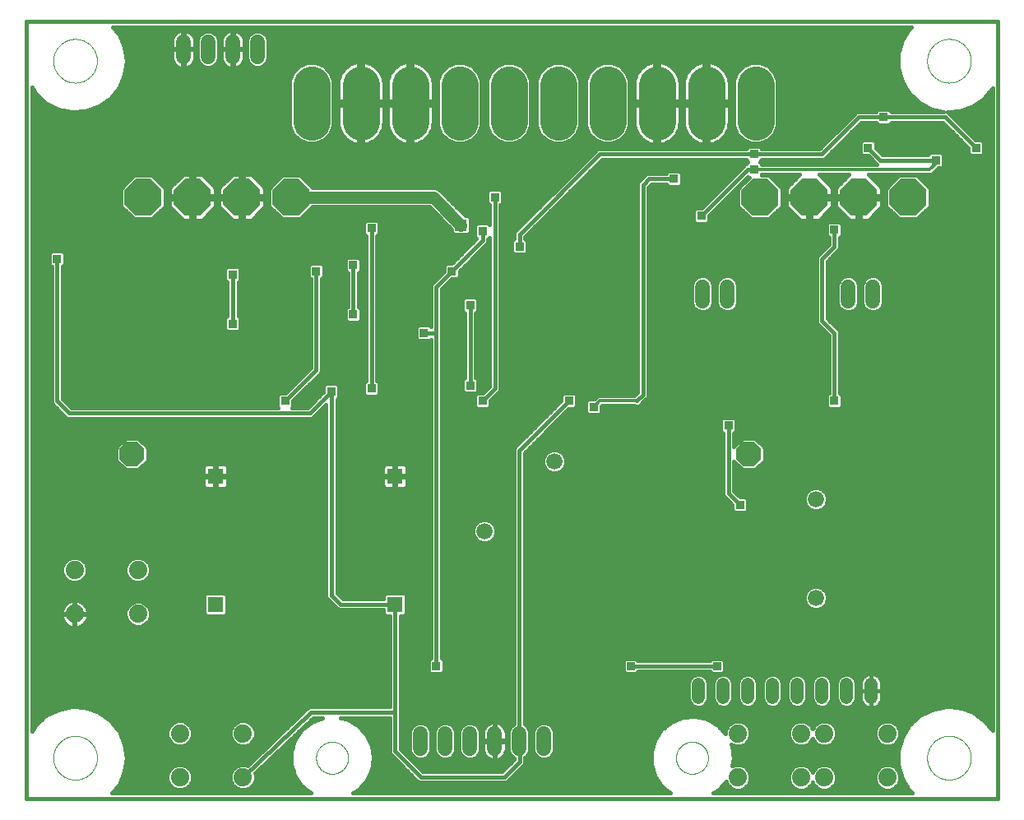
<source format=gbl>
G75*
%MOIN*%
%OFA0B0*%
%FSLAX25Y25*%
%IPPOS*%
%LPD*%
%AMOC8*
5,1,8,0,0,1.08239X$1,22.5*
%
%ADD10C,0.15000*%
%ADD11OC8,0.15000*%
%ADD12C,0.05200*%
%ADD13R,0.06496X0.06496*%
%ADD14C,0.05937*%
%ADD15C,0.00000*%
%ADD16C,0.06000*%
%ADD17OC8,0.10000*%
%ADD18C,0.06600*%
%ADD19C,0.07400*%
%ADD20C,0.01600*%
%ADD21R,0.04724X0.04724*%
%ADD22R,0.03169X0.03169*%
%ADD23R,0.03562X0.03562*%
%ADD24C,0.01200*%
%ADD25C,0.05000*%
D10*
X0124237Y0286344D02*
X0124237Y0301344D01*
X0144237Y0301344D02*
X0144237Y0286344D01*
X0164237Y0286344D02*
X0164237Y0301344D01*
X0184237Y0301344D02*
X0184237Y0286344D01*
X0204237Y0286344D02*
X0204237Y0301344D01*
X0224237Y0301344D02*
X0224237Y0286344D01*
X0244237Y0286344D02*
X0244237Y0301344D01*
X0264237Y0301344D02*
X0264237Y0286344D01*
X0284237Y0286344D02*
X0284237Y0301344D01*
X0304237Y0301344D02*
X0304237Y0286344D01*
D11*
X0306048Y0255655D03*
X0326048Y0255655D03*
X0346048Y0255655D03*
X0366048Y0255655D03*
X0116048Y0255655D03*
X0096048Y0255655D03*
X0076048Y0255655D03*
X0056048Y0255655D03*
D12*
X0281048Y0058255D02*
X0281048Y0053055D01*
X0291048Y0053055D02*
X0291048Y0058255D01*
X0301048Y0058255D02*
X0301048Y0053055D01*
X0311048Y0053055D02*
X0311048Y0058255D01*
X0321048Y0058255D02*
X0321048Y0053055D01*
X0331048Y0053055D02*
X0331048Y0058255D01*
X0341048Y0058255D02*
X0341048Y0053055D01*
X0351048Y0053055D02*
X0351048Y0058255D01*
D13*
X0158076Y0090635D03*
X0158076Y0142604D03*
X0085241Y0142604D03*
X0085241Y0090635D03*
D14*
X0282702Y0213474D02*
X0282702Y0219411D01*
X0292702Y0219411D02*
X0292702Y0213474D01*
X0341757Y0213474D02*
X0341757Y0219411D01*
X0351757Y0219411D02*
X0351757Y0213474D01*
X0102298Y0312686D02*
X0102298Y0318623D01*
X0092298Y0318623D02*
X0092298Y0312686D01*
X0082298Y0312686D02*
X0082298Y0318623D01*
X0072298Y0318623D02*
X0072298Y0312686D01*
D15*
X0019592Y0310930D02*
X0019595Y0311147D01*
X0019603Y0311365D01*
X0019616Y0311582D01*
X0019635Y0311798D01*
X0019659Y0312014D01*
X0019688Y0312230D01*
X0019722Y0312444D01*
X0019762Y0312658D01*
X0019807Y0312871D01*
X0019857Y0313082D01*
X0019913Y0313293D01*
X0019973Y0313501D01*
X0020039Y0313709D01*
X0020110Y0313914D01*
X0020186Y0314118D01*
X0020266Y0314320D01*
X0020352Y0314520D01*
X0020442Y0314717D01*
X0020538Y0314913D01*
X0020638Y0315106D01*
X0020743Y0315296D01*
X0020852Y0315484D01*
X0020966Y0315669D01*
X0021085Y0315851D01*
X0021208Y0316031D01*
X0021335Y0316207D01*
X0021467Y0316380D01*
X0021603Y0316549D01*
X0021743Y0316716D01*
X0021887Y0316879D01*
X0022035Y0317038D01*
X0022186Y0317194D01*
X0022342Y0317345D01*
X0022501Y0317493D01*
X0022664Y0317637D01*
X0022831Y0317777D01*
X0023000Y0317913D01*
X0023173Y0318045D01*
X0023349Y0318172D01*
X0023529Y0318295D01*
X0023711Y0318414D01*
X0023896Y0318528D01*
X0024084Y0318637D01*
X0024274Y0318742D01*
X0024467Y0318842D01*
X0024663Y0318938D01*
X0024860Y0319028D01*
X0025060Y0319114D01*
X0025262Y0319194D01*
X0025466Y0319270D01*
X0025671Y0319341D01*
X0025879Y0319407D01*
X0026087Y0319467D01*
X0026298Y0319523D01*
X0026509Y0319573D01*
X0026722Y0319618D01*
X0026936Y0319658D01*
X0027150Y0319692D01*
X0027366Y0319721D01*
X0027582Y0319745D01*
X0027798Y0319764D01*
X0028015Y0319777D01*
X0028233Y0319785D01*
X0028450Y0319788D01*
X0028667Y0319785D01*
X0028885Y0319777D01*
X0029102Y0319764D01*
X0029318Y0319745D01*
X0029534Y0319721D01*
X0029750Y0319692D01*
X0029964Y0319658D01*
X0030178Y0319618D01*
X0030391Y0319573D01*
X0030602Y0319523D01*
X0030813Y0319467D01*
X0031021Y0319407D01*
X0031229Y0319341D01*
X0031434Y0319270D01*
X0031638Y0319194D01*
X0031840Y0319114D01*
X0032040Y0319028D01*
X0032237Y0318938D01*
X0032433Y0318842D01*
X0032626Y0318742D01*
X0032816Y0318637D01*
X0033004Y0318528D01*
X0033189Y0318414D01*
X0033371Y0318295D01*
X0033551Y0318172D01*
X0033727Y0318045D01*
X0033900Y0317913D01*
X0034069Y0317777D01*
X0034236Y0317637D01*
X0034399Y0317493D01*
X0034558Y0317345D01*
X0034714Y0317194D01*
X0034865Y0317038D01*
X0035013Y0316879D01*
X0035157Y0316716D01*
X0035297Y0316549D01*
X0035433Y0316380D01*
X0035565Y0316207D01*
X0035692Y0316031D01*
X0035815Y0315851D01*
X0035934Y0315669D01*
X0036048Y0315484D01*
X0036157Y0315296D01*
X0036262Y0315106D01*
X0036362Y0314913D01*
X0036458Y0314717D01*
X0036548Y0314520D01*
X0036634Y0314320D01*
X0036714Y0314118D01*
X0036790Y0313914D01*
X0036861Y0313709D01*
X0036927Y0313501D01*
X0036987Y0313293D01*
X0037043Y0313082D01*
X0037093Y0312871D01*
X0037138Y0312658D01*
X0037178Y0312444D01*
X0037212Y0312230D01*
X0037241Y0312014D01*
X0037265Y0311798D01*
X0037284Y0311582D01*
X0037297Y0311365D01*
X0037305Y0311147D01*
X0037308Y0310930D01*
X0037305Y0310713D01*
X0037297Y0310495D01*
X0037284Y0310278D01*
X0037265Y0310062D01*
X0037241Y0309846D01*
X0037212Y0309630D01*
X0037178Y0309416D01*
X0037138Y0309202D01*
X0037093Y0308989D01*
X0037043Y0308778D01*
X0036987Y0308567D01*
X0036927Y0308359D01*
X0036861Y0308151D01*
X0036790Y0307946D01*
X0036714Y0307742D01*
X0036634Y0307540D01*
X0036548Y0307340D01*
X0036458Y0307143D01*
X0036362Y0306947D01*
X0036262Y0306754D01*
X0036157Y0306564D01*
X0036048Y0306376D01*
X0035934Y0306191D01*
X0035815Y0306009D01*
X0035692Y0305829D01*
X0035565Y0305653D01*
X0035433Y0305480D01*
X0035297Y0305311D01*
X0035157Y0305144D01*
X0035013Y0304981D01*
X0034865Y0304822D01*
X0034714Y0304666D01*
X0034558Y0304515D01*
X0034399Y0304367D01*
X0034236Y0304223D01*
X0034069Y0304083D01*
X0033900Y0303947D01*
X0033727Y0303815D01*
X0033551Y0303688D01*
X0033371Y0303565D01*
X0033189Y0303446D01*
X0033004Y0303332D01*
X0032816Y0303223D01*
X0032626Y0303118D01*
X0032433Y0303018D01*
X0032237Y0302922D01*
X0032040Y0302832D01*
X0031840Y0302746D01*
X0031638Y0302666D01*
X0031434Y0302590D01*
X0031229Y0302519D01*
X0031021Y0302453D01*
X0030813Y0302393D01*
X0030602Y0302337D01*
X0030391Y0302287D01*
X0030178Y0302242D01*
X0029964Y0302202D01*
X0029750Y0302168D01*
X0029534Y0302139D01*
X0029318Y0302115D01*
X0029102Y0302096D01*
X0028885Y0302083D01*
X0028667Y0302075D01*
X0028450Y0302072D01*
X0028233Y0302075D01*
X0028015Y0302083D01*
X0027798Y0302096D01*
X0027582Y0302115D01*
X0027366Y0302139D01*
X0027150Y0302168D01*
X0026936Y0302202D01*
X0026722Y0302242D01*
X0026509Y0302287D01*
X0026298Y0302337D01*
X0026087Y0302393D01*
X0025879Y0302453D01*
X0025671Y0302519D01*
X0025466Y0302590D01*
X0025262Y0302666D01*
X0025060Y0302746D01*
X0024860Y0302832D01*
X0024663Y0302922D01*
X0024467Y0303018D01*
X0024274Y0303118D01*
X0024084Y0303223D01*
X0023896Y0303332D01*
X0023711Y0303446D01*
X0023529Y0303565D01*
X0023349Y0303688D01*
X0023173Y0303815D01*
X0023000Y0303947D01*
X0022831Y0304083D01*
X0022664Y0304223D01*
X0022501Y0304367D01*
X0022342Y0304515D01*
X0022186Y0304666D01*
X0022035Y0304822D01*
X0021887Y0304981D01*
X0021743Y0305144D01*
X0021603Y0305311D01*
X0021467Y0305480D01*
X0021335Y0305653D01*
X0021208Y0305829D01*
X0021085Y0306009D01*
X0020966Y0306191D01*
X0020852Y0306376D01*
X0020743Y0306564D01*
X0020638Y0306754D01*
X0020538Y0306947D01*
X0020442Y0307143D01*
X0020352Y0307340D01*
X0020266Y0307540D01*
X0020186Y0307742D01*
X0020110Y0307946D01*
X0020039Y0308151D01*
X0019973Y0308359D01*
X0019913Y0308567D01*
X0019857Y0308778D01*
X0019807Y0308989D01*
X0019762Y0309202D01*
X0019722Y0309416D01*
X0019688Y0309630D01*
X0019659Y0309846D01*
X0019635Y0310062D01*
X0019616Y0310278D01*
X0019603Y0310495D01*
X0019595Y0310713D01*
X0019592Y0310930D01*
X0019592Y0028450D02*
X0019595Y0028667D01*
X0019603Y0028885D01*
X0019616Y0029102D01*
X0019635Y0029318D01*
X0019659Y0029534D01*
X0019688Y0029750D01*
X0019722Y0029964D01*
X0019762Y0030178D01*
X0019807Y0030391D01*
X0019857Y0030602D01*
X0019913Y0030813D01*
X0019973Y0031021D01*
X0020039Y0031229D01*
X0020110Y0031434D01*
X0020186Y0031638D01*
X0020266Y0031840D01*
X0020352Y0032040D01*
X0020442Y0032237D01*
X0020538Y0032433D01*
X0020638Y0032626D01*
X0020743Y0032816D01*
X0020852Y0033004D01*
X0020966Y0033189D01*
X0021085Y0033371D01*
X0021208Y0033551D01*
X0021335Y0033727D01*
X0021467Y0033900D01*
X0021603Y0034069D01*
X0021743Y0034236D01*
X0021887Y0034399D01*
X0022035Y0034558D01*
X0022186Y0034714D01*
X0022342Y0034865D01*
X0022501Y0035013D01*
X0022664Y0035157D01*
X0022831Y0035297D01*
X0023000Y0035433D01*
X0023173Y0035565D01*
X0023349Y0035692D01*
X0023529Y0035815D01*
X0023711Y0035934D01*
X0023896Y0036048D01*
X0024084Y0036157D01*
X0024274Y0036262D01*
X0024467Y0036362D01*
X0024663Y0036458D01*
X0024860Y0036548D01*
X0025060Y0036634D01*
X0025262Y0036714D01*
X0025466Y0036790D01*
X0025671Y0036861D01*
X0025879Y0036927D01*
X0026087Y0036987D01*
X0026298Y0037043D01*
X0026509Y0037093D01*
X0026722Y0037138D01*
X0026936Y0037178D01*
X0027150Y0037212D01*
X0027366Y0037241D01*
X0027582Y0037265D01*
X0027798Y0037284D01*
X0028015Y0037297D01*
X0028233Y0037305D01*
X0028450Y0037308D01*
X0028667Y0037305D01*
X0028885Y0037297D01*
X0029102Y0037284D01*
X0029318Y0037265D01*
X0029534Y0037241D01*
X0029750Y0037212D01*
X0029964Y0037178D01*
X0030178Y0037138D01*
X0030391Y0037093D01*
X0030602Y0037043D01*
X0030813Y0036987D01*
X0031021Y0036927D01*
X0031229Y0036861D01*
X0031434Y0036790D01*
X0031638Y0036714D01*
X0031840Y0036634D01*
X0032040Y0036548D01*
X0032237Y0036458D01*
X0032433Y0036362D01*
X0032626Y0036262D01*
X0032816Y0036157D01*
X0033004Y0036048D01*
X0033189Y0035934D01*
X0033371Y0035815D01*
X0033551Y0035692D01*
X0033727Y0035565D01*
X0033900Y0035433D01*
X0034069Y0035297D01*
X0034236Y0035157D01*
X0034399Y0035013D01*
X0034558Y0034865D01*
X0034714Y0034714D01*
X0034865Y0034558D01*
X0035013Y0034399D01*
X0035157Y0034236D01*
X0035297Y0034069D01*
X0035433Y0033900D01*
X0035565Y0033727D01*
X0035692Y0033551D01*
X0035815Y0033371D01*
X0035934Y0033189D01*
X0036048Y0033004D01*
X0036157Y0032816D01*
X0036262Y0032626D01*
X0036362Y0032433D01*
X0036458Y0032237D01*
X0036548Y0032040D01*
X0036634Y0031840D01*
X0036714Y0031638D01*
X0036790Y0031434D01*
X0036861Y0031229D01*
X0036927Y0031021D01*
X0036987Y0030813D01*
X0037043Y0030602D01*
X0037093Y0030391D01*
X0037138Y0030178D01*
X0037178Y0029964D01*
X0037212Y0029750D01*
X0037241Y0029534D01*
X0037265Y0029318D01*
X0037284Y0029102D01*
X0037297Y0028885D01*
X0037305Y0028667D01*
X0037308Y0028450D01*
X0037305Y0028233D01*
X0037297Y0028015D01*
X0037284Y0027798D01*
X0037265Y0027582D01*
X0037241Y0027366D01*
X0037212Y0027150D01*
X0037178Y0026936D01*
X0037138Y0026722D01*
X0037093Y0026509D01*
X0037043Y0026298D01*
X0036987Y0026087D01*
X0036927Y0025879D01*
X0036861Y0025671D01*
X0036790Y0025466D01*
X0036714Y0025262D01*
X0036634Y0025060D01*
X0036548Y0024860D01*
X0036458Y0024663D01*
X0036362Y0024467D01*
X0036262Y0024274D01*
X0036157Y0024084D01*
X0036048Y0023896D01*
X0035934Y0023711D01*
X0035815Y0023529D01*
X0035692Y0023349D01*
X0035565Y0023173D01*
X0035433Y0023000D01*
X0035297Y0022831D01*
X0035157Y0022664D01*
X0035013Y0022501D01*
X0034865Y0022342D01*
X0034714Y0022186D01*
X0034558Y0022035D01*
X0034399Y0021887D01*
X0034236Y0021743D01*
X0034069Y0021603D01*
X0033900Y0021467D01*
X0033727Y0021335D01*
X0033551Y0021208D01*
X0033371Y0021085D01*
X0033189Y0020966D01*
X0033004Y0020852D01*
X0032816Y0020743D01*
X0032626Y0020638D01*
X0032433Y0020538D01*
X0032237Y0020442D01*
X0032040Y0020352D01*
X0031840Y0020266D01*
X0031638Y0020186D01*
X0031434Y0020110D01*
X0031229Y0020039D01*
X0031021Y0019973D01*
X0030813Y0019913D01*
X0030602Y0019857D01*
X0030391Y0019807D01*
X0030178Y0019762D01*
X0029964Y0019722D01*
X0029750Y0019688D01*
X0029534Y0019659D01*
X0029318Y0019635D01*
X0029102Y0019616D01*
X0028885Y0019603D01*
X0028667Y0019595D01*
X0028450Y0019592D01*
X0028233Y0019595D01*
X0028015Y0019603D01*
X0027798Y0019616D01*
X0027582Y0019635D01*
X0027366Y0019659D01*
X0027150Y0019688D01*
X0026936Y0019722D01*
X0026722Y0019762D01*
X0026509Y0019807D01*
X0026298Y0019857D01*
X0026087Y0019913D01*
X0025879Y0019973D01*
X0025671Y0020039D01*
X0025466Y0020110D01*
X0025262Y0020186D01*
X0025060Y0020266D01*
X0024860Y0020352D01*
X0024663Y0020442D01*
X0024467Y0020538D01*
X0024274Y0020638D01*
X0024084Y0020743D01*
X0023896Y0020852D01*
X0023711Y0020966D01*
X0023529Y0021085D01*
X0023349Y0021208D01*
X0023173Y0021335D01*
X0023000Y0021467D01*
X0022831Y0021603D01*
X0022664Y0021743D01*
X0022501Y0021887D01*
X0022342Y0022035D01*
X0022186Y0022186D01*
X0022035Y0022342D01*
X0021887Y0022501D01*
X0021743Y0022664D01*
X0021603Y0022831D01*
X0021467Y0023000D01*
X0021335Y0023173D01*
X0021208Y0023349D01*
X0021085Y0023529D01*
X0020966Y0023711D01*
X0020852Y0023896D01*
X0020743Y0024084D01*
X0020638Y0024274D01*
X0020538Y0024467D01*
X0020442Y0024663D01*
X0020352Y0024860D01*
X0020266Y0025060D01*
X0020186Y0025262D01*
X0020110Y0025466D01*
X0020039Y0025671D01*
X0019973Y0025879D01*
X0019913Y0026087D01*
X0019857Y0026298D01*
X0019807Y0026509D01*
X0019762Y0026722D01*
X0019722Y0026936D01*
X0019688Y0027150D01*
X0019659Y0027366D01*
X0019635Y0027582D01*
X0019616Y0027798D01*
X0019603Y0028015D01*
X0019595Y0028233D01*
X0019592Y0028450D01*
X0126088Y0028450D02*
X0126090Y0028611D01*
X0126096Y0028771D01*
X0126106Y0028932D01*
X0126120Y0029092D01*
X0126138Y0029251D01*
X0126159Y0029411D01*
X0126185Y0029569D01*
X0126215Y0029727D01*
X0126248Y0029884D01*
X0126286Y0030041D01*
X0126327Y0030196D01*
X0126372Y0030350D01*
X0126421Y0030503D01*
X0126474Y0030655D01*
X0126530Y0030805D01*
X0126590Y0030954D01*
X0126654Y0031102D01*
X0126721Y0031248D01*
X0126792Y0031392D01*
X0126867Y0031534D01*
X0126945Y0031675D01*
X0127026Y0031813D01*
X0127111Y0031950D01*
X0127200Y0032084D01*
X0127291Y0032216D01*
X0127386Y0032346D01*
X0127484Y0032473D01*
X0127585Y0032598D01*
X0127689Y0032721D01*
X0127796Y0032840D01*
X0127906Y0032957D01*
X0128019Y0033072D01*
X0128135Y0033183D01*
X0128253Y0033292D01*
X0128374Y0033397D01*
X0128498Y0033500D01*
X0128624Y0033600D01*
X0128753Y0033696D01*
X0128884Y0033789D01*
X0129017Y0033879D01*
X0129152Y0033966D01*
X0129290Y0034049D01*
X0129429Y0034128D01*
X0129571Y0034205D01*
X0129714Y0034278D01*
X0129859Y0034347D01*
X0130006Y0034412D01*
X0130154Y0034474D01*
X0130304Y0034533D01*
X0130455Y0034587D01*
X0130607Y0034638D01*
X0130761Y0034685D01*
X0130916Y0034728D01*
X0131071Y0034767D01*
X0131228Y0034803D01*
X0131386Y0034835D01*
X0131544Y0034862D01*
X0131703Y0034886D01*
X0131862Y0034906D01*
X0132022Y0034922D01*
X0132183Y0034934D01*
X0132343Y0034942D01*
X0132504Y0034946D01*
X0132664Y0034946D01*
X0132825Y0034942D01*
X0132985Y0034934D01*
X0133146Y0034922D01*
X0133306Y0034906D01*
X0133465Y0034886D01*
X0133624Y0034862D01*
X0133782Y0034835D01*
X0133940Y0034803D01*
X0134097Y0034767D01*
X0134252Y0034728D01*
X0134407Y0034685D01*
X0134561Y0034638D01*
X0134713Y0034587D01*
X0134864Y0034533D01*
X0135014Y0034474D01*
X0135162Y0034412D01*
X0135309Y0034347D01*
X0135454Y0034278D01*
X0135597Y0034205D01*
X0135739Y0034128D01*
X0135878Y0034049D01*
X0136016Y0033966D01*
X0136151Y0033879D01*
X0136284Y0033789D01*
X0136415Y0033696D01*
X0136544Y0033600D01*
X0136670Y0033500D01*
X0136794Y0033397D01*
X0136915Y0033292D01*
X0137033Y0033183D01*
X0137149Y0033072D01*
X0137262Y0032957D01*
X0137372Y0032840D01*
X0137479Y0032721D01*
X0137583Y0032598D01*
X0137684Y0032473D01*
X0137782Y0032346D01*
X0137877Y0032216D01*
X0137968Y0032084D01*
X0138057Y0031950D01*
X0138142Y0031813D01*
X0138223Y0031675D01*
X0138301Y0031534D01*
X0138376Y0031392D01*
X0138447Y0031248D01*
X0138514Y0031102D01*
X0138578Y0030954D01*
X0138638Y0030805D01*
X0138694Y0030655D01*
X0138747Y0030503D01*
X0138796Y0030350D01*
X0138841Y0030196D01*
X0138882Y0030041D01*
X0138920Y0029884D01*
X0138953Y0029727D01*
X0138983Y0029569D01*
X0139009Y0029411D01*
X0139030Y0029251D01*
X0139048Y0029092D01*
X0139062Y0028932D01*
X0139072Y0028771D01*
X0139078Y0028611D01*
X0139080Y0028450D01*
X0139078Y0028289D01*
X0139072Y0028129D01*
X0139062Y0027968D01*
X0139048Y0027808D01*
X0139030Y0027649D01*
X0139009Y0027489D01*
X0138983Y0027331D01*
X0138953Y0027173D01*
X0138920Y0027016D01*
X0138882Y0026859D01*
X0138841Y0026704D01*
X0138796Y0026550D01*
X0138747Y0026397D01*
X0138694Y0026245D01*
X0138638Y0026095D01*
X0138578Y0025946D01*
X0138514Y0025798D01*
X0138447Y0025652D01*
X0138376Y0025508D01*
X0138301Y0025366D01*
X0138223Y0025225D01*
X0138142Y0025087D01*
X0138057Y0024950D01*
X0137968Y0024816D01*
X0137877Y0024684D01*
X0137782Y0024554D01*
X0137684Y0024427D01*
X0137583Y0024302D01*
X0137479Y0024179D01*
X0137372Y0024060D01*
X0137262Y0023943D01*
X0137149Y0023828D01*
X0137033Y0023717D01*
X0136915Y0023608D01*
X0136794Y0023503D01*
X0136670Y0023400D01*
X0136544Y0023300D01*
X0136415Y0023204D01*
X0136284Y0023111D01*
X0136151Y0023021D01*
X0136016Y0022934D01*
X0135878Y0022851D01*
X0135739Y0022772D01*
X0135597Y0022695D01*
X0135454Y0022622D01*
X0135309Y0022553D01*
X0135162Y0022488D01*
X0135014Y0022426D01*
X0134864Y0022367D01*
X0134713Y0022313D01*
X0134561Y0022262D01*
X0134407Y0022215D01*
X0134252Y0022172D01*
X0134097Y0022133D01*
X0133940Y0022097D01*
X0133782Y0022065D01*
X0133624Y0022038D01*
X0133465Y0022014D01*
X0133306Y0021994D01*
X0133146Y0021978D01*
X0132985Y0021966D01*
X0132825Y0021958D01*
X0132664Y0021954D01*
X0132504Y0021954D01*
X0132343Y0021958D01*
X0132183Y0021966D01*
X0132022Y0021978D01*
X0131862Y0021994D01*
X0131703Y0022014D01*
X0131544Y0022038D01*
X0131386Y0022065D01*
X0131228Y0022097D01*
X0131071Y0022133D01*
X0130916Y0022172D01*
X0130761Y0022215D01*
X0130607Y0022262D01*
X0130455Y0022313D01*
X0130304Y0022367D01*
X0130154Y0022426D01*
X0130006Y0022488D01*
X0129859Y0022553D01*
X0129714Y0022622D01*
X0129571Y0022695D01*
X0129429Y0022772D01*
X0129290Y0022851D01*
X0129152Y0022934D01*
X0129017Y0023021D01*
X0128884Y0023111D01*
X0128753Y0023204D01*
X0128624Y0023300D01*
X0128498Y0023400D01*
X0128374Y0023503D01*
X0128253Y0023608D01*
X0128135Y0023717D01*
X0128019Y0023828D01*
X0127906Y0023943D01*
X0127796Y0024060D01*
X0127689Y0024179D01*
X0127585Y0024302D01*
X0127484Y0024427D01*
X0127386Y0024554D01*
X0127291Y0024684D01*
X0127200Y0024816D01*
X0127111Y0024950D01*
X0127026Y0025087D01*
X0126945Y0025225D01*
X0126867Y0025366D01*
X0126792Y0025508D01*
X0126721Y0025652D01*
X0126654Y0025798D01*
X0126590Y0025946D01*
X0126530Y0026095D01*
X0126474Y0026245D01*
X0126421Y0026397D01*
X0126372Y0026550D01*
X0126327Y0026704D01*
X0126286Y0026859D01*
X0126248Y0027016D01*
X0126215Y0027173D01*
X0126185Y0027331D01*
X0126159Y0027489D01*
X0126138Y0027649D01*
X0126120Y0027808D01*
X0126106Y0027968D01*
X0126096Y0028129D01*
X0126090Y0028289D01*
X0126088Y0028450D01*
X0271954Y0028450D02*
X0271956Y0028611D01*
X0271962Y0028771D01*
X0271972Y0028932D01*
X0271986Y0029092D01*
X0272004Y0029251D01*
X0272025Y0029411D01*
X0272051Y0029569D01*
X0272081Y0029727D01*
X0272114Y0029884D01*
X0272152Y0030041D01*
X0272193Y0030196D01*
X0272238Y0030350D01*
X0272287Y0030503D01*
X0272340Y0030655D01*
X0272396Y0030805D01*
X0272456Y0030954D01*
X0272520Y0031102D01*
X0272587Y0031248D01*
X0272658Y0031392D01*
X0272733Y0031534D01*
X0272811Y0031675D01*
X0272892Y0031813D01*
X0272977Y0031950D01*
X0273066Y0032084D01*
X0273157Y0032216D01*
X0273252Y0032346D01*
X0273350Y0032473D01*
X0273451Y0032598D01*
X0273555Y0032721D01*
X0273662Y0032840D01*
X0273772Y0032957D01*
X0273885Y0033072D01*
X0274001Y0033183D01*
X0274119Y0033292D01*
X0274240Y0033397D01*
X0274364Y0033500D01*
X0274490Y0033600D01*
X0274619Y0033696D01*
X0274750Y0033789D01*
X0274883Y0033879D01*
X0275018Y0033966D01*
X0275156Y0034049D01*
X0275295Y0034128D01*
X0275437Y0034205D01*
X0275580Y0034278D01*
X0275725Y0034347D01*
X0275872Y0034412D01*
X0276020Y0034474D01*
X0276170Y0034533D01*
X0276321Y0034587D01*
X0276473Y0034638D01*
X0276627Y0034685D01*
X0276782Y0034728D01*
X0276937Y0034767D01*
X0277094Y0034803D01*
X0277252Y0034835D01*
X0277410Y0034862D01*
X0277569Y0034886D01*
X0277728Y0034906D01*
X0277888Y0034922D01*
X0278049Y0034934D01*
X0278209Y0034942D01*
X0278370Y0034946D01*
X0278530Y0034946D01*
X0278691Y0034942D01*
X0278851Y0034934D01*
X0279012Y0034922D01*
X0279172Y0034906D01*
X0279331Y0034886D01*
X0279490Y0034862D01*
X0279648Y0034835D01*
X0279806Y0034803D01*
X0279963Y0034767D01*
X0280118Y0034728D01*
X0280273Y0034685D01*
X0280427Y0034638D01*
X0280579Y0034587D01*
X0280730Y0034533D01*
X0280880Y0034474D01*
X0281028Y0034412D01*
X0281175Y0034347D01*
X0281320Y0034278D01*
X0281463Y0034205D01*
X0281605Y0034128D01*
X0281744Y0034049D01*
X0281882Y0033966D01*
X0282017Y0033879D01*
X0282150Y0033789D01*
X0282281Y0033696D01*
X0282410Y0033600D01*
X0282536Y0033500D01*
X0282660Y0033397D01*
X0282781Y0033292D01*
X0282899Y0033183D01*
X0283015Y0033072D01*
X0283128Y0032957D01*
X0283238Y0032840D01*
X0283345Y0032721D01*
X0283449Y0032598D01*
X0283550Y0032473D01*
X0283648Y0032346D01*
X0283743Y0032216D01*
X0283834Y0032084D01*
X0283923Y0031950D01*
X0284008Y0031813D01*
X0284089Y0031675D01*
X0284167Y0031534D01*
X0284242Y0031392D01*
X0284313Y0031248D01*
X0284380Y0031102D01*
X0284444Y0030954D01*
X0284504Y0030805D01*
X0284560Y0030655D01*
X0284613Y0030503D01*
X0284662Y0030350D01*
X0284707Y0030196D01*
X0284748Y0030041D01*
X0284786Y0029884D01*
X0284819Y0029727D01*
X0284849Y0029569D01*
X0284875Y0029411D01*
X0284896Y0029251D01*
X0284914Y0029092D01*
X0284928Y0028932D01*
X0284938Y0028771D01*
X0284944Y0028611D01*
X0284946Y0028450D01*
X0284944Y0028289D01*
X0284938Y0028129D01*
X0284928Y0027968D01*
X0284914Y0027808D01*
X0284896Y0027649D01*
X0284875Y0027489D01*
X0284849Y0027331D01*
X0284819Y0027173D01*
X0284786Y0027016D01*
X0284748Y0026859D01*
X0284707Y0026704D01*
X0284662Y0026550D01*
X0284613Y0026397D01*
X0284560Y0026245D01*
X0284504Y0026095D01*
X0284444Y0025946D01*
X0284380Y0025798D01*
X0284313Y0025652D01*
X0284242Y0025508D01*
X0284167Y0025366D01*
X0284089Y0025225D01*
X0284008Y0025087D01*
X0283923Y0024950D01*
X0283834Y0024816D01*
X0283743Y0024684D01*
X0283648Y0024554D01*
X0283550Y0024427D01*
X0283449Y0024302D01*
X0283345Y0024179D01*
X0283238Y0024060D01*
X0283128Y0023943D01*
X0283015Y0023828D01*
X0282899Y0023717D01*
X0282781Y0023608D01*
X0282660Y0023503D01*
X0282536Y0023400D01*
X0282410Y0023300D01*
X0282281Y0023204D01*
X0282150Y0023111D01*
X0282017Y0023021D01*
X0281882Y0022934D01*
X0281744Y0022851D01*
X0281605Y0022772D01*
X0281463Y0022695D01*
X0281320Y0022622D01*
X0281175Y0022553D01*
X0281028Y0022488D01*
X0280880Y0022426D01*
X0280730Y0022367D01*
X0280579Y0022313D01*
X0280427Y0022262D01*
X0280273Y0022215D01*
X0280118Y0022172D01*
X0279963Y0022133D01*
X0279806Y0022097D01*
X0279648Y0022065D01*
X0279490Y0022038D01*
X0279331Y0022014D01*
X0279172Y0021994D01*
X0279012Y0021978D01*
X0278851Y0021966D01*
X0278691Y0021958D01*
X0278530Y0021954D01*
X0278370Y0021954D01*
X0278209Y0021958D01*
X0278049Y0021966D01*
X0277888Y0021978D01*
X0277728Y0021994D01*
X0277569Y0022014D01*
X0277410Y0022038D01*
X0277252Y0022065D01*
X0277094Y0022097D01*
X0276937Y0022133D01*
X0276782Y0022172D01*
X0276627Y0022215D01*
X0276473Y0022262D01*
X0276321Y0022313D01*
X0276170Y0022367D01*
X0276020Y0022426D01*
X0275872Y0022488D01*
X0275725Y0022553D01*
X0275580Y0022622D01*
X0275437Y0022695D01*
X0275295Y0022772D01*
X0275156Y0022851D01*
X0275018Y0022934D01*
X0274883Y0023021D01*
X0274750Y0023111D01*
X0274619Y0023204D01*
X0274490Y0023300D01*
X0274364Y0023400D01*
X0274240Y0023503D01*
X0274119Y0023608D01*
X0274001Y0023717D01*
X0273885Y0023828D01*
X0273772Y0023943D01*
X0273662Y0024060D01*
X0273555Y0024179D01*
X0273451Y0024302D01*
X0273350Y0024427D01*
X0273252Y0024554D01*
X0273157Y0024684D01*
X0273066Y0024816D01*
X0272977Y0024950D01*
X0272892Y0025087D01*
X0272811Y0025225D01*
X0272733Y0025366D01*
X0272658Y0025508D01*
X0272587Y0025652D01*
X0272520Y0025798D01*
X0272456Y0025946D01*
X0272396Y0026095D01*
X0272340Y0026245D01*
X0272287Y0026397D01*
X0272238Y0026550D01*
X0272193Y0026704D01*
X0272152Y0026859D01*
X0272114Y0027016D01*
X0272081Y0027173D01*
X0272051Y0027331D01*
X0272025Y0027489D01*
X0272004Y0027649D01*
X0271986Y0027808D01*
X0271972Y0027968D01*
X0271962Y0028129D01*
X0271956Y0028289D01*
X0271954Y0028450D01*
X0373726Y0028450D02*
X0373729Y0028667D01*
X0373737Y0028885D01*
X0373750Y0029102D01*
X0373769Y0029318D01*
X0373793Y0029534D01*
X0373822Y0029750D01*
X0373856Y0029964D01*
X0373896Y0030178D01*
X0373941Y0030391D01*
X0373991Y0030602D01*
X0374047Y0030813D01*
X0374107Y0031021D01*
X0374173Y0031229D01*
X0374244Y0031434D01*
X0374320Y0031638D01*
X0374400Y0031840D01*
X0374486Y0032040D01*
X0374576Y0032237D01*
X0374672Y0032433D01*
X0374772Y0032626D01*
X0374877Y0032816D01*
X0374986Y0033004D01*
X0375100Y0033189D01*
X0375219Y0033371D01*
X0375342Y0033551D01*
X0375469Y0033727D01*
X0375601Y0033900D01*
X0375737Y0034069D01*
X0375877Y0034236D01*
X0376021Y0034399D01*
X0376169Y0034558D01*
X0376320Y0034714D01*
X0376476Y0034865D01*
X0376635Y0035013D01*
X0376798Y0035157D01*
X0376965Y0035297D01*
X0377134Y0035433D01*
X0377307Y0035565D01*
X0377483Y0035692D01*
X0377663Y0035815D01*
X0377845Y0035934D01*
X0378030Y0036048D01*
X0378218Y0036157D01*
X0378408Y0036262D01*
X0378601Y0036362D01*
X0378797Y0036458D01*
X0378994Y0036548D01*
X0379194Y0036634D01*
X0379396Y0036714D01*
X0379600Y0036790D01*
X0379805Y0036861D01*
X0380013Y0036927D01*
X0380221Y0036987D01*
X0380432Y0037043D01*
X0380643Y0037093D01*
X0380856Y0037138D01*
X0381070Y0037178D01*
X0381284Y0037212D01*
X0381500Y0037241D01*
X0381716Y0037265D01*
X0381932Y0037284D01*
X0382149Y0037297D01*
X0382367Y0037305D01*
X0382584Y0037308D01*
X0382801Y0037305D01*
X0383019Y0037297D01*
X0383236Y0037284D01*
X0383452Y0037265D01*
X0383668Y0037241D01*
X0383884Y0037212D01*
X0384098Y0037178D01*
X0384312Y0037138D01*
X0384525Y0037093D01*
X0384736Y0037043D01*
X0384947Y0036987D01*
X0385155Y0036927D01*
X0385363Y0036861D01*
X0385568Y0036790D01*
X0385772Y0036714D01*
X0385974Y0036634D01*
X0386174Y0036548D01*
X0386371Y0036458D01*
X0386567Y0036362D01*
X0386760Y0036262D01*
X0386950Y0036157D01*
X0387138Y0036048D01*
X0387323Y0035934D01*
X0387505Y0035815D01*
X0387685Y0035692D01*
X0387861Y0035565D01*
X0388034Y0035433D01*
X0388203Y0035297D01*
X0388370Y0035157D01*
X0388533Y0035013D01*
X0388692Y0034865D01*
X0388848Y0034714D01*
X0388999Y0034558D01*
X0389147Y0034399D01*
X0389291Y0034236D01*
X0389431Y0034069D01*
X0389567Y0033900D01*
X0389699Y0033727D01*
X0389826Y0033551D01*
X0389949Y0033371D01*
X0390068Y0033189D01*
X0390182Y0033004D01*
X0390291Y0032816D01*
X0390396Y0032626D01*
X0390496Y0032433D01*
X0390592Y0032237D01*
X0390682Y0032040D01*
X0390768Y0031840D01*
X0390848Y0031638D01*
X0390924Y0031434D01*
X0390995Y0031229D01*
X0391061Y0031021D01*
X0391121Y0030813D01*
X0391177Y0030602D01*
X0391227Y0030391D01*
X0391272Y0030178D01*
X0391312Y0029964D01*
X0391346Y0029750D01*
X0391375Y0029534D01*
X0391399Y0029318D01*
X0391418Y0029102D01*
X0391431Y0028885D01*
X0391439Y0028667D01*
X0391442Y0028450D01*
X0391439Y0028233D01*
X0391431Y0028015D01*
X0391418Y0027798D01*
X0391399Y0027582D01*
X0391375Y0027366D01*
X0391346Y0027150D01*
X0391312Y0026936D01*
X0391272Y0026722D01*
X0391227Y0026509D01*
X0391177Y0026298D01*
X0391121Y0026087D01*
X0391061Y0025879D01*
X0390995Y0025671D01*
X0390924Y0025466D01*
X0390848Y0025262D01*
X0390768Y0025060D01*
X0390682Y0024860D01*
X0390592Y0024663D01*
X0390496Y0024467D01*
X0390396Y0024274D01*
X0390291Y0024084D01*
X0390182Y0023896D01*
X0390068Y0023711D01*
X0389949Y0023529D01*
X0389826Y0023349D01*
X0389699Y0023173D01*
X0389567Y0023000D01*
X0389431Y0022831D01*
X0389291Y0022664D01*
X0389147Y0022501D01*
X0388999Y0022342D01*
X0388848Y0022186D01*
X0388692Y0022035D01*
X0388533Y0021887D01*
X0388370Y0021743D01*
X0388203Y0021603D01*
X0388034Y0021467D01*
X0387861Y0021335D01*
X0387685Y0021208D01*
X0387505Y0021085D01*
X0387323Y0020966D01*
X0387138Y0020852D01*
X0386950Y0020743D01*
X0386760Y0020638D01*
X0386567Y0020538D01*
X0386371Y0020442D01*
X0386174Y0020352D01*
X0385974Y0020266D01*
X0385772Y0020186D01*
X0385568Y0020110D01*
X0385363Y0020039D01*
X0385155Y0019973D01*
X0384947Y0019913D01*
X0384736Y0019857D01*
X0384525Y0019807D01*
X0384312Y0019762D01*
X0384098Y0019722D01*
X0383884Y0019688D01*
X0383668Y0019659D01*
X0383452Y0019635D01*
X0383236Y0019616D01*
X0383019Y0019603D01*
X0382801Y0019595D01*
X0382584Y0019592D01*
X0382367Y0019595D01*
X0382149Y0019603D01*
X0381932Y0019616D01*
X0381716Y0019635D01*
X0381500Y0019659D01*
X0381284Y0019688D01*
X0381070Y0019722D01*
X0380856Y0019762D01*
X0380643Y0019807D01*
X0380432Y0019857D01*
X0380221Y0019913D01*
X0380013Y0019973D01*
X0379805Y0020039D01*
X0379600Y0020110D01*
X0379396Y0020186D01*
X0379194Y0020266D01*
X0378994Y0020352D01*
X0378797Y0020442D01*
X0378601Y0020538D01*
X0378408Y0020638D01*
X0378218Y0020743D01*
X0378030Y0020852D01*
X0377845Y0020966D01*
X0377663Y0021085D01*
X0377483Y0021208D01*
X0377307Y0021335D01*
X0377134Y0021467D01*
X0376965Y0021603D01*
X0376798Y0021743D01*
X0376635Y0021887D01*
X0376476Y0022035D01*
X0376320Y0022186D01*
X0376169Y0022342D01*
X0376021Y0022501D01*
X0375877Y0022664D01*
X0375737Y0022831D01*
X0375601Y0023000D01*
X0375469Y0023173D01*
X0375342Y0023349D01*
X0375219Y0023529D01*
X0375100Y0023711D01*
X0374986Y0023896D01*
X0374877Y0024084D01*
X0374772Y0024274D01*
X0374672Y0024467D01*
X0374576Y0024663D01*
X0374486Y0024860D01*
X0374400Y0025060D01*
X0374320Y0025262D01*
X0374244Y0025466D01*
X0374173Y0025671D01*
X0374107Y0025879D01*
X0374047Y0026087D01*
X0373991Y0026298D01*
X0373941Y0026509D01*
X0373896Y0026722D01*
X0373856Y0026936D01*
X0373822Y0027150D01*
X0373793Y0027366D01*
X0373769Y0027582D01*
X0373750Y0027798D01*
X0373737Y0028015D01*
X0373729Y0028233D01*
X0373726Y0028450D01*
X0373726Y0310930D02*
X0373729Y0311147D01*
X0373737Y0311365D01*
X0373750Y0311582D01*
X0373769Y0311798D01*
X0373793Y0312014D01*
X0373822Y0312230D01*
X0373856Y0312444D01*
X0373896Y0312658D01*
X0373941Y0312871D01*
X0373991Y0313082D01*
X0374047Y0313293D01*
X0374107Y0313501D01*
X0374173Y0313709D01*
X0374244Y0313914D01*
X0374320Y0314118D01*
X0374400Y0314320D01*
X0374486Y0314520D01*
X0374576Y0314717D01*
X0374672Y0314913D01*
X0374772Y0315106D01*
X0374877Y0315296D01*
X0374986Y0315484D01*
X0375100Y0315669D01*
X0375219Y0315851D01*
X0375342Y0316031D01*
X0375469Y0316207D01*
X0375601Y0316380D01*
X0375737Y0316549D01*
X0375877Y0316716D01*
X0376021Y0316879D01*
X0376169Y0317038D01*
X0376320Y0317194D01*
X0376476Y0317345D01*
X0376635Y0317493D01*
X0376798Y0317637D01*
X0376965Y0317777D01*
X0377134Y0317913D01*
X0377307Y0318045D01*
X0377483Y0318172D01*
X0377663Y0318295D01*
X0377845Y0318414D01*
X0378030Y0318528D01*
X0378218Y0318637D01*
X0378408Y0318742D01*
X0378601Y0318842D01*
X0378797Y0318938D01*
X0378994Y0319028D01*
X0379194Y0319114D01*
X0379396Y0319194D01*
X0379600Y0319270D01*
X0379805Y0319341D01*
X0380013Y0319407D01*
X0380221Y0319467D01*
X0380432Y0319523D01*
X0380643Y0319573D01*
X0380856Y0319618D01*
X0381070Y0319658D01*
X0381284Y0319692D01*
X0381500Y0319721D01*
X0381716Y0319745D01*
X0381932Y0319764D01*
X0382149Y0319777D01*
X0382367Y0319785D01*
X0382584Y0319788D01*
X0382801Y0319785D01*
X0383019Y0319777D01*
X0383236Y0319764D01*
X0383452Y0319745D01*
X0383668Y0319721D01*
X0383884Y0319692D01*
X0384098Y0319658D01*
X0384312Y0319618D01*
X0384525Y0319573D01*
X0384736Y0319523D01*
X0384947Y0319467D01*
X0385155Y0319407D01*
X0385363Y0319341D01*
X0385568Y0319270D01*
X0385772Y0319194D01*
X0385974Y0319114D01*
X0386174Y0319028D01*
X0386371Y0318938D01*
X0386567Y0318842D01*
X0386760Y0318742D01*
X0386950Y0318637D01*
X0387138Y0318528D01*
X0387323Y0318414D01*
X0387505Y0318295D01*
X0387685Y0318172D01*
X0387861Y0318045D01*
X0388034Y0317913D01*
X0388203Y0317777D01*
X0388370Y0317637D01*
X0388533Y0317493D01*
X0388692Y0317345D01*
X0388848Y0317194D01*
X0388999Y0317038D01*
X0389147Y0316879D01*
X0389291Y0316716D01*
X0389431Y0316549D01*
X0389567Y0316380D01*
X0389699Y0316207D01*
X0389826Y0316031D01*
X0389949Y0315851D01*
X0390068Y0315669D01*
X0390182Y0315484D01*
X0390291Y0315296D01*
X0390396Y0315106D01*
X0390496Y0314913D01*
X0390592Y0314717D01*
X0390682Y0314520D01*
X0390768Y0314320D01*
X0390848Y0314118D01*
X0390924Y0313914D01*
X0390995Y0313709D01*
X0391061Y0313501D01*
X0391121Y0313293D01*
X0391177Y0313082D01*
X0391227Y0312871D01*
X0391272Y0312658D01*
X0391312Y0312444D01*
X0391346Y0312230D01*
X0391375Y0312014D01*
X0391399Y0311798D01*
X0391418Y0311582D01*
X0391431Y0311365D01*
X0391439Y0311147D01*
X0391442Y0310930D01*
X0391439Y0310713D01*
X0391431Y0310495D01*
X0391418Y0310278D01*
X0391399Y0310062D01*
X0391375Y0309846D01*
X0391346Y0309630D01*
X0391312Y0309416D01*
X0391272Y0309202D01*
X0391227Y0308989D01*
X0391177Y0308778D01*
X0391121Y0308567D01*
X0391061Y0308359D01*
X0390995Y0308151D01*
X0390924Y0307946D01*
X0390848Y0307742D01*
X0390768Y0307540D01*
X0390682Y0307340D01*
X0390592Y0307143D01*
X0390496Y0306947D01*
X0390396Y0306754D01*
X0390291Y0306564D01*
X0390182Y0306376D01*
X0390068Y0306191D01*
X0389949Y0306009D01*
X0389826Y0305829D01*
X0389699Y0305653D01*
X0389567Y0305480D01*
X0389431Y0305311D01*
X0389291Y0305144D01*
X0389147Y0304981D01*
X0388999Y0304822D01*
X0388848Y0304666D01*
X0388692Y0304515D01*
X0388533Y0304367D01*
X0388370Y0304223D01*
X0388203Y0304083D01*
X0388034Y0303947D01*
X0387861Y0303815D01*
X0387685Y0303688D01*
X0387505Y0303565D01*
X0387323Y0303446D01*
X0387138Y0303332D01*
X0386950Y0303223D01*
X0386760Y0303118D01*
X0386567Y0303018D01*
X0386371Y0302922D01*
X0386174Y0302832D01*
X0385974Y0302746D01*
X0385772Y0302666D01*
X0385568Y0302590D01*
X0385363Y0302519D01*
X0385155Y0302453D01*
X0384947Y0302393D01*
X0384736Y0302337D01*
X0384525Y0302287D01*
X0384312Y0302242D01*
X0384098Y0302202D01*
X0383884Y0302168D01*
X0383668Y0302139D01*
X0383452Y0302115D01*
X0383236Y0302096D01*
X0383019Y0302083D01*
X0382801Y0302075D01*
X0382584Y0302072D01*
X0382367Y0302075D01*
X0382149Y0302083D01*
X0381932Y0302096D01*
X0381716Y0302115D01*
X0381500Y0302139D01*
X0381284Y0302168D01*
X0381070Y0302202D01*
X0380856Y0302242D01*
X0380643Y0302287D01*
X0380432Y0302337D01*
X0380221Y0302393D01*
X0380013Y0302453D01*
X0379805Y0302519D01*
X0379600Y0302590D01*
X0379396Y0302666D01*
X0379194Y0302746D01*
X0378994Y0302832D01*
X0378797Y0302922D01*
X0378601Y0303018D01*
X0378408Y0303118D01*
X0378218Y0303223D01*
X0378030Y0303332D01*
X0377845Y0303446D01*
X0377663Y0303565D01*
X0377483Y0303688D01*
X0377307Y0303815D01*
X0377134Y0303947D01*
X0376965Y0304083D01*
X0376798Y0304223D01*
X0376635Y0304367D01*
X0376476Y0304515D01*
X0376320Y0304666D01*
X0376169Y0304822D01*
X0376021Y0304981D01*
X0375877Y0305144D01*
X0375737Y0305311D01*
X0375601Y0305480D01*
X0375469Y0305653D01*
X0375342Y0305829D01*
X0375219Y0306009D01*
X0375100Y0306191D01*
X0374986Y0306376D01*
X0374877Y0306564D01*
X0374772Y0306754D01*
X0374672Y0306947D01*
X0374576Y0307143D01*
X0374486Y0307340D01*
X0374400Y0307540D01*
X0374320Y0307742D01*
X0374244Y0307946D01*
X0374173Y0308151D01*
X0374107Y0308359D01*
X0374047Y0308567D01*
X0373991Y0308778D01*
X0373941Y0308989D01*
X0373896Y0309202D01*
X0373856Y0309416D01*
X0373822Y0309630D01*
X0373793Y0309846D01*
X0373769Y0310062D01*
X0373750Y0310278D01*
X0373737Y0310495D01*
X0373729Y0310713D01*
X0373726Y0310930D01*
D16*
X0218352Y0038261D02*
X0218352Y0032261D01*
X0208352Y0032261D02*
X0208352Y0038261D01*
X0198352Y0038261D02*
X0198352Y0032261D01*
X0188352Y0032261D02*
X0188352Y0038261D01*
X0178352Y0038261D02*
X0178352Y0032261D01*
X0168352Y0032261D02*
X0168352Y0038261D01*
D17*
X0051481Y0151481D03*
X0301481Y0151481D03*
D18*
X0328548Y0133155D03*
X0328548Y0093155D03*
X0222691Y0148547D03*
X0194406Y0120263D03*
D19*
X0096467Y0038364D03*
X0096467Y0020564D03*
X0070867Y0020564D03*
X0070867Y0038364D03*
X0053848Y0086755D03*
X0053848Y0104555D03*
X0028248Y0104555D03*
X0028248Y0086755D03*
X0296998Y0038305D03*
X0296998Y0020505D03*
X0322598Y0020505D03*
X0331998Y0020505D03*
X0331998Y0038305D03*
X0322598Y0038305D03*
X0357598Y0038305D03*
X0357598Y0020505D03*
D20*
X0402367Y0011964D02*
X0008667Y0011964D01*
X0008667Y0326924D01*
X0402367Y0326924D01*
X0402367Y0011964D01*
X0400167Y0039489D02*
X0396781Y0043651D01*
X0396781Y0043651D01*
X0392153Y0046918D01*
X0386816Y0048815D01*
X0386816Y0048815D01*
X0381164Y0049202D01*
X0375618Y0048049D01*
X0370589Y0045443D01*
X0370589Y0045443D01*
X0366449Y0041577D01*
X0366449Y0041577D01*
X0363506Y0036737D01*
X0363506Y0036737D01*
X0361978Y0031282D01*
X0361978Y0025618D01*
X0363506Y0020163D01*
X0366449Y0015323D01*
X0367691Y0014164D01*
X0286930Y0014164D01*
X0288925Y0015315D01*
X0292176Y0018820D01*
X0292675Y0017616D01*
X0294109Y0016181D01*
X0295984Y0015405D01*
X0298013Y0015405D01*
X0299887Y0016181D01*
X0301322Y0017616D01*
X0302098Y0019490D01*
X0302098Y0021519D01*
X0301322Y0023394D01*
X0299887Y0024828D01*
X0298013Y0025605D01*
X0295984Y0025605D01*
X0294744Y0025091D01*
X0295250Y0028450D01*
X0294504Y0033402D01*
X0294253Y0033922D01*
X0295984Y0033205D01*
X0298013Y0033205D01*
X0299887Y0033981D01*
X0301322Y0035416D01*
X0302098Y0037290D01*
X0302098Y0039319D01*
X0301322Y0041194D01*
X0299887Y0042628D01*
X0298013Y0043405D01*
X0295984Y0043405D01*
X0294109Y0042628D01*
X0292675Y0041194D01*
X0291898Y0039319D01*
X0291898Y0038380D01*
X0288925Y0041585D01*
X0288925Y0041585D01*
X0284588Y0044089D01*
X0284588Y0044089D01*
X0279705Y0045203D01*
X0274712Y0044829D01*
X0274712Y0044829D01*
X0270050Y0042999D01*
X0266135Y0039877D01*
X0266135Y0039877D01*
X0266135Y0039877D01*
X0263314Y0035739D01*
X0261838Y0030954D01*
X0261838Y0025946D01*
X0263314Y0021161D01*
X0263314Y0021161D01*
X0266135Y0017023D01*
X0269720Y0014164D01*
X0141064Y0014164D01*
X0143058Y0015315D01*
X0143058Y0015315D01*
X0146465Y0018986D01*
X0146465Y0018986D01*
X0148637Y0023498D01*
X0149384Y0028450D01*
X0149384Y0028450D01*
X0148637Y0033402D01*
X0146465Y0037914D01*
X0143058Y0041585D01*
X0138722Y0044089D01*
X0138722Y0044089D01*
X0136022Y0044705D01*
X0155876Y0044705D01*
X0155876Y0030216D01*
X0166348Y0019743D01*
X0167637Y0018455D01*
X0203210Y0018455D01*
X0209460Y0024705D01*
X0210748Y0025993D01*
X0210748Y0028491D01*
X0210844Y0028531D01*
X0212082Y0029769D01*
X0212752Y0031386D01*
X0212752Y0039136D01*
X0212082Y0040753D01*
X0210844Y0041991D01*
X0210552Y0042112D01*
X0210552Y0152047D01*
X0228479Y0169974D01*
X0230909Y0169974D01*
X0231730Y0170794D01*
X0231730Y0175516D01*
X0230909Y0176336D01*
X0226187Y0176336D01*
X0225367Y0175516D01*
X0225367Y0173085D01*
X0207440Y0155158D01*
X0206152Y0153869D01*
X0206152Y0042112D01*
X0205859Y0041991D01*
X0204621Y0040753D01*
X0203952Y0039136D01*
X0203952Y0031386D01*
X0204621Y0029769D01*
X0205859Y0028531D01*
X0206348Y0028328D01*
X0206348Y0027816D01*
X0201387Y0022855D01*
X0169460Y0022855D01*
X0160276Y0032038D01*
X0160276Y0085987D01*
X0161904Y0085987D01*
X0162724Y0086807D01*
X0162724Y0094463D01*
X0161904Y0095283D01*
X0154248Y0095283D01*
X0153428Y0094463D01*
X0153428Y0092835D01*
X0136979Y0092835D01*
X0134498Y0095316D01*
X0134498Y0173724D01*
X0134659Y0173724D01*
X0135480Y0174544D01*
X0135480Y0179266D01*
X0134659Y0180086D01*
X0129937Y0180086D01*
X0129117Y0179266D01*
X0129117Y0176835D01*
X0122637Y0170355D01*
X0116291Y0170355D01*
X0116730Y0170794D01*
X0116730Y0173225D01*
X0128248Y0184743D01*
X0128248Y0222474D01*
X0128409Y0222474D01*
X0129230Y0223294D01*
X0129230Y0228016D01*
X0128409Y0228836D01*
X0123687Y0228836D01*
X0122867Y0228016D01*
X0122867Y0223294D01*
X0123687Y0222474D01*
X0123848Y0222474D01*
X0123848Y0186566D01*
X0113618Y0176336D01*
X0111187Y0176336D01*
X0110367Y0175516D01*
X0110367Y0170794D01*
X0110806Y0170355D01*
X0026960Y0170355D01*
X0023248Y0174066D01*
X0023248Y0227474D01*
X0023409Y0227474D01*
X0024230Y0228294D01*
X0024230Y0233016D01*
X0023409Y0233836D01*
X0018687Y0233836D01*
X0017867Y0233016D01*
X0017867Y0228294D01*
X0018687Y0227474D01*
X0018848Y0227474D01*
X0018848Y0172243D01*
X0020137Y0170955D01*
X0025137Y0165955D01*
X0124460Y0165955D01*
X0125748Y0167243D01*
X0130098Y0171593D01*
X0130098Y0093493D01*
X0133868Y0089724D01*
X0135157Y0088435D01*
X0153428Y0088435D01*
X0153428Y0086807D01*
X0154248Y0085987D01*
X0155876Y0085987D01*
X0155876Y0049105D01*
X0124023Y0049105D01*
X0123136Y0049124D01*
X0123116Y0049105D01*
X0123087Y0049105D01*
X0122460Y0048477D01*
X0098272Y0025336D01*
X0097481Y0025664D01*
X0095452Y0025664D01*
X0093578Y0024887D01*
X0092143Y0023453D01*
X0091367Y0021578D01*
X0091367Y0019549D01*
X0092143Y0017675D01*
X0093578Y0016240D01*
X0095452Y0015464D01*
X0097481Y0015464D01*
X0099355Y0016240D01*
X0100790Y0017675D01*
X0101567Y0019549D01*
X0101567Y0021578D01*
X0101323Y0022166D01*
X0124881Y0044705D01*
X0128529Y0044705D01*
X0124184Y0042999D01*
X0124184Y0042999D01*
X0120269Y0039877D01*
X0120269Y0039877D01*
X0117448Y0035739D01*
X0115972Y0030954D01*
X0115972Y0025946D01*
X0117448Y0021161D01*
X0120269Y0017023D01*
X0123854Y0014164D01*
X0043392Y0014164D01*
X0046222Y0017643D01*
X0048479Y0022838D01*
X0048479Y0022838D01*
X0049250Y0028450D01*
X0048479Y0034062D01*
X0046222Y0039257D01*
X0046222Y0039257D01*
X0042647Y0043651D01*
X0038019Y0046918D01*
X0032682Y0048815D01*
X0032682Y0048815D01*
X0027031Y0049202D01*
X0027031Y0049202D01*
X0021485Y0048049D01*
X0021484Y0048049D01*
X0016455Y0045443D01*
X0012315Y0041577D01*
X0012315Y0041577D01*
X0010867Y0039194D01*
X0010867Y0300186D01*
X0012315Y0297804D01*
X0012315Y0297804D01*
X0016455Y0293937D01*
X0021484Y0291331D01*
X0021485Y0291331D01*
X0027031Y0290179D01*
X0032682Y0290565D01*
X0038019Y0292462D01*
X0038019Y0292462D01*
X0042647Y0295729D01*
X0046222Y0300123D01*
X0048479Y0305319D01*
X0049250Y0310930D01*
X0048479Y0316542D01*
X0046222Y0321738D01*
X0046222Y0321738D01*
X0043792Y0324724D01*
X0367164Y0324724D01*
X0366449Y0324057D01*
X0363506Y0319217D01*
X0361978Y0313763D01*
X0361978Y0308098D01*
X0363506Y0302644D01*
X0363506Y0302644D01*
X0366449Y0297804D01*
X0366449Y0297804D01*
X0370589Y0293937D01*
X0375618Y0291331D01*
X0380318Y0290355D01*
X0359230Y0290355D01*
X0359230Y0290516D01*
X0358409Y0291336D01*
X0353687Y0291336D01*
X0352867Y0290516D01*
X0352867Y0290355D01*
X0345137Y0290355D01*
X0343848Y0289066D01*
X0330137Y0275355D01*
X0306730Y0275355D01*
X0306730Y0275516D01*
X0305909Y0276336D01*
X0301187Y0276336D01*
X0300367Y0275516D01*
X0300367Y0275355D01*
X0240137Y0275355D01*
X0238848Y0274066D01*
X0206348Y0241566D01*
X0206348Y0238836D01*
X0206187Y0238836D01*
X0205367Y0238016D01*
X0205367Y0233294D01*
X0206187Y0232474D01*
X0210909Y0232474D01*
X0211730Y0233294D01*
X0211730Y0238016D01*
X0210909Y0238836D01*
X0210748Y0238836D01*
X0210748Y0239743D01*
X0241960Y0270955D01*
X0300367Y0270955D01*
X0300367Y0270794D01*
X0301131Y0270030D01*
X0300367Y0269266D01*
X0300367Y0269105D01*
X0300137Y0269105D01*
X0298848Y0267816D01*
X0282368Y0251336D01*
X0279937Y0251336D01*
X0279117Y0250516D01*
X0279117Y0245794D01*
X0279937Y0244974D01*
X0284659Y0244974D01*
X0285480Y0245794D01*
X0285480Y0248225D01*
X0301083Y0263828D01*
X0301187Y0263724D01*
X0301531Y0263724D01*
X0297148Y0259341D01*
X0297148Y0251968D01*
X0302362Y0246755D01*
X0309735Y0246755D01*
X0314948Y0251968D01*
X0314948Y0259341D01*
X0309735Y0264555D01*
X0306730Y0264555D01*
X0306730Y0264905D01*
X0322146Y0264905D01*
X0316748Y0259507D01*
X0316748Y0256230D01*
X0325473Y0256230D01*
X0325473Y0255080D01*
X0316748Y0255080D01*
X0316748Y0251803D01*
X0322196Y0246355D01*
X0325473Y0246355D01*
X0325473Y0255080D01*
X0326623Y0255080D01*
X0326623Y0246355D01*
X0329901Y0246355D01*
X0335348Y0251803D01*
X0335348Y0255080D01*
X0326623Y0255080D01*
X0326623Y0256230D01*
X0335348Y0256230D01*
X0335348Y0259507D01*
X0329951Y0264905D01*
X0342146Y0264905D01*
X0336748Y0259507D01*
X0336748Y0256230D01*
X0345473Y0256230D01*
X0345473Y0255080D01*
X0336748Y0255080D01*
X0336748Y0251803D01*
X0342196Y0246355D01*
X0345473Y0246355D01*
X0345473Y0255080D01*
X0346623Y0255080D01*
X0346623Y0246355D01*
X0349901Y0246355D01*
X0355348Y0251803D01*
X0355348Y0255080D01*
X0346623Y0255080D01*
X0346623Y0256230D01*
X0355348Y0256230D01*
X0355348Y0259507D01*
X0349951Y0264905D01*
X0375627Y0264905D01*
X0378127Y0267405D01*
X0378196Y0267474D01*
X0379659Y0267474D01*
X0380480Y0268294D01*
X0380480Y0273016D01*
X0379659Y0273836D01*
X0374937Y0273836D01*
X0374117Y0273016D01*
X0374117Y0272855D01*
X0355710Y0272855D01*
X0352980Y0275585D01*
X0352980Y0278016D01*
X0352159Y0278836D01*
X0347437Y0278836D01*
X0346617Y0278016D01*
X0346617Y0273294D01*
X0347437Y0272474D01*
X0349868Y0272474D01*
X0352598Y0269743D01*
X0353437Y0268905D01*
X0306730Y0268905D01*
X0306730Y0269266D01*
X0305966Y0270030D01*
X0306730Y0270794D01*
X0306730Y0270955D01*
X0331960Y0270955D01*
X0346960Y0285955D01*
X0352867Y0285955D01*
X0352867Y0285794D01*
X0353687Y0284974D01*
X0358409Y0284974D01*
X0359230Y0285794D01*
X0359230Y0285955D01*
X0380137Y0285955D01*
X0390367Y0275725D01*
X0390367Y0273294D01*
X0391187Y0272474D01*
X0395909Y0272474D01*
X0396730Y0273294D01*
X0396730Y0278016D01*
X0395909Y0278836D01*
X0393479Y0278836D01*
X0383248Y0289066D01*
X0382073Y0290241D01*
X0386816Y0290565D01*
X0392153Y0292462D01*
X0392153Y0292462D01*
X0396781Y0295729D01*
X0400167Y0299891D01*
X0400167Y0039489D01*
X0400167Y0040737D02*
X0399152Y0040737D01*
X0400167Y0042335D02*
X0397852Y0042335D01*
X0396781Y0043651D02*
X0396781Y0043651D01*
X0396381Y0043934D02*
X0400167Y0043934D01*
X0400167Y0045533D02*
X0394116Y0045533D01*
X0392153Y0046918D02*
X0392153Y0046918D01*
X0391554Y0047131D02*
X0400167Y0047131D01*
X0400167Y0048730D02*
X0387056Y0048730D01*
X0381164Y0049202D02*
X0381164Y0049202D01*
X0378893Y0048730D02*
X0351867Y0048730D01*
X0352079Y0048763D02*
X0352737Y0048977D01*
X0353355Y0049292D01*
X0353915Y0049699D01*
X0354405Y0050188D01*
X0354812Y0050749D01*
X0355126Y0051366D01*
X0355340Y0052024D01*
X0355448Y0052708D01*
X0355448Y0055655D01*
X0355448Y0058601D01*
X0355340Y0059285D01*
X0355126Y0059944D01*
X0354812Y0060561D01*
X0354405Y0061121D01*
X0353915Y0061611D01*
X0353355Y0062018D01*
X0352737Y0062332D01*
X0352079Y0062546D01*
X0351395Y0062655D01*
X0351048Y0062655D01*
X0350702Y0062655D01*
X0350018Y0062546D01*
X0349359Y0062332D01*
X0348742Y0062018D01*
X0348182Y0061611D01*
X0347692Y0061121D01*
X0347285Y0060561D01*
X0346971Y0059944D01*
X0346757Y0059285D01*
X0346648Y0058601D01*
X0346648Y0055655D01*
X0351048Y0055655D01*
X0351048Y0055655D01*
X0351048Y0062655D01*
X0351048Y0055655D01*
X0351048Y0055655D01*
X0346648Y0055655D01*
X0346648Y0052708D01*
X0346757Y0052024D01*
X0346971Y0051366D01*
X0347285Y0050749D01*
X0347692Y0050188D01*
X0348182Y0049699D01*
X0348742Y0049292D01*
X0349359Y0048977D01*
X0350018Y0048763D01*
X0350702Y0048655D01*
X0351048Y0048655D01*
X0351048Y0055655D01*
X0351048Y0055655D01*
X0351049Y0055655D02*
X0355448Y0055655D01*
X0351049Y0055655D01*
X0351049Y0055655D01*
X0351048Y0055655D02*
X0351048Y0048655D01*
X0351395Y0048655D01*
X0352079Y0048763D01*
X0351048Y0048730D02*
X0351048Y0048730D01*
X0350230Y0048730D02*
X0210552Y0048730D01*
X0210552Y0050328D02*
X0278118Y0050328D01*
X0277657Y0050789D02*
X0278783Y0049664D01*
X0280253Y0049055D01*
X0281844Y0049055D01*
X0283314Y0049664D01*
X0284439Y0050789D01*
X0285048Y0052259D01*
X0285048Y0059050D01*
X0284439Y0060521D01*
X0283314Y0061646D01*
X0281844Y0062255D01*
X0280253Y0062255D01*
X0278783Y0061646D01*
X0277657Y0060521D01*
X0277048Y0059050D01*
X0277048Y0052259D01*
X0277657Y0050789D01*
X0277186Y0051927D02*
X0210552Y0051927D01*
X0210552Y0053525D02*
X0277048Y0053525D01*
X0277048Y0055124D02*
X0210552Y0055124D01*
X0210552Y0056722D02*
X0277048Y0056722D01*
X0277048Y0058321D02*
X0210552Y0058321D01*
X0210552Y0059919D02*
X0277408Y0059919D01*
X0278654Y0061518D02*
X0210552Y0061518D01*
X0210552Y0063116D02*
X0250939Y0063116D01*
X0250564Y0063491D02*
X0251384Y0062670D01*
X0255713Y0062670D01*
X0256497Y0063455D01*
X0285600Y0063455D01*
X0286384Y0062670D01*
X0290713Y0062670D01*
X0291533Y0063491D01*
X0291533Y0067819D01*
X0290713Y0068639D01*
X0286384Y0068639D01*
X0285600Y0067855D01*
X0256497Y0067855D01*
X0255713Y0068639D01*
X0251384Y0068639D01*
X0250564Y0067819D01*
X0250564Y0063491D01*
X0250564Y0064715D02*
X0210552Y0064715D01*
X0210552Y0066313D02*
X0250564Y0066313D01*
X0250657Y0067912D02*
X0210552Y0067912D01*
X0210552Y0069510D02*
X0400167Y0069510D01*
X0400167Y0067912D02*
X0291440Y0067912D01*
X0291533Y0066313D02*
X0400167Y0066313D01*
X0400167Y0064715D02*
X0291533Y0064715D01*
X0291158Y0063116D02*
X0400167Y0063116D01*
X0400167Y0061518D02*
X0354008Y0061518D01*
X0355134Y0059919D02*
X0400167Y0059919D01*
X0400167Y0058321D02*
X0355448Y0058321D01*
X0355448Y0056722D02*
X0400167Y0056722D01*
X0400167Y0055124D02*
X0355448Y0055124D01*
X0355448Y0053525D02*
X0400167Y0053525D01*
X0400167Y0051927D02*
X0355308Y0051927D01*
X0354506Y0050328D02*
X0400167Y0050328D01*
X0400167Y0071109D02*
X0210552Y0071109D01*
X0210552Y0072707D02*
X0400167Y0072707D01*
X0400167Y0074306D02*
X0210552Y0074306D01*
X0210552Y0075904D02*
X0400167Y0075904D01*
X0400167Y0077503D02*
X0210552Y0077503D01*
X0210552Y0079101D02*
X0400167Y0079101D01*
X0400167Y0080700D02*
X0210552Y0080700D01*
X0210552Y0082298D02*
X0400167Y0082298D01*
X0400167Y0083897D02*
X0210552Y0083897D01*
X0210552Y0085495D02*
X0400167Y0085495D01*
X0400167Y0087094D02*
X0210552Y0087094D01*
X0210552Y0088692D02*
X0327040Y0088692D01*
X0327614Y0088455D02*
X0329483Y0088455D01*
X0331211Y0089170D01*
X0332533Y0090492D01*
X0333248Y0092220D01*
X0333248Y0094090D01*
X0332533Y0095817D01*
X0331211Y0097139D01*
X0329483Y0097855D01*
X0327614Y0097855D01*
X0325886Y0097139D01*
X0324564Y0095817D01*
X0323848Y0094090D01*
X0323848Y0092220D01*
X0324564Y0090492D01*
X0325886Y0089170D01*
X0327614Y0088455D01*
X0330057Y0088692D02*
X0400167Y0088692D01*
X0400167Y0090291D02*
X0332331Y0090291D01*
X0333112Y0091889D02*
X0400167Y0091889D01*
X0400167Y0093488D02*
X0333248Y0093488D01*
X0332836Y0095086D02*
X0400167Y0095086D01*
X0400167Y0096685D02*
X0331665Y0096685D01*
X0325432Y0096685D02*
X0210552Y0096685D01*
X0210552Y0098283D02*
X0400167Y0098283D01*
X0400167Y0099882D02*
X0210552Y0099882D01*
X0210552Y0101480D02*
X0400167Y0101480D01*
X0400167Y0103079D02*
X0210552Y0103079D01*
X0210552Y0104677D02*
X0400167Y0104677D01*
X0400167Y0106276D02*
X0210552Y0106276D01*
X0210552Y0107874D02*
X0400167Y0107874D01*
X0400167Y0109473D02*
X0210552Y0109473D01*
X0210552Y0111071D02*
X0400167Y0111071D01*
X0400167Y0112670D02*
X0210552Y0112670D01*
X0210552Y0114269D02*
X0400167Y0114269D01*
X0400167Y0115867D02*
X0210552Y0115867D01*
X0210552Y0117466D02*
X0400167Y0117466D01*
X0400167Y0119064D02*
X0210552Y0119064D01*
X0210552Y0120663D02*
X0400167Y0120663D01*
X0400167Y0122261D02*
X0210552Y0122261D01*
X0210552Y0123860D02*
X0400167Y0123860D01*
X0400167Y0125458D02*
X0210552Y0125458D01*
X0210552Y0127057D02*
X0400167Y0127057D01*
X0400167Y0128655D02*
X0329967Y0128655D01*
X0329483Y0128455D02*
X0331211Y0129170D01*
X0332533Y0130492D01*
X0333248Y0132220D01*
X0333248Y0134090D01*
X0332533Y0135817D01*
X0331211Y0137139D01*
X0329483Y0137855D01*
X0327614Y0137855D01*
X0325886Y0137139D01*
X0324564Y0135817D01*
X0323848Y0134090D01*
X0323848Y0132220D01*
X0324564Y0130492D01*
X0325886Y0129170D01*
X0327614Y0128455D01*
X0329483Y0128455D01*
X0327130Y0128655D02*
X0301080Y0128655D01*
X0301080Y0128589D02*
X0301080Y0133311D01*
X0300260Y0134131D01*
X0297829Y0134131D01*
X0295374Y0136586D01*
X0295374Y0148538D01*
X0298831Y0145081D01*
X0304132Y0145081D01*
X0307881Y0148831D01*
X0307881Y0154132D01*
X0304132Y0157881D01*
X0298831Y0157881D01*
X0295374Y0154425D01*
X0295374Y0159974D01*
X0295535Y0159974D01*
X0296355Y0160794D01*
X0296355Y0165516D01*
X0295535Y0166336D01*
X0290813Y0166336D01*
X0289993Y0165516D01*
X0289993Y0160794D01*
X0290813Y0159974D01*
X0290974Y0159974D01*
X0290974Y0134763D01*
X0292263Y0133474D01*
X0294718Y0131020D01*
X0294718Y0128589D01*
X0295538Y0127769D01*
X0300260Y0127769D01*
X0301080Y0128589D01*
X0301080Y0130254D02*
X0324803Y0130254D01*
X0324001Y0131852D02*
X0301080Y0131852D01*
X0300940Y0133451D02*
X0323848Y0133451D01*
X0324246Y0135049D02*
X0296911Y0135049D01*
X0295374Y0136648D02*
X0325395Y0136648D01*
X0331702Y0136648D02*
X0400167Y0136648D01*
X0400167Y0138246D02*
X0295374Y0138246D01*
X0295374Y0139845D02*
X0400167Y0139845D01*
X0400167Y0141443D02*
X0295374Y0141443D01*
X0295374Y0143042D02*
X0400167Y0143042D01*
X0400167Y0144640D02*
X0295374Y0144640D01*
X0295374Y0146239D02*
X0297673Y0146239D01*
X0296075Y0147837D02*
X0295374Y0147837D01*
X0290974Y0147837D02*
X0227391Y0147837D01*
X0227391Y0147612D02*
X0226675Y0145885D01*
X0225353Y0144562D01*
X0223625Y0143847D01*
X0221756Y0143847D01*
X0220028Y0144562D01*
X0218706Y0145885D01*
X0217991Y0147612D01*
X0217991Y0149482D01*
X0218706Y0151209D01*
X0220028Y0152531D01*
X0221756Y0153247D01*
X0223625Y0153247D01*
X0225353Y0152531D01*
X0226675Y0151209D01*
X0227391Y0149482D01*
X0227391Y0147612D01*
X0226822Y0146239D02*
X0290974Y0146239D01*
X0290974Y0144640D02*
X0225431Y0144640D01*
X0219950Y0144640D02*
X0210552Y0144640D01*
X0210552Y0143042D02*
X0290974Y0143042D01*
X0290974Y0141443D02*
X0210552Y0141443D01*
X0210552Y0139845D02*
X0290974Y0139845D01*
X0290974Y0138246D02*
X0210552Y0138246D01*
X0210552Y0136648D02*
X0290974Y0136648D01*
X0290974Y0135049D02*
X0210552Y0135049D01*
X0210552Y0133451D02*
X0292287Y0133451D01*
X0293885Y0131852D02*
X0210552Y0131852D01*
X0210552Y0130254D02*
X0294718Y0130254D01*
X0294718Y0128655D02*
X0210552Y0128655D01*
X0206152Y0128655D02*
X0176998Y0128655D01*
X0176998Y0127057D02*
X0206152Y0127057D01*
X0206152Y0125458D02*
X0176998Y0125458D01*
X0176998Y0123860D02*
X0191356Y0123860D01*
X0191744Y0124247D02*
X0190422Y0122925D01*
X0189706Y0121197D01*
X0189706Y0119328D01*
X0190422Y0117600D01*
X0191744Y0116278D01*
X0193471Y0115563D01*
X0195341Y0115563D01*
X0197069Y0116278D01*
X0198391Y0117600D01*
X0199106Y0119328D01*
X0199106Y0121197D01*
X0198391Y0122925D01*
X0197069Y0124247D01*
X0195341Y0124963D01*
X0193471Y0124963D01*
X0191744Y0124247D01*
X0190147Y0122261D02*
X0176998Y0122261D01*
X0176998Y0120663D02*
X0189706Y0120663D01*
X0189815Y0119064D02*
X0176998Y0119064D01*
X0176998Y0117466D02*
X0190557Y0117466D01*
X0192736Y0115867D02*
X0176998Y0115867D01*
X0176998Y0114269D02*
X0206152Y0114269D01*
X0206152Y0115867D02*
X0196076Y0115867D01*
X0198256Y0117466D02*
X0206152Y0117466D01*
X0206152Y0119064D02*
X0198997Y0119064D01*
X0199106Y0120663D02*
X0206152Y0120663D01*
X0206152Y0122261D02*
X0198666Y0122261D01*
X0197456Y0123860D02*
X0206152Y0123860D01*
X0206152Y0130254D02*
X0176998Y0130254D01*
X0176998Y0131852D02*
X0206152Y0131852D01*
X0206152Y0133451D02*
X0176998Y0133451D01*
X0176998Y0135049D02*
X0206152Y0135049D01*
X0206152Y0136648D02*
X0176998Y0136648D01*
X0176998Y0138246D02*
X0206152Y0138246D01*
X0206152Y0139845D02*
X0176998Y0139845D01*
X0176998Y0141443D02*
X0206152Y0141443D01*
X0206152Y0143042D02*
X0176998Y0143042D01*
X0176998Y0144640D02*
X0206152Y0144640D01*
X0206152Y0146239D02*
X0176998Y0146239D01*
X0176998Y0147837D02*
X0206152Y0147837D01*
X0206152Y0149436D02*
X0176998Y0149436D01*
X0176998Y0151034D02*
X0206152Y0151034D01*
X0206152Y0152633D02*
X0176998Y0152633D01*
X0176998Y0154231D02*
X0206514Y0154231D01*
X0208352Y0152958D02*
X0208352Y0035261D01*
X0208548Y0035064D01*
X0208548Y0026905D01*
X0202298Y0020655D01*
X0168548Y0020655D01*
X0158076Y0031127D01*
X0158076Y0046905D01*
X0123998Y0046905D01*
X0096467Y0020564D01*
X0101073Y0018358D02*
X0119359Y0018358D01*
X0120269Y0017023D02*
X0120269Y0017023D01*
X0120269Y0017023D01*
X0120599Y0016759D02*
X0099875Y0016759D01*
X0101567Y0019956D02*
X0118269Y0019956D01*
X0117448Y0021161D02*
X0117448Y0021161D01*
X0117326Y0021555D02*
X0101567Y0021555D01*
X0102356Y0023153D02*
X0116833Y0023153D01*
X0116340Y0024752D02*
X0104026Y0024752D01*
X0105697Y0026350D02*
X0115972Y0026350D01*
X0115972Y0027949D02*
X0107368Y0027949D01*
X0109039Y0029547D02*
X0115972Y0029547D01*
X0116031Y0031146D02*
X0110709Y0031146D01*
X0112380Y0032744D02*
X0116524Y0032744D01*
X0117017Y0034343D02*
X0114051Y0034343D01*
X0115722Y0035941D02*
X0117585Y0035941D01*
X0117448Y0035739D02*
X0117448Y0035739D01*
X0117393Y0037540D02*
X0118675Y0037540D01*
X0119063Y0039138D02*
X0119765Y0039138D01*
X0120269Y0039877D02*
X0120269Y0039877D01*
X0120734Y0040737D02*
X0121347Y0040737D01*
X0122405Y0042335D02*
X0123352Y0042335D01*
X0124076Y0043934D02*
X0126566Y0043934D01*
X0121053Y0047131D02*
X0037420Y0047131D01*
X0038019Y0046918D02*
X0038019Y0046918D01*
X0039982Y0045533D02*
X0119382Y0045533D01*
X0117711Y0043934D02*
X0042247Y0043934D01*
X0042647Y0043651D02*
X0042647Y0043651D01*
X0043718Y0042335D02*
X0067626Y0042335D01*
X0067978Y0042687D02*
X0066543Y0041253D01*
X0065767Y0039378D01*
X0065767Y0037349D01*
X0066543Y0035475D01*
X0067978Y0034040D01*
X0069852Y0033264D01*
X0071881Y0033264D01*
X0073755Y0034040D01*
X0075190Y0035475D01*
X0075967Y0037349D01*
X0075967Y0039378D01*
X0075190Y0041253D01*
X0073755Y0042687D01*
X0071881Y0043464D01*
X0069852Y0043464D01*
X0067978Y0042687D01*
X0066329Y0040737D02*
X0045018Y0040737D01*
X0046274Y0039138D02*
X0065767Y0039138D01*
X0065767Y0037540D02*
X0046968Y0037540D01*
X0047662Y0035941D02*
X0066350Y0035941D01*
X0067675Y0034343D02*
X0048357Y0034343D01*
X0048479Y0034062D02*
X0048479Y0034062D01*
X0048660Y0032744D02*
X0106016Y0032744D01*
X0107686Y0034343D02*
X0099658Y0034343D01*
X0099355Y0034040D02*
X0100790Y0035475D01*
X0101567Y0037349D01*
X0101567Y0039378D01*
X0100790Y0041253D01*
X0099355Y0042687D01*
X0097481Y0043464D01*
X0095452Y0043464D01*
X0093578Y0042687D01*
X0092143Y0041253D01*
X0091367Y0039378D01*
X0091367Y0037349D01*
X0092143Y0035475D01*
X0093578Y0034040D01*
X0095452Y0033264D01*
X0097481Y0033264D01*
X0099355Y0034040D01*
X0100983Y0035941D02*
X0109357Y0035941D01*
X0111028Y0037540D02*
X0101567Y0037540D01*
X0101567Y0039138D02*
X0112699Y0039138D01*
X0114369Y0040737D02*
X0101004Y0040737D01*
X0099707Y0042335D02*
X0116040Y0042335D01*
X0122712Y0048730D02*
X0032922Y0048730D01*
X0024759Y0048730D02*
X0010867Y0048730D01*
X0010867Y0050328D02*
X0155876Y0050328D01*
X0155876Y0051927D02*
X0010867Y0051927D01*
X0010867Y0053525D02*
X0155876Y0053525D01*
X0155876Y0055124D02*
X0010867Y0055124D01*
X0010867Y0056722D02*
X0155876Y0056722D01*
X0155876Y0058321D02*
X0010867Y0058321D01*
X0010867Y0059919D02*
X0155876Y0059919D01*
X0155876Y0061518D02*
X0010867Y0061518D01*
X0010867Y0063116D02*
X0155876Y0063116D01*
X0155876Y0064715D02*
X0010867Y0064715D01*
X0010867Y0066313D02*
X0155876Y0066313D01*
X0155876Y0067912D02*
X0010867Y0067912D01*
X0010867Y0069510D02*
X0155876Y0069510D01*
X0155876Y0071109D02*
X0010867Y0071109D01*
X0010867Y0072707D02*
X0155876Y0072707D01*
X0155876Y0074306D02*
X0010867Y0074306D01*
X0010867Y0075904D02*
X0155876Y0075904D01*
X0155876Y0077503D02*
X0010867Y0077503D01*
X0010867Y0079101D02*
X0155876Y0079101D01*
X0155876Y0080700D02*
X0010867Y0080700D01*
X0010867Y0082298D02*
X0025025Y0082298D01*
X0025366Y0082051D02*
X0026137Y0081658D01*
X0026960Y0081390D01*
X0027816Y0081255D01*
X0028048Y0081255D01*
X0028048Y0086555D01*
X0022748Y0086555D01*
X0022748Y0086322D01*
X0022884Y0085467D01*
X0023151Y0084643D01*
X0023544Y0083872D01*
X0024053Y0083172D01*
X0024665Y0082560D01*
X0025366Y0082051D01*
X0023532Y0083897D02*
X0010867Y0083897D01*
X0010867Y0085495D02*
X0022879Y0085495D01*
X0022748Y0086955D02*
X0028048Y0086955D01*
X0028048Y0086555D01*
X0028448Y0086555D01*
X0028448Y0081255D01*
X0028681Y0081255D01*
X0029536Y0081390D01*
X0030360Y0081658D01*
X0031131Y0082051D01*
X0031831Y0082560D01*
X0032444Y0083172D01*
X0032952Y0083872D01*
X0033345Y0084643D01*
X0033613Y0085467D01*
X0033748Y0086322D01*
X0033748Y0086555D01*
X0028448Y0086555D01*
X0028448Y0086955D01*
X0028048Y0086955D01*
X0028048Y0092255D01*
X0027816Y0092255D01*
X0026960Y0092119D01*
X0026137Y0091852D01*
X0025366Y0091459D01*
X0024665Y0090950D01*
X0024053Y0090338D01*
X0023544Y0089637D01*
X0023151Y0088866D01*
X0022884Y0088043D01*
X0022748Y0087188D01*
X0022748Y0086955D01*
X0022748Y0087094D02*
X0010867Y0087094D01*
X0010867Y0088692D02*
X0023095Y0088692D01*
X0024019Y0090291D02*
X0010867Y0090291D01*
X0010867Y0091889D02*
X0026253Y0091889D01*
X0028048Y0091889D02*
X0028448Y0091889D01*
X0028448Y0092255D02*
X0028681Y0092255D01*
X0029536Y0092119D01*
X0030360Y0091852D01*
X0031131Y0091459D01*
X0031831Y0090950D01*
X0032444Y0090338D01*
X0032952Y0089637D01*
X0033345Y0088866D01*
X0033613Y0088043D01*
X0033748Y0087188D01*
X0033748Y0086955D01*
X0028448Y0086955D01*
X0028448Y0092255D01*
X0030244Y0091889D02*
X0080593Y0091889D01*
X0080593Y0090291D02*
X0057525Y0090291D01*
X0058172Y0089644D02*
X0056737Y0091078D01*
X0054863Y0091855D01*
X0052834Y0091855D01*
X0050959Y0091078D01*
X0049525Y0089644D01*
X0048748Y0087769D01*
X0048748Y0085740D01*
X0049525Y0083866D01*
X0050959Y0082431D01*
X0052834Y0081655D01*
X0054863Y0081655D01*
X0056737Y0082431D01*
X0058172Y0083866D01*
X0058948Y0085740D01*
X0058948Y0087769D01*
X0058172Y0089644D01*
X0058566Y0088692D02*
X0080593Y0088692D01*
X0080593Y0087094D02*
X0058948Y0087094D01*
X0058847Y0085495D02*
X0155876Y0085495D01*
X0155876Y0083897D02*
X0058185Y0083897D01*
X0056417Y0082298D02*
X0155876Y0082298D01*
X0160276Y0082298D02*
X0172598Y0082298D01*
X0172598Y0080700D02*
X0160276Y0080700D01*
X0160276Y0079101D02*
X0172598Y0079101D01*
X0172598Y0077503D02*
X0160276Y0077503D01*
X0160276Y0075904D02*
X0172598Y0075904D01*
X0172598Y0074306D02*
X0160276Y0074306D01*
X0160276Y0072707D02*
X0172598Y0072707D01*
X0172598Y0071109D02*
X0160276Y0071109D01*
X0160276Y0069510D02*
X0172598Y0069510D01*
X0172598Y0068836D02*
X0172437Y0068836D01*
X0171617Y0068016D01*
X0171617Y0063294D01*
X0172437Y0062474D01*
X0177159Y0062474D01*
X0177980Y0063294D01*
X0177980Y0068016D01*
X0177159Y0068836D01*
X0176998Y0068836D01*
X0176998Y0218493D01*
X0180979Y0222474D01*
X0183409Y0222474D01*
X0184230Y0223294D01*
X0184230Y0225725D01*
X0194460Y0235955D01*
X0195748Y0237243D01*
X0195748Y0238724D01*
X0195909Y0238724D01*
X0196348Y0239163D01*
X0196348Y0179066D01*
X0193618Y0176336D01*
X0191187Y0176336D01*
X0190367Y0175516D01*
X0190367Y0170794D01*
X0191187Y0169974D01*
X0195909Y0169974D01*
X0196730Y0170794D01*
X0196730Y0173225D01*
X0200748Y0177243D01*
X0200748Y0252474D01*
X0200909Y0252474D01*
X0201730Y0253294D01*
X0201730Y0258016D01*
X0200909Y0258836D01*
X0196187Y0258836D01*
X0195367Y0258016D01*
X0195367Y0253294D01*
X0196187Y0252474D01*
X0196348Y0252474D01*
X0196348Y0244647D01*
X0195909Y0245086D01*
X0191187Y0245086D01*
X0190367Y0244266D01*
X0190367Y0239544D01*
X0191097Y0238814D01*
X0181118Y0228836D01*
X0178687Y0228836D01*
X0177867Y0228016D01*
X0177867Y0225585D01*
X0172598Y0220316D01*
X0172598Y0203397D01*
X0172159Y0203836D01*
X0167437Y0203836D01*
X0166617Y0203016D01*
X0166617Y0198294D01*
X0167437Y0197474D01*
X0172159Y0197474D01*
X0172598Y0197913D01*
X0172598Y0068836D01*
X0171617Y0067912D02*
X0160276Y0067912D01*
X0160276Y0066313D02*
X0171617Y0066313D01*
X0171617Y0064715D02*
X0160276Y0064715D01*
X0160276Y0063116D02*
X0171795Y0063116D01*
X0174798Y0065655D02*
X0174798Y0200655D01*
X0169798Y0200655D01*
X0166617Y0200588D02*
X0150748Y0200588D01*
X0150748Y0198990D02*
X0166617Y0198990D01*
X0166617Y0202187D02*
X0150748Y0202187D01*
X0150748Y0203785D02*
X0167387Y0203785D01*
X0172210Y0203785D02*
X0172598Y0203785D01*
X0172598Y0205384D02*
X0150748Y0205384D01*
X0150748Y0206982D02*
X0172598Y0206982D01*
X0172598Y0208581D02*
X0150748Y0208581D01*
X0150748Y0210179D02*
X0172598Y0210179D01*
X0172598Y0211778D02*
X0150748Y0211778D01*
X0150748Y0213376D02*
X0172598Y0213376D01*
X0172598Y0214975D02*
X0150748Y0214975D01*
X0150748Y0216573D02*
X0172598Y0216573D01*
X0172598Y0218172D02*
X0150748Y0218172D01*
X0150748Y0219770D02*
X0172598Y0219770D01*
X0173651Y0221369D02*
X0150748Y0221369D01*
X0150748Y0222967D02*
X0175250Y0222967D01*
X0176848Y0224566D02*
X0150748Y0224566D01*
X0150748Y0226164D02*
X0177867Y0226164D01*
X0177867Y0227763D02*
X0150748Y0227763D01*
X0150748Y0229361D02*
X0181644Y0229361D01*
X0183242Y0230960D02*
X0150748Y0230960D01*
X0150748Y0232558D02*
X0184841Y0232558D01*
X0186439Y0234157D02*
X0150748Y0234157D01*
X0150748Y0235755D02*
X0188038Y0235755D01*
X0189636Y0237354D02*
X0150748Y0237354D01*
X0150748Y0238952D02*
X0190959Y0238952D01*
X0190367Y0240551D02*
X0185686Y0240551D01*
X0185574Y0240505D02*
X0185907Y0240643D01*
X0187741Y0240643D01*
X0188561Y0241463D01*
X0188561Y0243296D01*
X0188698Y0243629D01*
X0188698Y0245180D01*
X0188561Y0245513D01*
X0188561Y0247347D01*
X0187741Y0248167D01*
X0186552Y0248167D01*
X0176855Y0257864D01*
X0175758Y0258961D01*
X0174324Y0259555D01*
X0124735Y0259555D01*
X0119735Y0264555D01*
X0112362Y0264555D01*
X0107148Y0259341D01*
X0107148Y0251968D01*
X0112362Y0246755D01*
X0119735Y0246755D01*
X0124735Y0251755D01*
X0171933Y0251755D01*
X0181036Y0242652D01*
X0181036Y0241463D01*
X0181856Y0240643D01*
X0183690Y0240643D01*
X0184023Y0240505D01*
X0185574Y0240505D01*
X0183911Y0240551D02*
X0151487Y0240551D01*
X0151730Y0240794D02*
X0151730Y0245516D01*
X0150909Y0246336D01*
X0146187Y0246336D01*
X0145367Y0245516D01*
X0145367Y0240794D01*
X0146187Y0239974D01*
X0146348Y0239974D01*
X0146348Y0181336D01*
X0146187Y0181336D01*
X0145367Y0180516D01*
X0145367Y0175794D01*
X0146187Y0174974D01*
X0150909Y0174974D01*
X0151730Y0175794D01*
X0151730Y0180516D01*
X0150909Y0181336D01*
X0150748Y0181336D01*
X0150748Y0239974D01*
X0150909Y0239974D01*
X0151730Y0240794D01*
X0151730Y0242149D02*
X0181036Y0242149D01*
X0179940Y0243748D02*
X0151730Y0243748D01*
X0151730Y0245346D02*
X0178341Y0245346D01*
X0176743Y0246945D02*
X0119925Y0246945D01*
X0121524Y0248543D02*
X0175144Y0248543D01*
X0173546Y0250142D02*
X0123122Y0250142D01*
X0124721Y0251740D02*
X0171947Y0251740D01*
X0176855Y0257864D02*
X0176855Y0257864D01*
X0176584Y0258135D02*
X0195486Y0258135D01*
X0195367Y0256536D02*
X0178183Y0256536D01*
X0179781Y0254937D02*
X0195367Y0254937D01*
X0195367Y0253339D02*
X0181380Y0253339D01*
X0182978Y0251740D02*
X0196348Y0251740D01*
X0196348Y0250142D02*
X0184577Y0250142D01*
X0186175Y0248543D02*
X0196348Y0248543D01*
X0196348Y0246945D02*
X0188561Y0246945D01*
X0188630Y0245346D02*
X0196348Y0245346D01*
X0200748Y0245346D02*
X0210129Y0245346D01*
X0208530Y0243748D02*
X0200748Y0243748D01*
X0200748Y0242149D02*
X0206932Y0242149D01*
X0206348Y0240551D02*
X0200748Y0240551D01*
X0200748Y0238952D02*
X0206348Y0238952D01*
X0205367Y0237354D02*
X0200748Y0237354D01*
X0200748Y0235755D02*
X0205367Y0235755D01*
X0205367Y0234157D02*
X0200748Y0234157D01*
X0200748Y0232558D02*
X0206103Y0232558D01*
X0208548Y0235655D02*
X0208548Y0240655D01*
X0241048Y0273155D01*
X0303548Y0273155D01*
X0331048Y0273155D01*
X0346048Y0288155D01*
X0356048Y0288155D01*
X0381048Y0288155D01*
X0393548Y0275655D01*
X0390367Y0275718D02*
X0352980Y0275718D01*
X0352980Y0277317D02*
X0388775Y0277317D01*
X0387177Y0278915D02*
X0339920Y0278915D01*
X0338322Y0277317D02*
X0346617Y0277317D01*
X0346617Y0275718D02*
X0336723Y0275718D01*
X0335125Y0274120D02*
X0346617Y0274120D01*
X0347390Y0272521D02*
X0333526Y0272521D01*
X0330501Y0275718D02*
X0306527Y0275718D01*
X0306008Y0277444D02*
X0309279Y0278799D01*
X0311782Y0281302D01*
X0313137Y0284573D01*
X0313137Y0303114D01*
X0311782Y0306385D01*
X0309279Y0308889D01*
X0306008Y0310244D01*
X0302467Y0310244D01*
X0299196Y0308889D01*
X0296692Y0306385D01*
X0295337Y0303114D01*
X0295337Y0284573D01*
X0296692Y0281302D01*
X0299196Y0278799D01*
X0302467Y0277444D01*
X0306008Y0277444D01*
X0309395Y0278915D02*
X0333698Y0278915D01*
X0335296Y0280514D02*
X0310994Y0280514D01*
X0312118Y0282112D02*
X0336895Y0282112D01*
X0338493Y0283711D02*
X0312780Y0283711D01*
X0313137Y0285309D02*
X0340092Y0285309D01*
X0341690Y0286908D02*
X0313137Y0286908D01*
X0313137Y0288506D02*
X0343289Y0288506D01*
X0344887Y0290105D02*
X0313137Y0290105D01*
X0313137Y0291703D02*
X0374900Y0291703D01*
X0375618Y0291331D02*
X0375618Y0291331D01*
X0371816Y0293302D02*
X0313137Y0293302D01*
X0313137Y0294900D02*
X0369558Y0294900D01*
X0370589Y0293937D02*
X0370589Y0293937D01*
X0367846Y0296499D02*
X0313137Y0296499D01*
X0313137Y0298097D02*
X0366271Y0298097D01*
X0365298Y0299696D02*
X0313137Y0299696D01*
X0313137Y0301294D02*
X0364326Y0301294D01*
X0363436Y0302893D02*
X0313137Y0302893D01*
X0312567Y0304491D02*
X0362988Y0304491D01*
X0362540Y0306090D02*
X0311905Y0306090D01*
X0310479Y0307688D02*
X0362092Y0307688D01*
X0361978Y0309287D02*
X0308318Y0309287D01*
X0300157Y0309287D02*
X0289076Y0309287D01*
X0288743Y0309496D02*
X0287802Y0309949D01*
X0286816Y0310294D01*
X0285798Y0310527D01*
X0285012Y0310615D01*
X0285012Y0294619D01*
X0283463Y0294619D01*
X0283463Y0310615D01*
X0282677Y0310527D01*
X0281659Y0310294D01*
X0280673Y0309949D01*
X0279732Y0309496D01*
X0278847Y0308940D01*
X0278031Y0308289D01*
X0277292Y0307550D01*
X0276641Y0306734D01*
X0276085Y0305849D01*
X0275632Y0304908D01*
X0275287Y0303922D01*
X0275054Y0302904D01*
X0274937Y0301866D01*
X0274937Y0294619D01*
X0283463Y0294619D01*
X0283463Y0293069D01*
X0285012Y0293069D01*
X0285012Y0277072D01*
X0285798Y0277161D01*
X0286816Y0277393D01*
X0287802Y0277738D01*
X0288743Y0278191D01*
X0289628Y0278747D01*
X0290444Y0279398D01*
X0291183Y0280137D01*
X0291834Y0280954D01*
X0292390Y0281838D01*
X0292843Y0282779D01*
X0293188Y0283765D01*
X0293420Y0284783D01*
X0293537Y0285821D01*
X0293537Y0293069D01*
X0285012Y0293069D01*
X0285012Y0294619D01*
X0293537Y0294619D01*
X0293537Y0301866D01*
X0293420Y0302904D01*
X0293188Y0303922D01*
X0292843Y0304908D01*
X0292390Y0305849D01*
X0291834Y0306734D01*
X0291183Y0307550D01*
X0290444Y0308289D01*
X0289628Y0308940D01*
X0288743Y0309496D01*
X0291045Y0307688D02*
X0297996Y0307688D01*
X0296570Y0306090D02*
X0292239Y0306090D01*
X0292989Y0304491D02*
X0295908Y0304491D01*
X0295337Y0302893D02*
X0293422Y0302893D01*
X0293537Y0301294D02*
X0295337Y0301294D01*
X0295337Y0299696D02*
X0293537Y0299696D01*
X0293537Y0298097D02*
X0295337Y0298097D01*
X0295337Y0296499D02*
X0293537Y0296499D01*
X0293537Y0294900D02*
X0295337Y0294900D01*
X0295337Y0293302D02*
X0285012Y0293302D01*
X0283463Y0293302D02*
X0265012Y0293302D01*
X0265012Y0293069D02*
X0265012Y0294619D01*
X0263463Y0294619D01*
X0263463Y0310615D01*
X0262677Y0310527D01*
X0261659Y0310294D01*
X0260673Y0309949D01*
X0259732Y0309496D01*
X0258847Y0308940D01*
X0258031Y0308289D01*
X0257292Y0307550D01*
X0256641Y0306734D01*
X0256085Y0305849D01*
X0255632Y0304908D01*
X0255287Y0303922D01*
X0255054Y0302904D01*
X0254937Y0301866D01*
X0254937Y0294619D01*
X0263463Y0294619D01*
X0263463Y0293069D01*
X0265012Y0293069D01*
X0265012Y0277072D01*
X0265798Y0277161D01*
X0266816Y0277393D01*
X0267802Y0277738D01*
X0268743Y0278191D01*
X0269628Y0278747D01*
X0270444Y0279398D01*
X0271183Y0280137D01*
X0271834Y0280954D01*
X0272390Y0281838D01*
X0272843Y0282779D01*
X0273188Y0283765D01*
X0273420Y0284783D01*
X0273537Y0285821D01*
X0273537Y0293069D01*
X0265012Y0293069D01*
X0265012Y0291703D02*
X0263463Y0291703D01*
X0263463Y0293069D02*
X0263463Y0277072D01*
X0262677Y0277161D01*
X0261659Y0277393D01*
X0260673Y0277738D01*
X0259732Y0278191D01*
X0258847Y0278747D01*
X0258031Y0279398D01*
X0257292Y0280137D01*
X0256641Y0280954D01*
X0256085Y0281838D01*
X0255632Y0282779D01*
X0255287Y0283765D01*
X0255054Y0284783D01*
X0254937Y0285821D01*
X0254937Y0293069D01*
X0263463Y0293069D01*
X0263463Y0293302D02*
X0253137Y0293302D01*
X0253137Y0294900D02*
X0254937Y0294900D01*
X0254937Y0296499D02*
X0253137Y0296499D01*
X0253137Y0298097D02*
X0254937Y0298097D01*
X0254937Y0299696D02*
X0253137Y0299696D01*
X0253137Y0301294D02*
X0254937Y0301294D01*
X0255053Y0302893D02*
X0253137Y0302893D01*
X0253137Y0303114D02*
X0251782Y0306385D01*
X0249279Y0308889D01*
X0246008Y0310244D01*
X0242467Y0310244D01*
X0239196Y0308889D01*
X0236692Y0306385D01*
X0235337Y0303114D01*
X0235337Y0284573D01*
X0236692Y0281302D01*
X0239196Y0278799D01*
X0242467Y0277444D01*
X0246008Y0277444D01*
X0249279Y0278799D01*
X0251782Y0281302D01*
X0253137Y0284573D01*
X0253137Y0303114D01*
X0252567Y0304491D02*
X0255486Y0304491D01*
X0256236Y0306090D02*
X0251905Y0306090D01*
X0250479Y0307688D02*
X0257430Y0307688D01*
X0259399Y0309287D02*
X0248318Y0309287D01*
X0240157Y0309287D02*
X0228318Y0309287D01*
X0229279Y0308889D02*
X0226008Y0310244D01*
X0222467Y0310244D01*
X0219196Y0308889D01*
X0216692Y0306385D01*
X0215337Y0303114D01*
X0215337Y0284573D01*
X0216692Y0281302D01*
X0219196Y0278799D01*
X0222467Y0277444D01*
X0226008Y0277444D01*
X0229279Y0278799D01*
X0231782Y0281302D01*
X0233137Y0284573D01*
X0233137Y0303114D01*
X0231782Y0306385D01*
X0229279Y0308889D01*
X0230479Y0307688D02*
X0237996Y0307688D01*
X0236570Y0306090D02*
X0231905Y0306090D01*
X0232567Y0304491D02*
X0235908Y0304491D01*
X0235337Y0302893D02*
X0233137Y0302893D01*
X0233137Y0301294D02*
X0235337Y0301294D01*
X0235337Y0299696D02*
X0233137Y0299696D01*
X0233137Y0298097D02*
X0235337Y0298097D01*
X0235337Y0296499D02*
X0233137Y0296499D01*
X0233137Y0294900D02*
X0235337Y0294900D01*
X0235337Y0293302D02*
X0233137Y0293302D01*
X0233137Y0291703D02*
X0235337Y0291703D01*
X0235337Y0290105D02*
X0233137Y0290105D01*
X0233137Y0288506D02*
X0235337Y0288506D01*
X0235337Y0286908D02*
X0233137Y0286908D01*
X0233137Y0285309D02*
X0235337Y0285309D01*
X0235695Y0283711D02*
X0232780Y0283711D01*
X0232118Y0282112D02*
X0236357Y0282112D01*
X0237481Y0280514D02*
X0230994Y0280514D01*
X0229395Y0278915D02*
X0239079Y0278915D01*
X0238902Y0274120D02*
X0010867Y0274120D01*
X0010867Y0275718D02*
X0300570Y0275718D01*
X0299079Y0278915D02*
X0289838Y0278915D01*
X0291483Y0280514D02*
X0297481Y0280514D01*
X0296357Y0282112D02*
X0292522Y0282112D01*
X0293169Y0283711D02*
X0295695Y0283711D01*
X0295337Y0285309D02*
X0293480Y0285309D01*
X0293537Y0286908D02*
X0295337Y0286908D01*
X0295337Y0288506D02*
X0293537Y0288506D01*
X0293537Y0290105D02*
X0295337Y0290105D01*
X0295337Y0291703D02*
X0293537Y0291703D01*
X0285012Y0291703D02*
X0283463Y0291703D01*
X0283463Y0293069D02*
X0283463Y0277072D01*
X0282677Y0277161D01*
X0281659Y0277393D01*
X0280673Y0277738D01*
X0279732Y0278191D01*
X0278847Y0278747D01*
X0278031Y0279398D01*
X0277292Y0280137D01*
X0276641Y0280954D01*
X0276085Y0281838D01*
X0275632Y0282779D01*
X0275287Y0283765D01*
X0275054Y0284783D01*
X0274937Y0285821D01*
X0274937Y0293069D01*
X0283463Y0293069D01*
X0283463Y0294900D02*
X0285012Y0294900D01*
X0285012Y0296499D02*
X0283463Y0296499D01*
X0283463Y0298097D02*
X0285012Y0298097D01*
X0285012Y0299696D02*
X0283463Y0299696D01*
X0283463Y0301294D02*
X0285012Y0301294D01*
X0285012Y0302893D02*
X0283463Y0302893D01*
X0283463Y0304491D02*
X0285012Y0304491D01*
X0285012Y0306090D02*
X0283463Y0306090D01*
X0283463Y0307688D02*
X0285012Y0307688D01*
X0285012Y0309287D02*
X0283463Y0309287D01*
X0279399Y0309287D02*
X0269076Y0309287D01*
X0268743Y0309496D02*
X0267802Y0309949D01*
X0266816Y0310294D01*
X0265798Y0310527D01*
X0265012Y0310615D01*
X0265012Y0294619D01*
X0273537Y0294619D01*
X0273537Y0301866D01*
X0273420Y0302904D01*
X0273188Y0303922D01*
X0272843Y0304908D01*
X0272390Y0305849D01*
X0271834Y0306734D01*
X0271183Y0307550D01*
X0270444Y0308289D01*
X0269628Y0308940D01*
X0268743Y0309496D01*
X0271045Y0307688D02*
X0277430Y0307688D01*
X0276236Y0306090D02*
X0272239Y0306090D01*
X0272989Y0304491D02*
X0275486Y0304491D01*
X0275053Y0302893D02*
X0273422Y0302893D01*
X0273537Y0301294D02*
X0274937Y0301294D01*
X0274937Y0299696D02*
X0273537Y0299696D01*
X0273537Y0298097D02*
X0274937Y0298097D01*
X0274937Y0296499D02*
X0273537Y0296499D01*
X0273537Y0294900D02*
X0274937Y0294900D01*
X0274937Y0291703D02*
X0273537Y0291703D01*
X0273537Y0290105D02*
X0274937Y0290105D01*
X0274937Y0288506D02*
X0273537Y0288506D01*
X0273537Y0286908D02*
X0274937Y0286908D01*
X0274995Y0285309D02*
X0273480Y0285309D01*
X0273169Y0283711D02*
X0275306Y0283711D01*
X0275953Y0282112D02*
X0272522Y0282112D01*
X0271483Y0280514D02*
X0276992Y0280514D01*
X0278636Y0278915D02*
X0269838Y0278915D01*
X0266481Y0277317D02*
X0281994Y0277317D01*
X0283463Y0277317D02*
X0285012Y0277317D01*
X0286481Y0277317D02*
X0332099Y0277317D01*
X0341519Y0280514D02*
X0385578Y0280514D01*
X0383980Y0282112D02*
X0343117Y0282112D01*
X0344716Y0283711D02*
X0382381Y0283711D01*
X0380783Y0285309D02*
X0358745Y0285309D01*
X0353352Y0285309D02*
X0346314Y0285309D01*
X0349798Y0275655D02*
X0354798Y0270655D01*
X0377298Y0270655D01*
X0380480Y0270923D02*
X0400167Y0270923D01*
X0400167Y0272521D02*
X0395957Y0272521D01*
X0396730Y0274120D02*
X0400167Y0274120D01*
X0400167Y0275718D02*
X0396730Y0275718D01*
X0396730Y0277317D02*
X0400167Y0277317D01*
X0400167Y0278915D02*
X0393399Y0278915D01*
X0391801Y0280514D02*
X0400167Y0280514D01*
X0400167Y0282112D02*
X0390202Y0282112D01*
X0388604Y0283711D02*
X0400167Y0283711D01*
X0400167Y0285309D02*
X0387005Y0285309D01*
X0385407Y0286908D02*
X0400167Y0286908D01*
X0400167Y0288506D02*
X0383808Y0288506D01*
X0382210Y0290105D02*
X0400167Y0290105D01*
X0400167Y0291703D02*
X0390017Y0291703D01*
X0386816Y0290565D02*
X0386816Y0290565D01*
X0393342Y0293302D02*
X0400167Y0293302D01*
X0400167Y0294900D02*
X0395607Y0294900D01*
X0396781Y0295729D02*
X0396781Y0295729D01*
X0396781Y0295729D01*
X0397407Y0296499D02*
X0400167Y0296499D01*
X0400167Y0298097D02*
X0398708Y0298097D01*
X0400008Y0299696D02*
X0400167Y0299696D01*
X0390367Y0274120D02*
X0354445Y0274120D01*
X0351419Y0270923D02*
X0306730Y0270923D01*
X0306671Y0269324D02*
X0353018Y0269324D01*
X0350327Y0264529D02*
X0362336Y0264529D01*
X0362362Y0264555D02*
X0357148Y0259341D01*
X0357148Y0251968D01*
X0362362Y0246755D01*
X0369735Y0246755D01*
X0374948Y0251968D01*
X0374948Y0259341D01*
X0369735Y0264555D01*
X0362362Y0264555D01*
X0360737Y0262930D02*
X0351925Y0262930D01*
X0353524Y0261332D02*
X0359139Y0261332D01*
X0357540Y0259733D02*
X0355122Y0259733D01*
X0355348Y0258135D02*
X0357148Y0258135D01*
X0357148Y0256536D02*
X0355348Y0256536D01*
X0355348Y0254937D02*
X0357148Y0254937D01*
X0357148Y0253339D02*
X0355348Y0253339D01*
X0355286Y0251740D02*
X0357376Y0251740D01*
X0358975Y0250142D02*
X0353688Y0250142D01*
X0352089Y0248543D02*
X0360573Y0248543D01*
X0362172Y0246945D02*
X0350491Y0246945D01*
X0346623Y0246945D02*
X0345473Y0246945D01*
X0345473Y0248543D02*
X0346623Y0248543D01*
X0346623Y0250142D02*
X0345473Y0250142D01*
X0345473Y0251740D02*
X0346623Y0251740D01*
X0346623Y0253339D02*
X0345473Y0253339D01*
X0345473Y0254937D02*
X0346623Y0254937D01*
X0340008Y0248543D02*
X0332089Y0248543D01*
X0330491Y0246945D02*
X0341606Y0246945D01*
X0339230Y0244886D02*
X0338409Y0245706D01*
X0333687Y0245706D01*
X0332867Y0244886D01*
X0332867Y0240164D01*
X0333687Y0239344D01*
X0333848Y0239344D01*
X0333848Y0236566D01*
X0328848Y0231566D01*
X0328848Y0204743D01*
X0330137Y0203455D01*
X0333848Y0199743D01*
X0333848Y0176336D01*
X0333687Y0176336D01*
X0332867Y0175516D01*
X0332867Y0170794D01*
X0333687Y0169974D01*
X0338409Y0169974D01*
X0339230Y0170794D01*
X0339230Y0175516D01*
X0338409Y0176336D01*
X0338248Y0176336D01*
X0338248Y0201566D01*
X0333248Y0206566D01*
X0333248Y0229743D01*
X0336960Y0233455D01*
X0338248Y0234743D01*
X0338248Y0239344D01*
X0338409Y0239344D01*
X0339230Y0240164D01*
X0339230Y0244886D01*
X0338769Y0245346D02*
X0400167Y0245346D01*
X0400167Y0243748D02*
X0339230Y0243748D01*
X0339230Y0242149D02*
X0400167Y0242149D01*
X0400167Y0240551D02*
X0339230Y0240551D01*
X0338248Y0238952D02*
X0400167Y0238952D01*
X0400167Y0237354D02*
X0338248Y0237354D01*
X0338248Y0235755D02*
X0400167Y0235755D01*
X0400167Y0234157D02*
X0337662Y0234157D01*
X0336048Y0235655D02*
X0336048Y0242525D01*
X0332867Y0242149D02*
X0260748Y0242149D01*
X0260748Y0240551D02*
X0332867Y0240551D01*
X0333848Y0238952D02*
X0260748Y0238952D01*
X0260748Y0237354D02*
X0333848Y0237354D01*
X0333038Y0235755D02*
X0260748Y0235755D01*
X0260748Y0234157D02*
X0331439Y0234157D01*
X0329841Y0232558D02*
X0260748Y0232558D01*
X0260748Y0230960D02*
X0328848Y0230960D01*
X0328848Y0229361D02*
X0260748Y0229361D01*
X0260748Y0227763D02*
X0328848Y0227763D01*
X0328848Y0226164D02*
X0260748Y0226164D01*
X0260748Y0224566D02*
X0328848Y0224566D01*
X0328848Y0222967D02*
X0295323Y0222967D01*
X0295177Y0223114D02*
X0293571Y0223779D01*
X0291833Y0223779D01*
X0290227Y0223114D01*
X0288999Y0221885D01*
X0288333Y0220280D01*
X0288333Y0212605D01*
X0288999Y0210999D01*
X0290227Y0209770D01*
X0291833Y0209105D01*
X0293571Y0209105D01*
X0295177Y0209770D01*
X0296405Y0210999D01*
X0297070Y0212605D01*
X0297070Y0220280D01*
X0296405Y0221885D01*
X0295177Y0223114D01*
X0296619Y0221369D02*
X0328848Y0221369D01*
X0328848Y0219770D02*
X0297070Y0219770D01*
X0297070Y0218172D02*
X0328848Y0218172D01*
X0328848Y0216573D02*
X0297070Y0216573D01*
X0297070Y0214975D02*
X0328848Y0214975D01*
X0328848Y0213376D02*
X0297070Y0213376D01*
X0296728Y0211778D02*
X0328848Y0211778D01*
X0328848Y0210179D02*
X0295586Y0210179D01*
X0289818Y0210179D02*
X0285586Y0210179D01*
X0285177Y0209770D02*
X0286405Y0210999D01*
X0287070Y0212605D01*
X0287070Y0220280D01*
X0286405Y0221885D01*
X0285177Y0223114D01*
X0283571Y0223779D01*
X0281833Y0223779D01*
X0280227Y0223114D01*
X0278999Y0221885D01*
X0278333Y0220280D01*
X0278333Y0212605D01*
X0278999Y0210999D01*
X0280227Y0209770D01*
X0281833Y0209105D01*
X0283571Y0209105D01*
X0285177Y0209770D01*
X0286728Y0211778D02*
X0288676Y0211778D01*
X0288333Y0213376D02*
X0287070Y0213376D01*
X0287070Y0214975D02*
X0288333Y0214975D01*
X0288333Y0216573D02*
X0287070Y0216573D01*
X0287070Y0218172D02*
X0288333Y0218172D01*
X0288333Y0219770D02*
X0287070Y0219770D01*
X0286619Y0221369D02*
X0288785Y0221369D01*
X0290081Y0222967D02*
X0285323Y0222967D01*
X0280081Y0222967D02*
X0260748Y0222967D01*
X0260748Y0221369D02*
X0278785Y0221369D01*
X0278333Y0219770D02*
X0260748Y0219770D01*
X0260748Y0218172D02*
X0278333Y0218172D01*
X0278333Y0216573D02*
X0260748Y0216573D01*
X0260748Y0214975D02*
X0278333Y0214975D01*
X0278333Y0213376D02*
X0260748Y0213376D01*
X0260748Y0211778D02*
X0278676Y0211778D01*
X0279818Y0210179D02*
X0260748Y0210179D01*
X0260748Y0208581D02*
X0328848Y0208581D01*
X0328848Y0206982D02*
X0260748Y0206982D01*
X0260748Y0205384D02*
X0328848Y0205384D01*
X0329807Y0203785D02*
X0260748Y0203785D01*
X0260748Y0202187D02*
X0331405Y0202187D01*
X0333004Y0200588D02*
X0260748Y0200588D01*
X0260748Y0198990D02*
X0333848Y0198990D01*
X0333848Y0197391D02*
X0260748Y0197391D01*
X0260748Y0195793D02*
X0333848Y0195793D01*
X0333848Y0194194D02*
X0260748Y0194194D01*
X0260748Y0192596D02*
X0333848Y0192596D01*
X0333848Y0190997D02*
X0260748Y0190997D01*
X0260748Y0189399D02*
X0333848Y0189399D01*
X0333848Y0187800D02*
X0260748Y0187800D01*
X0260748Y0186202D02*
X0333848Y0186202D01*
X0333848Y0184603D02*
X0260748Y0184603D01*
X0260748Y0183004D02*
X0333848Y0183004D01*
X0333848Y0181406D02*
X0260748Y0181406D01*
X0260748Y0179807D02*
X0333848Y0179807D01*
X0333848Y0178209D02*
X0260748Y0178209D01*
X0260748Y0176610D02*
X0333848Y0176610D01*
X0332867Y0175012D02*
X0260748Y0175012D01*
X0260748Y0174743D02*
X0260748Y0259743D01*
X0261960Y0260955D01*
X0267867Y0260955D01*
X0267867Y0260794D01*
X0268687Y0259974D01*
X0273409Y0259974D01*
X0274230Y0260794D01*
X0274230Y0265516D01*
X0273409Y0266336D01*
X0268687Y0266336D01*
X0267867Y0265516D01*
X0267867Y0265355D01*
X0260137Y0265355D01*
X0257637Y0262855D01*
X0256348Y0261566D01*
X0256348Y0176566D01*
X0254937Y0175155D01*
X0240220Y0175155D01*
X0238901Y0173836D01*
X0236187Y0173836D01*
X0235367Y0173016D01*
X0235367Y0168294D01*
X0236187Y0167474D01*
X0240909Y0167474D01*
X0241730Y0168294D01*
X0241730Y0171007D01*
X0241877Y0171155D01*
X0254937Y0171155D01*
X0255137Y0170955D01*
X0256960Y0170955D01*
X0259460Y0173455D01*
X0260748Y0174743D01*
X0259418Y0173413D02*
X0332867Y0173413D01*
X0332867Y0171815D02*
X0257820Y0171815D01*
X0256048Y0173155D02*
X0258548Y0175655D01*
X0258548Y0260655D01*
X0261048Y0263155D01*
X0271048Y0263155D01*
X0274230Y0262930D02*
X0293962Y0262930D01*
X0292364Y0261332D02*
X0274230Y0261332D01*
X0274230Y0264529D02*
X0295561Y0264529D01*
X0297160Y0266127D02*
X0273618Y0266127D01*
X0268479Y0266127D02*
X0237132Y0266127D01*
X0235534Y0264529D02*
X0259311Y0264529D01*
X0257712Y0262930D02*
X0233935Y0262930D01*
X0232337Y0261332D02*
X0256348Y0261332D01*
X0256348Y0259733D02*
X0230738Y0259733D01*
X0229139Y0258135D02*
X0256348Y0258135D01*
X0256348Y0256536D02*
X0227541Y0256536D01*
X0225942Y0254937D02*
X0256348Y0254937D01*
X0256348Y0253339D02*
X0224344Y0253339D01*
X0222745Y0251740D02*
X0256348Y0251740D01*
X0256348Y0250142D02*
X0221147Y0250142D01*
X0219548Y0248543D02*
X0256348Y0248543D01*
X0256348Y0246945D02*
X0217950Y0246945D01*
X0216351Y0245346D02*
X0256348Y0245346D01*
X0256348Y0243748D02*
X0214753Y0243748D01*
X0213154Y0242149D02*
X0256348Y0242149D01*
X0256348Y0240551D02*
X0211556Y0240551D01*
X0210748Y0238952D02*
X0256348Y0238952D01*
X0256348Y0237354D02*
X0211730Y0237354D01*
X0211730Y0235755D02*
X0256348Y0235755D01*
X0256348Y0234157D02*
X0211730Y0234157D01*
X0210994Y0232558D02*
X0256348Y0232558D01*
X0256348Y0230960D02*
X0200748Y0230960D01*
X0200748Y0229361D02*
X0256348Y0229361D01*
X0256348Y0227763D02*
X0200748Y0227763D01*
X0200748Y0226164D02*
X0256348Y0226164D01*
X0256348Y0224566D02*
X0200748Y0224566D01*
X0200748Y0222967D02*
X0256348Y0222967D01*
X0256348Y0221369D02*
X0200748Y0221369D01*
X0200748Y0219770D02*
X0256348Y0219770D01*
X0256348Y0218172D02*
X0200748Y0218172D01*
X0200748Y0216573D02*
X0256348Y0216573D01*
X0256348Y0214975D02*
X0200748Y0214975D01*
X0200748Y0213376D02*
X0256348Y0213376D01*
X0256348Y0211778D02*
X0200748Y0211778D01*
X0200748Y0210179D02*
X0256348Y0210179D01*
X0256348Y0208581D02*
X0200748Y0208581D01*
X0200748Y0206982D02*
X0256348Y0206982D01*
X0256348Y0205384D02*
X0200748Y0205384D01*
X0200748Y0203785D02*
X0256348Y0203785D01*
X0256348Y0202187D02*
X0200748Y0202187D01*
X0200748Y0200588D02*
X0256348Y0200588D01*
X0256348Y0198990D02*
X0200748Y0198990D01*
X0200748Y0197391D02*
X0256348Y0197391D01*
X0256348Y0195793D02*
X0200748Y0195793D01*
X0200748Y0194194D02*
X0256348Y0194194D01*
X0256348Y0192596D02*
X0200748Y0192596D01*
X0200748Y0190997D02*
X0256348Y0190997D01*
X0256348Y0189399D02*
X0200748Y0189399D01*
X0200748Y0187800D02*
X0256348Y0187800D01*
X0256348Y0186202D02*
X0200748Y0186202D01*
X0200748Y0184603D02*
X0256348Y0184603D01*
X0256348Y0183004D02*
X0200748Y0183004D01*
X0200748Y0181406D02*
X0256348Y0181406D01*
X0256348Y0179807D02*
X0200748Y0179807D01*
X0200748Y0178209D02*
X0256348Y0178209D01*
X0256348Y0176610D02*
X0200115Y0176610D01*
X0198548Y0178155D02*
X0193548Y0173155D01*
X0190367Y0173413D02*
X0176998Y0173413D01*
X0176998Y0171815D02*
X0190367Y0171815D01*
X0190945Y0170216D02*
X0176998Y0170216D01*
X0176998Y0168618D02*
X0220900Y0168618D01*
X0219302Y0167019D02*
X0176998Y0167019D01*
X0176998Y0165421D02*
X0217703Y0165421D01*
X0216105Y0163822D02*
X0176998Y0163822D01*
X0176998Y0162224D02*
X0214506Y0162224D01*
X0212908Y0160625D02*
X0176998Y0160625D01*
X0176998Y0159027D02*
X0211309Y0159027D01*
X0209711Y0157428D02*
X0176998Y0157428D01*
X0176998Y0155830D02*
X0208112Y0155830D01*
X0208352Y0152958D02*
X0228548Y0173155D01*
X0225367Y0173413D02*
X0196918Y0173413D01*
X0196730Y0171815D02*
X0224097Y0171815D01*
X0222499Y0170216D02*
X0196152Y0170216D01*
X0198517Y0175012D02*
X0225367Y0175012D01*
X0231730Y0175012D02*
X0240077Y0175012D01*
X0235765Y0173413D02*
X0231730Y0173413D01*
X0231730Y0171815D02*
X0235367Y0171815D01*
X0235367Y0170216D02*
X0231152Y0170216D01*
X0227123Y0168618D02*
X0235367Y0168618D01*
X0241730Y0168618D02*
X0400167Y0168618D01*
X0400167Y0170216D02*
X0338652Y0170216D01*
X0339230Y0171815D02*
X0400167Y0171815D01*
X0400167Y0173413D02*
X0339230Y0173413D01*
X0339230Y0175012D02*
X0400167Y0175012D01*
X0400167Y0176610D02*
X0338248Y0176610D01*
X0338248Y0178209D02*
X0400167Y0178209D01*
X0400167Y0179807D02*
X0338248Y0179807D01*
X0338248Y0181406D02*
X0400167Y0181406D01*
X0400167Y0183004D02*
X0338248Y0183004D01*
X0338248Y0184603D02*
X0400167Y0184603D01*
X0400167Y0186202D02*
X0338248Y0186202D01*
X0338248Y0187800D02*
X0400167Y0187800D01*
X0400167Y0189399D02*
X0338248Y0189399D01*
X0338248Y0190997D02*
X0400167Y0190997D01*
X0400167Y0192596D02*
X0338248Y0192596D01*
X0338248Y0194194D02*
X0400167Y0194194D01*
X0400167Y0195793D02*
X0338248Y0195793D01*
X0338248Y0197391D02*
X0400167Y0197391D01*
X0400167Y0198990D02*
X0338248Y0198990D01*
X0338248Y0200588D02*
X0400167Y0200588D01*
X0400167Y0202187D02*
X0337628Y0202187D01*
X0336048Y0200655D02*
X0331048Y0205655D01*
X0331048Y0230655D01*
X0336048Y0235655D01*
X0336063Y0232558D02*
X0400167Y0232558D01*
X0400167Y0230960D02*
X0334465Y0230960D01*
X0333248Y0229361D02*
X0400167Y0229361D01*
X0400167Y0227763D02*
X0333248Y0227763D01*
X0333248Y0226164D02*
X0400167Y0226164D01*
X0400167Y0224566D02*
X0333248Y0224566D01*
X0333248Y0222967D02*
X0339136Y0222967D01*
X0339283Y0223114D02*
X0338054Y0221885D01*
X0337389Y0220280D01*
X0337389Y0212605D01*
X0338054Y0210999D01*
X0339283Y0209770D01*
X0340888Y0209105D01*
X0342626Y0209105D01*
X0344232Y0209770D01*
X0345461Y0210999D01*
X0346126Y0212605D01*
X0346126Y0220280D01*
X0345461Y0221885D01*
X0344232Y0223114D01*
X0342626Y0223779D01*
X0340888Y0223779D01*
X0339283Y0223114D01*
X0337840Y0221369D02*
X0333248Y0221369D01*
X0333248Y0219770D02*
X0337389Y0219770D01*
X0337389Y0218172D02*
X0333248Y0218172D01*
X0333248Y0216573D02*
X0337389Y0216573D01*
X0337389Y0214975D02*
X0333248Y0214975D01*
X0333248Y0213376D02*
X0337389Y0213376D01*
X0337731Y0211778D02*
X0333248Y0211778D01*
X0333248Y0210179D02*
X0338874Y0210179D01*
X0344641Y0210179D02*
X0348874Y0210179D01*
X0349283Y0209770D02*
X0350888Y0209105D01*
X0352626Y0209105D01*
X0354232Y0209770D01*
X0355461Y0210999D01*
X0356126Y0212605D01*
X0356126Y0220280D01*
X0355461Y0221885D01*
X0354232Y0223114D01*
X0352626Y0223779D01*
X0350888Y0223779D01*
X0349283Y0223114D01*
X0348054Y0221885D01*
X0347389Y0220280D01*
X0347389Y0212605D01*
X0348054Y0210999D01*
X0349283Y0209770D01*
X0347731Y0211778D02*
X0345783Y0211778D01*
X0346126Y0213376D02*
X0347389Y0213376D01*
X0347389Y0214975D02*
X0346126Y0214975D01*
X0346126Y0216573D02*
X0347389Y0216573D01*
X0347389Y0218172D02*
X0346126Y0218172D01*
X0346126Y0219770D02*
X0347389Y0219770D01*
X0347840Y0221369D02*
X0345674Y0221369D01*
X0344378Y0222967D02*
X0349136Y0222967D01*
X0354378Y0222967D02*
X0400167Y0222967D01*
X0400167Y0221369D02*
X0355674Y0221369D01*
X0356126Y0219770D02*
X0400167Y0219770D01*
X0400167Y0218172D02*
X0356126Y0218172D01*
X0356126Y0216573D02*
X0400167Y0216573D01*
X0400167Y0214975D02*
X0356126Y0214975D01*
X0356126Y0213376D02*
X0400167Y0213376D01*
X0400167Y0211778D02*
X0355783Y0211778D01*
X0354641Y0210179D02*
X0400167Y0210179D01*
X0400167Y0208581D02*
X0333248Y0208581D01*
X0333248Y0206982D02*
X0400167Y0206982D01*
X0400167Y0205384D02*
X0334431Y0205384D01*
X0336029Y0203785D02*
X0400167Y0203785D01*
X0400167Y0167019D02*
X0225524Y0167019D01*
X0223926Y0165421D02*
X0289993Y0165421D01*
X0289993Y0163822D02*
X0222327Y0163822D01*
X0220729Y0162224D02*
X0289993Y0162224D01*
X0290162Y0160625D02*
X0219130Y0160625D01*
X0217532Y0159027D02*
X0290974Y0159027D01*
X0290974Y0157428D02*
X0215933Y0157428D01*
X0214335Y0155830D02*
X0290974Y0155830D01*
X0290974Y0154231D02*
X0212736Y0154231D01*
X0211138Y0152633D02*
X0220273Y0152633D01*
X0218634Y0151034D02*
X0210552Y0151034D01*
X0210552Y0149436D02*
X0217991Y0149436D01*
X0217991Y0147837D02*
X0210552Y0147837D01*
X0210552Y0146239D02*
X0218559Y0146239D01*
X0225108Y0152633D02*
X0290974Y0152633D01*
X0290974Y0151034D02*
X0226747Y0151034D01*
X0227391Y0149436D02*
X0290974Y0149436D01*
X0295374Y0155830D02*
X0296779Y0155830D01*
X0295374Y0157428D02*
X0298377Y0157428D01*
X0295374Y0159027D02*
X0400167Y0159027D01*
X0400167Y0160625D02*
X0296187Y0160625D01*
X0296355Y0162224D02*
X0400167Y0162224D01*
X0400167Y0163822D02*
X0296355Y0163822D01*
X0296355Y0165421D02*
X0400167Y0165421D01*
X0400167Y0157428D02*
X0304586Y0157428D01*
X0306184Y0155830D02*
X0400167Y0155830D01*
X0400167Y0154231D02*
X0307783Y0154231D01*
X0307881Y0152633D02*
X0400167Y0152633D01*
X0400167Y0151034D02*
X0307881Y0151034D01*
X0307881Y0149436D02*
X0400167Y0149436D01*
X0400167Y0147837D02*
X0306888Y0147837D01*
X0305290Y0146239D02*
X0400167Y0146239D01*
X0400167Y0135049D02*
X0332851Y0135049D01*
X0333248Y0133451D02*
X0400167Y0133451D01*
X0400167Y0131852D02*
X0333096Y0131852D01*
X0332294Y0130254D02*
X0400167Y0130254D01*
X0336048Y0173155D02*
X0336048Y0200655D01*
X0333445Y0170216D02*
X0241730Y0170216D01*
X0198548Y0178155D02*
X0198548Y0255655D01*
X0201730Y0254937D02*
X0219720Y0254937D01*
X0218121Y0253339D02*
X0201730Y0253339D01*
X0200748Y0251740D02*
X0216523Y0251740D01*
X0214924Y0250142D02*
X0200748Y0250142D01*
X0200748Y0248543D02*
X0213326Y0248543D01*
X0211727Y0246945D02*
X0200748Y0246945D01*
X0193548Y0241905D02*
X0193548Y0238155D01*
X0181048Y0225655D01*
X0174798Y0219405D01*
X0174798Y0200655D01*
X0176998Y0200588D02*
X0186348Y0200588D01*
X0186348Y0198990D02*
X0176998Y0198990D01*
X0176998Y0197391D02*
X0186348Y0197391D01*
X0186348Y0195793D02*
X0176998Y0195793D01*
X0176998Y0194194D02*
X0186348Y0194194D01*
X0186348Y0192596D02*
X0176998Y0192596D01*
X0176998Y0190997D02*
X0186348Y0190997D01*
X0186348Y0189399D02*
X0176998Y0189399D01*
X0176998Y0187800D02*
X0186348Y0187800D01*
X0186348Y0186202D02*
X0176998Y0186202D01*
X0176998Y0184603D02*
X0186348Y0184603D01*
X0186348Y0183004D02*
X0176998Y0183004D01*
X0176998Y0181406D02*
X0185367Y0181406D01*
X0185367Y0181766D02*
X0185367Y0177044D01*
X0186187Y0176224D01*
X0190909Y0176224D01*
X0191730Y0177044D01*
X0191730Y0181766D01*
X0190909Y0182586D01*
X0190748Y0182586D01*
X0190748Y0208724D01*
X0190909Y0208724D01*
X0191730Y0209544D01*
X0191730Y0214266D01*
X0190909Y0215086D01*
X0186187Y0215086D01*
X0185367Y0214266D01*
X0185367Y0209544D01*
X0186187Y0208724D01*
X0186348Y0208724D01*
X0186348Y0182586D01*
X0186187Y0182586D01*
X0185367Y0181766D01*
X0185367Y0179807D02*
X0176998Y0179807D01*
X0176998Y0178209D02*
X0185367Y0178209D01*
X0185801Y0176610D02*
X0176998Y0176610D01*
X0176998Y0175012D02*
X0190367Y0175012D01*
X0191296Y0176610D02*
X0193893Y0176610D01*
X0195491Y0178209D02*
X0191730Y0178209D01*
X0191730Y0179807D02*
X0196348Y0179807D01*
X0196348Y0181406D02*
X0191730Y0181406D01*
X0190748Y0183004D02*
X0196348Y0183004D01*
X0196348Y0184603D02*
X0190748Y0184603D01*
X0190748Y0186202D02*
X0196348Y0186202D01*
X0196348Y0187800D02*
X0190748Y0187800D01*
X0190748Y0189399D02*
X0196348Y0189399D01*
X0196348Y0190997D02*
X0190748Y0190997D01*
X0190748Y0192596D02*
X0196348Y0192596D01*
X0196348Y0194194D02*
X0190748Y0194194D01*
X0190748Y0195793D02*
X0196348Y0195793D01*
X0196348Y0197391D02*
X0190748Y0197391D01*
X0190748Y0198990D02*
X0196348Y0198990D01*
X0196348Y0200588D02*
X0190748Y0200588D01*
X0190748Y0202187D02*
X0196348Y0202187D01*
X0196348Y0203785D02*
X0190748Y0203785D01*
X0190748Y0205384D02*
X0196348Y0205384D01*
X0196348Y0206982D02*
X0190748Y0206982D01*
X0190748Y0208581D02*
X0196348Y0208581D01*
X0196348Y0210179D02*
X0191730Y0210179D01*
X0191730Y0211778D02*
X0196348Y0211778D01*
X0196348Y0213376D02*
X0191730Y0213376D01*
X0191021Y0214975D02*
X0196348Y0214975D01*
X0196348Y0216573D02*
X0176998Y0216573D01*
X0176998Y0214975D02*
X0186076Y0214975D01*
X0185367Y0213376D02*
X0176998Y0213376D01*
X0176998Y0211778D02*
X0185367Y0211778D01*
X0185367Y0210179D02*
X0176998Y0210179D01*
X0176998Y0208581D02*
X0186348Y0208581D01*
X0186348Y0206982D02*
X0176998Y0206982D01*
X0176998Y0205384D02*
X0186348Y0205384D01*
X0186348Y0203785D02*
X0176998Y0203785D01*
X0176998Y0202187D02*
X0186348Y0202187D01*
X0188548Y0211905D02*
X0188548Y0179405D01*
X0172598Y0179807D02*
X0151730Y0179807D01*
X0151730Y0178209D02*
X0172598Y0178209D01*
X0172598Y0176610D02*
X0151730Y0176610D01*
X0150948Y0175012D02*
X0172598Y0175012D01*
X0172598Y0173413D02*
X0134498Y0173413D01*
X0134498Y0171815D02*
X0172598Y0171815D01*
X0172598Y0170216D02*
X0134498Y0170216D01*
X0134498Y0168618D02*
X0172598Y0168618D01*
X0172598Y0167019D02*
X0134498Y0167019D01*
X0134498Y0165421D02*
X0172598Y0165421D01*
X0172598Y0163822D02*
X0134498Y0163822D01*
X0134498Y0162224D02*
X0172598Y0162224D01*
X0172598Y0160625D02*
X0134498Y0160625D01*
X0134498Y0159027D02*
X0172598Y0159027D01*
X0172598Y0157428D02*
X0134498Y0157428D01*
X0134498Y0155830D02*
X0172598Y0155830D01*
X0172598Y0154231D02*
X0134498Y0154231D01*
X0134498Y0152633D02*
X0172598Y0152633D01*
X0172598Y0151034D02*
X0134498Y0151034D01*
X0134498Y0149436D02*
X0172598Y0149436D01*
X0172598Y0147837D02*
X0134498Y0147837D01*
X0134498Y0146239D02*
X0153068Y0146239D01*
X0153028Y0146089D02*
X0153028Y0142886D01*
X0157793Y0142886D01*
X0157793Y0142321D01*
X0153028Y0142321D01*
X0153028Y0139119D01*
X0153151Y0138661D01*
X0153388Y0138250D01*
X0153723Y0137915D01*
X0154133Y0137678D01*
X0154591Y0137556D01*
X0157793Y0137556D01*
X0157793Y0142321D01*
X0158359Y0142321D01*
X0158359Y0142886D01*
X0163124Y0142886D01*
X0163124Y0146089D01*
X0163001Y0146546D01*
X0162764Y0146957D01*
X0162429Y0147292D01*
X0162019Y0147529D01*
X0161561Y0147652D01*
X0158359Y0147652D01*
X0158359Y0142886D01*
X0157793Y0142886D01*
X0157793Y0147652D01*
X0154591Y0147652D01*
X0154133Y0147529D01*
X0153723Y0147292D01*
X0153388Y0146957D01*
X0153151Y0146546D01*
X0153028Y0146089D01*
X0153028Y0144640D02*
X0134498Y0144640D01*
X0134498Y0143042D02*
X0153028Y0143042D01*
X0153028Y0141443D02*
X0134498Y0141443D01*
X0134498Y0139845D02*
X0153028Y0139845D01*
X0153392Y0138246D02*
X0134498Y0138246D01*
X0134498Y0136648D02*
X0172598Y0136648D01*
X0172598Y0138246D02*
X0162760Y0138246D01*
X0162764Y0138250D02*
X0163001Y0138661D01*
X0163124Y0139119D01*
X0163124Y0142321D01*
X0158359Y0142321D01*
X0158359Y0137556D01*
X0161561Y0137556D01*
X0162019Y0137678D01*
X0162429Y0137915D01*
X0162764Y0138250D01*
X0163124Y0139845D02*
X0172598Y0139845D01*
X0172598Y0141443D02*
X0163124Y0141443D01*
X0163124Y0143042D02*
X0172598Y0143042D01*
X0172598Y0144640D02*
X0163124Y0144640D01*
X0163084Y0146239D02*
X0172598Y0146239D01*
X0158359Y0146239D02*
X0157793Y0146239D01*
X0157793Y0144640D02*
X0158359Y0144640D01*
X0158359Y0143042D02*
X0157793Y0143042D01*
X0157793Y0141443D02*
X0158359Y0141443D01*
X0158359Y0139845D02*
X0157793Y0139845D01*
X0157793Y0138246D02*
X0158359Y0138246D01*
X0172598Y0135049D02*
X0134498Y0135049D01*
X0134498Y0133451D02*
X0172598Y0133451D01*
X0172598Y0131852D02*
X0134498Y0131852D01*
X0134498Y0130254D02*
X0172598Y0130254D01*
X0172598Y0128655D02*
X0134498Y0128655D01*
X0134498Y0127057D02*
X0172598Y0127057D01*
X0172598Y0125458D02*
X0134498Y0125458D01*
X0134498Y0123860D02*
X0172598Y0123860D01*
X0172598Y0122261D02*
X0134498Y0122261D01*
X0134498Y0120663D02*
X0172598Y0120663D01*
X0172598Y0119064D02*
X0134498Y0119064D01*
X0134498Y0117466D02*
X0172598Y0117466D01*
X0172598Y0115867D02*
X0134498Y0115867D01*
X0134498Y0114269D02*
X0172598Y0114269D01*
X0172598Y0112670D02*
X0134498Y0112670D01*
X0134498Y0111071D02*
X0172598Y0111071D01*
X0172598Y0109473D02*
X0134498Y0109473D01*
X0134498Y0107874D02*
X0172598Y0107874D01*
X0172598Y0106276D02*
X0134498Y0106276D01*
X0134498Y0104677D02*
X0172598Y0104677D01*
X0172598Y0103079D02*
X0134498Y0103079D01*
X0134498Y0101480D02*
X0172598Y0101480D01*
X0172598Y0099882D02*
X0134498Y0099882D01*
X0134498Y0098283D02*
X0172598Y0098283D01*
X0172598Y0096685D02*
X0134498Y0096685D01*
X0134728Y0095086D02*
X0154051Y0095086D01*
X0153428Y0093488D02*
X0136327Y0093488D01*
X0136068Y0090635D02*
X0158076Y0090635D01*
X0158076Y0046905D01*
X0160276Y0047131D02*
X0206152Y0047131D01*
X0206152Y0045533D02*
X0160276Y0045533D01*
X0160276Y0043934D02*
X0206152Y0043934D01*
X0206152Y0042335D02*
X0200910Y0042335D01*
X0200867Y0042366D02*
X0200194Y0042709D01*
X0199476Y0042943D01*
X0198729Y0043061D01*
X0198552Y0043061D01*
X0198552Y0035461D01*
X0203152Y0035461D01*
X0203152Y0038639D01*
X0203033Y0039385D01*
X0202800Y0040104D01*
X0202457Y0040777D01*
X0202013Y0041388D01*
X0201479Y0041922D01*
X0200867Y0042366D01*
X0202477Y0040737D02*
X0204615Y0040737D01*
X0203953Y0039138D02*
X0203072Y0039138D01*
X0203152Y0037540D02*
X0203952Y0037540D01*
X0203952Y0035941D02*
X0203152Y0035941D01*
X0203152Y0035061D02*
X0198552Y0035061D01*
X0198552Y0035461D01*
X0198152Y0035461D01*
X0198152Y0043061D01*
X0197974Y0043061D01*
X0197228Y0042943D01*
X0196509Y0042709D01*
X0195836Y0042366D01*
X0195225Y0041922D01*
X0194690Y0041388D01*
X0194246Y0040777D01*
X0193903Y0040104D01*
X0193670Y0039385D01*
X0193552Y0038639D01*
X0193552Y0035461D01*
X0198151Y0035461D01*
X0198151Y0035061D01*
X0193552Y0035061D01*
X0193552Y0031883D01*
X0193670Y0031137D01*
X0193903Y0030418D01*
X0194246Y0029745D01*
X0194690Y0029134D01*
X0195225Y0028600D01*
X0195836Y0028156D01*
X0196509Y0027813D01*
X0197228Y0027579D01*
X0197974Y0027461D01*
X0198152Y0027461D01*
X0198152Y0035061D01*
X0198552Y0035061D01*
X0198552Y0027461D01*
X0198729Y0027461D01*
X0199476Y0027579D01*
X0200194Y0027813D01*
X0200867Y0028156D01*
X0201479Y0028600D01*
X0202013Y0029134D01*
X0202457Y0029745D01*
X0202800Y0030418D01*
X0203033Y0031137D01*
X0203152Y0031883D01*
X0203152Y0035061D01*
X0203152Y0034343D02*
X0203952Y0034343D01*
X0203952Y0032744D02*
X0203152Y0032744D01*
X0203035Y0031146D02*
X0204051Y0031146D01*
X0204843Y0029547D02*
X0202313Y0029547D01*
X0200461Y0027949D02*
X0206348Y0027949D01*
X0204883Y0026350D02*
X0165964Y0026350D01*
X0167264Y0027949D02*
X0164366Y0027949D01*
X0165859Y0028531D02*
X0167476Y0027861D01*
X0169227Y0027861D01*
X0170844Y0028531D01*
X0172082Y0029769D01*
X0172752Y0031386D01*
X0172752Y0039136D01*
X0172082Y0040753D01*
X0170844Y0041991D01*
X0169227Y0042661D01*
X0167476Y0042661D01*
X0165859Y0041991D01*
X0164621Y0040753D01*
X0163952Y0039136D01*
X0163952Y0031386D01*
X0164621Y0029769D01*
X0165859Y0028531D01*
X0164843Y0029547D02*
X0162767Y0029547D01*
X0164051Y0031146D02*
X0161168Y0031146D01*
X0160276Y0032744D02*
X0163952Y0032744D01*
X0163952Y0034343D02*
X0160276Y0034343D01*
X0160276Y0035941D02*
X0163952Y0035941D01*
X0163952Y0037540D02*
X0160276Y0037540D01*
X0160276Y0039138D02*
X0163953Y0039138D01*
X0164615Y0040737D02*
X0160276Y0040737D01*
X0160276Y0042335D02*
X0166690Y0042335D01*
X0170013Y0042335D02*
X0176690Y0042335D01*
X0177476Y0042661D02*
X0175859Y0041991D01*
X0174621Y0040753D01*
X0173952Y0039136D01*
X0173952Y0031386D01*
X0174621Y0029769D01*
X0175859Y0028531D01*
X0177476Y0027861D01*
X0179227Y0027861D01*
X0180844Y0028531D01*
X0182082Y0029769D01*
X0182752Y0031386D01*
X0182752Y0039136D01*
X0182082Y0040753D01*
X0180844Y0041991D01*
X0179227Y0042661D01*
X0177476Y0042661D01*
X0180013Y0042335D02*
X0186690Y0042335D01*
X0187476Y0042661D02*
X0185859Y0041991D01*
X0184621Y0040753D01*
X0183952Y0039136D01*
X0183952Y0031386D01*
X0184621Y0029769D01*
X0185859Y0028531D01*
X0187476Y0027861D01*
X0189227Y0027861D01*
X0190844Y0028531D01*
X0192082Y0029769D01*
X0192752Y0031386D01*
X0192752Y0039136D01*
X0192082Y0040753D01*
X0190844Y0041991D01*
X0189227Y0042661D01*
X0187476Y0042661D01*
X0190013Y0042335D02*
X0195793Y0042335D01*
X0194226Y0040737D02*
X0192089Y0040737D01*
X0192751Y0039138D02*
X0193631Y0039138D01*
X0193552Y0037540D02*
X0192752Y0037540D01*
X0192752Y0035941D02*
X0193552Y0035941D01*
X0193552Y0034343D02*
X0192752Y0034343D01*
X0192752Y0032744D02*
X0193552Y0032744D01*
X0193668Y0031146D02*
X0192652Y0031146D01*
X0191860Y0029547D02*
X0194390Y0029547D01*
X0196242Y0027949D02*
X0189439Y0027949D01*
X0187264Y0027949D02*
X0179439Y0027949D01*
X0177264Y0027949D02*
X0169439Y0027949D01*
X0171860Y0029547D02*
X0174843Y0029547D01*
X0174051Y0031146D02*
X0172652Y0031146D01*
X0172752Y0032744D02*
X0173952Y0032744D01*
X0173952Y0034343D02*
X0172752Y0034343D01*
X0172752Y0035941D02*
X0173952Y0035941D01*
X0173952Y0037540D02*
X0172752Y0037540D01*
X0172751Y0039138D02*
X0173953Y0039138D01*
X0174615Y0040737D02*
X0172089Y0040737D01*
X0182089Y0040737D02*
X0184615Y0040737D01*
X0183953Y0039138D02*
X0182751Y0039138D01*
X0182752Y0037540D02*
X0183952Y0037540D01*
X0183952Y0035941D02*
X0182752Y0035941D01*
X0182752Y0034343D02*
X0183952Y0034343D01*
X0183952Y0032744D02*
X0182752Y0032744D01*
X0182652Y0031146D02*
X0184051Y0031146D01*
X0184843Y0029547D02*
X0181860Y0029547D01*
X0169161Y0023153D02*
X0201686Y0023153D01*
X0203284Y0024752D02*
X0167563Y0024752D01*
X0164537Y0021555D02*
X0147702Y0021555D01*
X0148471Y0023153D02*
X0162939Y0023153D01*
X0161340Y0024752D02*
X0148826Y0024752D01*
X0148637Y0023498D02*
X0148637Y0023498D01*
X0149067Y0026350D02*
X0159741Y0026350D01*
X0158143Y0027949D02*
X0149308Y0027949D01*
X0149218Y0029547D02*
X0156544Y0029547D01*
X0155876Y0031146D02*
X0148978Y0031146D01*
X0148737Y0032744D02*
X0155876Y0032744D01*
X0155876Y0034343D02*
X0148184Y0034343D01*
X0147414Y0035941D02*
X0155876Y0035941D01*
X0155876Y0037540D02*
X0146645Y0037540D01*
X0145328Y0039138D02*
X0155876Y0039138D01*
X0155876Y0040737D02*
X0143845Y0040737D01*
X0143058Y0041585D02*
X0143058Y0041585D01*
X0141758Y0042335D02*
X0155876Y0042335D01*
X0155876Y0043934D02*
X0138989Y0043934D01*
X0160276Y0048730D02*
X0206152Y0048730D01*
X0206152Y0050328D02*
X0160276Y0050328D01*
X0160276Y0051927D02*
X0206152Y0051927D01*
X0206152Y0053525D02*
X0160276Y0053525D01*
X0160276Y0055124D02*
X0206152Y0055124D01*
X0206152Y0056722D02*
X0160276Y0056722D01*
X0160276Y0058321D02*
X0206152Y0058321D01*
X0206152Y0059919D02*
X0160276Y0059919D01*
X0160276Y0061518D02*
X0206152Y0061518D01*
X0206152Y0063116D02*
X0177802Y0063116D01*
X0177980Y0064715D02*
X0206152Y0064715D01*
X0206152Y0066313D02*
X0177980Y0066313D01*
X0177980Y0067912D02*
X0206152Y0067912D01*
X0206152Y0069510D02*
X0176998Y0069510D01*
X0176998Y0071109D02*
X0206152Y0071109D01*
X0206152Y0072707D02*
X0176998Y0072707D01*
X0176998Y0074306D02*
X0206152Y0074306D01*
X0206152Y0075904D02*
X0176998Y0075904D01*
X0176998Y0077503D02*
X0206152Y0077503D01*
X0206152Y0079101D02*
X0176998Y0079101D01*
X0176998Y0080700D02*
X0206152Y0080700D01*
X0206152Y0082298D02*
X0176998Y0082298D01*
X0176998Y0083897D02*
X0206152Y0083897D01*
X0206152Y0085495D02*
X0176998Y0085495D01*
X0176998Y0087094D02*
X0206152Y0087094D01*
X0206152Y0088692D02*
X0176998Y0088692D01*
X0176998Y0090291D02*
X0206152Y0090291D01*
X0206152Y0091889D02*
X0176998Y0091889D01*
X0176998Y0093488D02*
X0206152Y0093488D01*
X0206152Y0095086D02*
X0176998Y0095086D01*
X0176998Y0096685D02*
X0206152Y0096685D01*
X0206152Y0098283D02*
X0176998Y0098283D01*
X0176998Y0099882D02*
X0206152Y0099882D01*
X0206152Y0101480D02*
X0176998Y0101480D01*
X0176998Y0103079D02*
X0206152Y0103079D01*
X0206152Y0104677D02*
X0176998Y0104677D01*
X0176998Y0106276D02*
X0206152Y0106276D01*
X0206152Y0107874D02*
X0176998Y0107874D01*
X0176998Y0109473D02*
X0206152Y0109473D01*
X0206152Y0111071D02*
X0176998Y0111071D01*
X0176998Y0112670D02*
X0206152Y0112670D01*
X0210552Y0095086D02*
X0324261Y0095086D01*
X0323848Y0093488D02*
X0210552Y0093488D01*
X0210552Y0091889D02*
X0323985Y0091889D01*
X0324766Y0090291D02*
X0210552Y0090291D01*
X0172598Y0090291D02*
X0162724Y0090291D01*
X0162724Y0091889D02*
X0172598Y0091889D01*
X0172598Y0093488D02*
X0162724Y0093488D01*
X0162101Y0095086D02*
X0172598Y0095086D01*
X0172598Y0088692D02*
X0162724Y0088692D01*
X0162724Y0087094D02*
X0172598Y0087094D01*
X0172598Y0085495D02*
X0160276Y0085495D01*
X0160276Y0083897D02*
X0172598Y0083897D01*
X0153428Y0087094D02*
X0089889Y0087094D01*
X0089889Y0086807D02*
X0089069Y0085987D01*
X0081413Y0085987D01*
X0080593Y0086807D01*
X0080593Y0094463D01*
X0081413Y0095283D01*
X0089069Y0095283D01*
X0089889Y0094463D01*
X0089889Y0086807D01*
X0089889Y0088692D02*
X0134900Y0088692D01*
X0133301Y0090291D02*
X0089889Y0090291D01*
X0089889Y0091889D02*
X0131703Y0091889D01*
X0130104Y0093488D02*
X0089889Y0093488D01*
X0089266Y0095086D02*
X0130098Y0095086D01*
X0130098Y0096685D02*
X0010867Y0096685D01*
X0010867Y0098283D02*
X0130098Y0098283D01*
X0130098Y0099882D02*
X0055894Y0099882D01*
X0056737Y0100231D02*
X0058172Y0101666D01*
X0058948Y0103540D01*
X0058948Y0105569D01*
X0058172Y0107444D01*
X0056737Y0108878D01*
X0054863Y0109655D01*
X0052834Y0109655D01*
X0050959Y0108878D01*
X0049525Y0107444D01*
X0048748Y0105569D01*
X0048748Y0103540D01*
X0049525Y0101666D01*
X0050959Y0100231D01*
X0052834Y0099455D01*
X0054863Y0099455D01*
X0056737Y0100231D01*
X0057987Y0101480D02*
X0130098Y0101480D01*
X0130098Y0103079D02*
X0058757Y0103079D01*
X0058948Y0104677D02*
X0130098Y0104677D01*
X0130098Y0106276D02*
X0058656Y0106276D01*
X0057741Y0107874D02*
X0130098Y0107874D01*
X0130098Y0109473D02*
X0055302Y0109473D01*
X0052395Y0109473D02*
X0029702Y0109473D01*
X0029263Y0109655D02*
X0027234Y0109655D01*
X0025359Y0108878D01*
X0023925Y0107444D01*
X0023148Y0105569D01*
X0023148Y0103540D01*
X0023925Y0101666D01*
X0025359Y0100231D01*
X0027234Y0099455D01*
X0029263Y0099455D01*
X0031137Y0100231D01*
X0032572Y0101666D01*
X0033348Y0103540D01*
X0033348Y0105569D01*
X0032572Y0107444D01*
X0031137Y0108878D01*
X0029263Y0109655D01*
X0026795Y0109473D02*
X0010867Y0109473D01*
X0010867Y0111071D02*
X0130098Y0111071D01*
X0130098Y0112670D02*
X0010867Y0112670D01*
X0010867Y0114269D02*
X0130098Y0114269D01*
X0130098Y0115867D02*
X0010867Y0115867D01*
X0010867Y0117466D02*
X0130098Y0117466D01*
X0130098Y0119064D02*
X0010867Y0119064D01*
X0010867Y0120663D02*
X0130098Y0120663D01*
X0130098Y0122261D02*
X0010867Y0122261D01*
X0010867Y0123860D02*
X0130098Y0123860D01*
X0130098Y0125458D02*
X0010867Y0125458D01*
X0010867Y0127057D02*
X0130098Y0127057D01*
X0130098Y0128655D02*
X0010867Y0128655D01*
X0010867Y0130254D02*
X0130098Y0130254D01*
X0130098Y0131852D02*
X0010867Y0131852D01*
X0010867Y0133451D02*
X0130098Y0133451D01*
X0130098Y0135049D02*
X0010867Y0135049D01*
X0010867Y0136648D02*
X0130098Y0136648D01*
X0130098Y0138246D02*
X0089926Y0138246D01*
X0089930Y0138250D02*
X0090167Y0138661D01*
X0090289Y0139119D01*
X0090289Y0142321D01*
X0085524Y0142321D01*
X0085524Y0142886D01*
X0090289Y0142886D01*
X0090289Y0146089D01*
X0090167Y0146546D01*
X0089930Y0146957D01*
X0089595Y0147292D01*
X0089184Y0147529D01*
X0088726Y0147652D01*
X0085524Y0147652D01*
X0085524Y0142886D01*
X0084959Y0142886D01*
X0084959Y0147652D01*
X0081756Y0147652D01*
X0081299Y0147529D01*
X0080888Y0147292D01*
X0080553Y0146957D01*
X0080316Y0146546D01*
X0080193Y0146089D01*
X0080193Y0142886D01*
X0084959Y0142886D01*
X0084959Y0142321D01*
X0085524Y0142321D01*
X0085524Y0137556D01*
X0088726Y0137556D01*
X0089184Y0137678D01*
X0089595Y0137915D01*
X0089930Y0138250D01*
X0090289Y0139845D02*
X0130098Y0139845D01*
X0130098Y0141443D02*
X0090289Y0141443D01*
X0090289Y0143042D02*
X0130098Y0143042D01*
X0130098Y0144640D02*
X0090289Y0144640D01*
X0090249Y0146239D02*
X0130098Y0146239D01*
X0130098Y0147837D02*
X0056888Y0147837D01*
X0057881Y0148831D02*
X0054132Y0145081D01*
X0048831Y0145081D01*
X0045081Y0148831D01*
X0045081Y0154132D01*
X0048831Y0157881D01*
X0054132Y0157881D01*
X0057881Y0154132D01*
X0057881Y0148831D01*
X0057881Y0149436D02*
X0130098Y0149436D01*
X0130098Y0151034D02*
X0057881Y0151034D01*
X0057881Y0152633D02*
X0130098Y0152633D01*
X0130098Y0154231D02*
X0057783Y0154231D01*
X0056184Y0155830D02*
X0130098Y0155830D01*
X0130098Y0157428D02*
X0054586Y0157428D01*
X0048377Y0157428D02*
X0010867Y0157428D01*
X0010867Y0155830D02*
X0046779Y0155830D01*
X0045180Y0154231D02*
X0010867Y0154231D01*
X0010867Y0152633D02*
X0045081Y0152633D01*
X0045081Y0151034D02*
X0010867Y0151034D01*
X0010867Y0149436D02*
X0045081Y0149436D01*
X0046075Y0147837D02*
X0010867Y0147837D01*
X0010867Y0146239D02*
X0047673Y0146239D01*
X0055290Y0146239D02*
X0080234Y0146239D01*
X0080193Y0144640D02*
X0010867Y0144640D01*
X0010867Y0143042D02*
X0080193Y0143042D01*
X0080193Y0142321D02*
X0080193Y0139119D01*
X0080316Y0138661D01*
X0080553Y0138250D01*
X0080888Y0137915D01*
X0081299Y0137678D01*
X0081756Y0137556D01*
X0084959Y0137556D01*
X0084959Y0142321D01*
X0080193Y0142321D01*
X0080193Y0141443D02*
X0010867Y0141443D01*
X0010867Y0139845D02*
X0080193Y0139845D01*
X0080557Y0138246D02*
X0010867Y0138246D01*
X0010867Y0159027D02*
X0130098Y0159027D01*
X0130098Y0160625D02*
X0010867Y0160625D01*
X0010867Y0162224D02*
X0130098Y0162224D01*
X0130098Y0163822D02*
X0010867Y0163822D01*
X0010867Y0165421D02*
X0130098Y0165421D01*
X0130098Y0167019D02*
X0125524Y0167019D01*
X0127123Y0168618D02*
X0130098Y0168618D01*
X0130098Y0170216D02*
X0128721Y0170216D01*
X0125696Y0173413D02*
X0116918Y0173413D01*
X0116730Y0171815D02*
X0124097Y0171815D01*
X0123548Y0168155D02*
X0026048Y0168155D01*
X0021048Y0173155D01*
X0021048Y0230655D01*
X0021048Y0231501D01*
X0017867Y0230960D02*
X0010867Y0230960D01*
X0010867Y0232558D02*
X0017867Y0232558D01*
X0017867Y0229361D02*
X0010867Y0229361D01*
X0010867Y0227763D02*
X0018398Y0227763D01*
X0018848Y0226164D02*
X0010867Y0226164D01*
X0010867Y0224566D02*
X0018848Y0224566D01*
X0018848Y0222967D02*
X0010867Y0222967D01*
X0010867Y0221369D02*
X0018848Y0221369D01*
X0018848Y0219770D02*
X0010867Y0219770D01*
X0010867Y0218172D02*
X0018848Y0218172D01*
X0018848Y0216573D02*
X0010867Y0216573D01*
X0010867Y0214975D02*
X0018848Y0214975D01*
X0018848Y0213376D02*
X0010867Y0213376D01*
X0010867Y0211778D02*
X0018848Y0211778D01*
X0018848Y0210179D02*
X0010867Y0210179D01*
X0010867Y0208581D02*
X0018848Y0208581D01*
X0018848Y0206982D02*
X0010867Y0206982D01*
X0010867Y0205384D02*
X0018848Y0205384D01*
X0018848Y0203785D02*
X0010867Y0203785D01*
X0010867Y0202187D02*
X0018848Y0202187D01*
X0018848Y0200588D02*
X0010867Y0200588D01*
X0010867Y0198990D02*
X0018848Y0198990D01*
X0018848Y0197391D02*
X0010867Y0197391D01*
X0010867Y0195793D02*
X0018848Y0195793D01*
X0018848Y0194194D02*
X0010867Y0194194D01*
X0010867Y0192596D02*
X0018848Y0192596D01*
X0018848Y0190997D02*
X0010867Y0190997D01*
X0010867Y0189399D02*
X0018848Y0189399D01*
X0018848Y0187800D02*
X0010867Y0187800D01*
X0010867Y0186202D02*
X0018848Y0186202D01*
X0018848Y0184603D02*
X0010867Y0184603D01*
X0010867Y0183004D02*
X0018848Y0183004D01*
X0018848Y0181406D02*
X0010867Y0181406D01*
X0010867Y0179807D02*
X0018848Y0179807D01*
X0018848Y0178209D02*
X0010867Y0178209D01*
X0010867Y0176610D02*
X0018848Y0176610D01*
X0018848Y0175012D02*
X0010867Y0175012D01*
X0010867Y0173413D02*
X0018848Y0173413D01*
X0019277Y0171815D02*
X0010867Y0171815D01*
X0010867Y0170216D02*
X0020875Y0170216D01*
X0022474Y0168618D02*
X0010867Y0168618D01*
X0010867Y0167019D02*
X0024072Y0167019D01*
X0025499Y0171815D02*
X0110367Y0171815D01*
X0110367Y0173413D02*
X0023901Y0173413D01*
X0023248Y0175012D02*
X0110367Y0175012D01*
X0113548Y0173155D02*
X0126048Y0185655D01*
X0126048Y0225655D01*
X0122867Y0226164D02*
X0095480Y0226164D01*
X0095480Y0226766D02*
X0094659Y0227586D01*
X0089937Y0227586D01*
X0089117Y0226766D01*
X0089117Y0222044D01*
X0089937Y0221224D01*
X0090098Y0221224D01*
X0090098Y0207586D01*
X0089937Y0207586D01*
X0089117Y0206766D01*
X0089117Y0202044D01*
X0089937Y0201224D01*
X0094659Y0201224D01*
X0095480Y0202044D01*
X0095480Y0206766D01*
X0094659Y0207586D01*
X0094498Y0207586D01*
X0094498Y0221224D01*
X0094659Y0221224D01*
X0095480Y0222044D01*
X0095480Y0226766D01*
X0095480Y0224566D02*
X0122867Y0224566D01*
X0123194Y0222967D02*
X0095480Y0222967D01*
X0094805Y0221369D02*
X0123848Y0221369D01*
X0123848Y0219770D02*
X0094498Y0219770D01*
X0094498Y0218172D02*
X0123848Y0218172D01*
X0123848Y0216573D02*
X0094498Y0216573D01*
X0094498Y0214975D02*
X0123848Y0214975D01*
X0123848Y0213376D02*
X0094498Y0213376D01*
X0094498Y0211778D02*
X0123848Y0211778D01*
X0123848Y0210179D02*
X0094498Y0210179D01*
X0094498Y0208581D02*
X0123848Y0208581D01*
X0123848Y0206982D02*
X0095263Y0206982D01*
X0095480Y0205384D02*
X0123848Y0205384D01*
X0123848Y0203785D02*
X0095480Y0203785D01*
X0095480Y0202187D02*
X0123848Y0202187D01*
X0123848Y0200588D02*
X0023248Y0200588D01*
X0023248Y0198990D02*
X0123848Y0198990D01*
X0123848Y0197391D02*
X0023248Y0197391D01*
X0023248Y0195793D02*
X0123848Y0195793D01*
X0123848Y0194194D02*
X0023248Y0194194D01*
X0023248Y0192596D02*
X0123848Y0192596D01*
X0123848Y0190997D02*
X0023248Y0190997D01*
X0023248Y0189399D02*
X0123848Y0189399D01*
X0123848Y0187800D02*
X0023248Y0187800D01*
X0023248Y0186202D02*
X0123484Y0186202D01*
X0121885Y0184603D02*
X0023248Y0184603D01*
X0023248Y0183004D02*
X0120287Y0183004D01*
X0118688Y0181406D02*
X0023248Y0181406D01*
X0023248Y0179807D02*
X0117090Y0179807D01*
X0115491Y0178209D02*
X0023248Y0178209D01*
X0023248Y0176610D02*
X0113893Y0176610D01*
X0118517Y0175012D02*
X0127294Y0175012D01*
X0128893Y0176610D02*
X0120115Y0176610D01*
X0121714Y0178209D02*
X0129117Y0178209D01*
X0129659Y0179807D02*
X0123312Y0179807D01*
X0124911Y0181406D02*
X0146348Y0181406D01*
X0146348Y0183004D02*
X0126509Y0183004D01*
X0128108Y0184603D02*
X0146348Y0184603D01*
X0146348Y0186202D02*
X0128248Y0186202D01*
X0128248Y0187800D02*
X0146348Y0187800D01*
X0146348Y0189399D02*
X0128248Y0189399D01*
X0128248Y0190997D02*
X0146348Y0190997D01*
X0146348Y0192596D02*
X0128248Y0192596D01*
X0128248Y0194194D02*
X0146348Y0194194D01*
X0146348Y0195793D02*
X0128248Y0195793D01*
X0128248Y0197391D02*
X0146348Y0197391D01*
X0146348Y0198990D02*
X0128248Y0198990D01*
X0128248Y0200588D02*
X0146348Y0200588D01*
X0146348Y0202187D02*
X0128248Y0202187D01*
X0128248Y0203785D02*
X0146348Y0203785D01*
X0146348Y0205384D02*
X0143819Y0205384D01*
X0143409Y0204974D02*
X0144230Y0205794D01*
X0144230Y0210516D01*
X0143409Y0211336D01*
X0143248Y0211336D01*
X0143248Y0224974D01*
X0143409Y0224974D01*
X0144230Y0225794D01*
X0144230Y0230516D01*
X0143409Y0231336D01*
X0138687Y0231336D01*
X0137867Y0230516D01*
X0137867Y0225794D01*
X0138687Y0224974D01*
X0138848Y0224974D01*
X0138848Y0211336D01*
X0138687Y0211336D01*
X0137867Y0210516D01*
X0137867Y0205794D01*
X0138687Y0204974D01*
X0143409Y0204974D01*
X0144230Y0206982D02*
X0146348Y0206982D01*
X0146348Y0208581D02*
X0144230Y0208581D01*
X0144230Y0210179D02*
X0146348Y0210179D01*
X0146348Y0211778D02*
X0143248Y0211778D01*
X0143248Y0213376D02*
X0146348Y0213376D01*
X0146348Y0214975D02*
X0143248Y0214975D01*
X0143248Y0216573D02*
X0146348Y0216573D01*
X0146348Y0218172D02*
X0143248Y0218172D01*
X0143248Y0219770D02*
X0146348Y0219770D01*
X0146348Y0221369D02*
X0143248Y0221369D01*
X0143248Y0222967D02*
X0146348Y0222967D01*
X0146348Y0224566D02*
X0143248Y0224566D01*
X0144230Y0226164D02*
X0146348Y0226164D01*
X0146348Y0227763D02*
X0144230Y0227763D01*
X0144230Y0229361D02*
X0146348Y0229361D01*
X0146348Y0230960D02*
X0143785Y0230960D01*
X0146348Y0232558D02*
X0024230Y0232558D01*
X0024230Y0230960D02*
X0138311Y0230960D01*
X0137867Y0229361D02*
X0024230Y0229361D01*
X0023699Y0227763D02*
X0122867Y0227763D01*
X0129230Y0227763D02*
X0137867Y0227763D01*
X0137867Y0226164D02*
X0129230Y0226164D01*
X0129230Y0224566D02*
X0138848Y0224566D01*
X0138848Y0222967D02*
X0128903Y0222967D01*
X0128248Y0221369D02*
X0138848Y0221369D01*
X0138848Y0219770D02*
X0128248Y0219770D01*
X0128248Y0218172D02*
X0138848Y0218172D01*
X0138848Y0216573D02*
X0128248Y0216573D01*
X0128248Y0214975D02*
X0138848Y0214975D01*
X0138848Y0213376D02*
X0128248Y0213376D01*
X0128248Y0211778D02*
X0138848Y0211778D01*
X0137867Y0210179D02*
X0128248Y0210179D01*
X0128248Y0208581D02*
X0137867Y0208581D01*
X0137867Y0206982D02*
X0128248Y0206982D01*
X0128248Y0205384D02*
X0138277Y0205384D01*
X0141048Y0208155D02*
X0141048Y0228155D01*
X0146348Y0234157D02*
X0010867Y0234157D01*
X0010867Y0235755D02*
X0146348Y0235755D01*
X0146348Y0237354D02*
X0010867Y0237354D01*
X0010867Y0238952D02*
X0146348Y0238952D01*
X0145610Y0240551D02*
X0010867Y0240551D01*
X0010867Y0242149D02*
X0145367Y0242149D01*
X0145367Y0243748D02*
X0010867Y0243748D01*
X0010867Y0245346D02*
X0145367Y0245346D01*
X0148548Y0243155D02*
X0148548Y0178155D01*
X0145367Y0178209D02*
X0135480Y0178209D01*
X0135480Y0176610D02*
X0145367Y0176610D01*
X0146149Y0175012D02*
X0135480Y0175012D01*
X0132298Y0176905D02*
X0123548Y0168155D01*
X0132298Y0176905D02*
X0132298Y0094405D01*
X0136068Y0090635D01*
X0081217Y0095086D02*
X0010867Y0095086D01*
X0010867Y0093488D02*
X0080593Y0093488D01*
X0051803Y0099882D02*
X0030294Y0099882D01*
X0032387Y0101480D02*
X0049710Y0101480D01*
X0048940Y0103079D02*
X0033157Y0103079D01*
X0033348Y0104677D02*
X0048748Y0104677D01*
X0049041Y0106276D02*
X0033056Y0106276D01*
X0032141Y0107874D02*
X0049956Y0107874D01*
X0050172Y0090291D02*
X0032478Y0090291D01*
X0033402Y0088692D02*
X0049131Y0088692D01*
X0048748Y0087094D02*
X0033748Y0087094D01*
X0033617Y0085495D02*
X0048850Y0085495D01*
X0049512Y0083897D02*
X0032965Y0083897D01*
X0031472Y0082298D02*
X0051280Y0082298D01*
X0028448Y0082298D02*
X0028048Y0082298D01*
X0028048Y0083897D02*
X0028448Y0083897D01*
X0028448Y0085495D02*
X0028048Y0085495D01*
X0028048Y0087094D02*
X0028448Y0087094D01*
X0028448Y0088692D02*
X0028048Y0088692D01*
X0028048Y0090291D02*
X0028448Y0090291D01*
X0026203Y0099882D02*
X0010867Y0099882D01*
X0010867Y0101480D02*
X0024110Y0101480D01*
X0023340Y0103079D02*
X0010867Y0103079D01*
X0010867Y0104677D02*
X0023148Y0104677D01*
X0023441Y0106276D02*
X0010867Y0106276D01*
X0010867Y0107874D02*
X0024356Y0107874D01*
X0084959Y0138246D02*
X0085524Y0138246D01*
X0085524Y0139845D02*
X0084959Y0139845D01*
X0084959Y0141443D02*
X0085524Y0141443D01*
X0085524Y0143042D02*
X0084959Y0143042D01*
X0084959Y0144640D02*
X0085524Y0144640D01*
X0085524Y0146239D02*
X0084959Y0146239D01*
X0134938Y0179807D02*
X0145367Y0179807D01*
X0150748Y0181406D02*
X0172598Y0181406D01*
X0172598Y0183004D02*
X0150748Y0183004D01*
X0150748Y0184603D02*
X0172598Y0184603D01*
X0172598Y0186202D02*
X0150748Y0186202D01*
X0150748Y0187800D02*
X0172598Y0187800D01*
X0172598Y0189399D02*
X0150748Y0189399D01*
X0150748Y0190997D02*
X0172598Y0190997D01*
X0172598Y0192596D02*
X0150748Y0192596D01*
X0150748Y0194194D02*
X0172598Y0194194D01*
X0172598Y0195793D02*
X0150748Y0195793D01*
X0150748Y0197391D02*
X0172598Y0197391D01*
X0176998Y0218172D02*
X0196348Y0218172D01*
X0196348Y0219770D02*
X0178275Y0219770D01*
X0179874Y0221369D02*
X0196348Y0221369D01*
X0196348Y0222967D02*
X0183903Y0222967D01*
X0184230Y0224566D02*
X0196348Y0224566D01*
X0196348Y0226164D02*
X0184669Y0226164D01*
X0186268Y0227763D02*
X0196348Y0227763D01*
X0196348Y0229361D02*
X0187866Y0229361D01*
X0189465Y0230960D02*
X0196348Y0230960D01*
X0196348Y0232558D02*
X0191063Y0232558D01*
X0192662Y0234157D02*
X0196348Y0234157D01*
X0196348Y0235755D02*
X0194260Y0235755D01*
X0195748Y0237354D02*
X0196348Y0237354D01*
X0196348Y0238952D02*
X0196138Y0238952D01*
X0190367Y0242149D02*
X0188561Y0242149D01*
X0188698Y0243748D02*
X0190367Y0243748D01*
X0201730Y0256536D02*
X0221318Y0256536D01*
X0222917Y0258135D02*
X0201611Y0258135D01*
X0202467Y0277444D02*
X0206008Y0277444D01*
X0209279Y0278799D01*
X0211782Y0281302D01*
X0213137Y0284573D01*
X0213137Y0303114D01*
X0211782Y0306385D01*
X0209279Y0308889D01*
X0206008Y0310244D01*
X0202467Y0310244D01*
X0199196Y0308889D01*
X0196692Y0306385D01*
X0195337Y0303114D01*
X0195337Y0284573D01*
X0196692Y0281302D01*
X0199196Y0278799D01*
X0202467Y0277444D01*
X0199079Y0278915D02*
X0189395Y0278915D01*
X0189279Y0278799D02*
X0191782Y0281302D01*
X0193137Y0284573D01*
X0193137Y0303114D01*
X0191782Y0306385D01*
X0189279Y0308889D01*
X0186008Y0310244D01*
X0182467Y0310244D01*
X0179196Y0308889D01*
X0176692Y0306385D01*
X0175337Y0303114D01*
X0175337Y0284573D01*
X0176692Y0281302D01*
X0179196Y0278799D01*
X0182467Y0277444D01*
X0186008Y0277444D01*
X0189279Y0278799D01*
X0190994Y0280514D02*
X0197481Y0280514D01*
X0196357Y0282112D02*
X0192118Y0282112D01*
X0192780Y0283711D02*
X0195695Y0283711D01*
X0195337Y0285309D02*
X0193137Y0285309D01*
X0193137Y0286908D02*
X0195337Y0286908D01*
X0195337Y0288506D02*
X0193137Y0288506D01*
X0193137Y0290105D02*
X0195337Y0290105D01*
X0195337Y0291703D02*
X0193137Y0291703D01*
X0193137Y0293302D02*
X0195337Y0293302D01*
X0195337Y0294900D02*
X0193137Y0294900D01*
X0193137Y0296499D02*
X0195337Y0296499D01*
X0195337Y0298097D02*
X0193137Y0298097D01*
X0193137Y0299696D02*
X0195337Y0299696D01*
X0195337Y0301294D02*
X0193137Y0301294D01*
X0193137Y0302893D02*
X0195337Y0302893D01*
X0195908Y0304491D02*
X0192567Y0304491D01*
X0191905Y0306090D02*
X0196570Y0306090D01*
X0197996Y0307688D02*
X0190479Y0307688D01*
X0188318Y0309287D02*
X0200157Y0309287D01*
X0208318Y0309287D02*
X0220157Y0309287D01*
X0217996Y0307688D02*
X0210479Y0307688D01*
X0211905Y0306090D02*
X0216570Y0306090D01*
X0215908Y0304491D02*
X0212567Y0304491D01*
X0213137Y0302893D02*
X0215337Y0302893D01*
X0215337Y0301294D02*
X0213137Y0301294D01*
X0213137Y0299696D02*
X0215337Y0299696D01*
X0215337Y0298097D02*
X0213137Y0298097D01*
X0213137Y0296499D02*
X0215337Y0296499D01*
X0215337Y0294900D02*
X0213137Y0294900D01*
X0213137Y0293302D02*
X0215337Y0293302D01*
X0215337Y0291703D02*
X0213137Y0291703D01*
X0213137Y0290105D02*
X0215337Y0290105D01*
X0215337Y0288506D02*
X0213137Y0288506D01*
X0213137Y0286908D02*
X0215337Y0286908D01*
X0215337Y0285309D02*
X0213137Y0285309D01*
X0212780Y0283711D02*
X0215695Y0283711D01*
X0216357Y0282112D02*
X0212118Y0282112D01*
X0210994Y0280514D02*
X0217481Y0280514D01*
X0219079Y0278915D02*
X0209395Y0278915D01*
X0226114Y0261332D02*
X0122958Y0261332D01*
X0121360Y0262930D02*
X0227712Y0262930D01*
X0229311Y0264529D02*
X0119761Y0264529D01*
X0124557Y0259733D02*
X0224515Y0259733D01*
X0230910Y0266127D02*
X0010867Y0266127D01*
X0010867Y0264529D02*
X0052336Y0264529D01*
X0052362Y0264555D02*
X0047148Y0259341D01*
X0047148Y0251968D01*
X0052362Y0246755D01*
X0059735Y0246755D01*
X0064948Y0251968D01*
X0064948Y0259341D01*
X0059735Y0264555D01*
X0052362Y0264555D01*
X0050737Y0262930D02*
X0010867Y0262930D01*
X0010867Y0261332D02*
X0049139Y0261332D01*
X0047540Y0259733D02*
X0010867Y0259733D01*
X0010867Y0258135D02*
X0047148Y0258135D01*
X0047148Y0256536D02*
X0010867Y0256536D01*
X0010867Y0254937D02*
X0047148Y0254937D01*
X0047148Y0253339D02*
X0010867Y0253339D01*
X0010867Y0251740D02*
X0047376Y0251740D01*
X0048975Y0250142D02*
X0010867Y0250142D01*
X0010867Y0248543D02*
X0050573Y0248543D01*
X0052172Y0246945D02*
X0010867Y0246945D01*
X0010867Y0267726D02*
X0232508Y0267726D01*
X0234107Y0269324D02*
X0010867Y0269324D01*
X0010867Y0270923D02*
X0235705Y0270923D01*
X0237304Y0272521D02*
X0010867Y0272521D01*
X0010867Y0277317D02*
X0141994Y0277317D01*
X0141659Y0277393D02*
X0142677Y0277161D01*
X0143463Y0277072D01*
X0143463Y0293069D01*
X0145012Y0293069D01*
X0145012Y0277072D01*
X0145798Y0277161D01*
X0146816Y0277393D01*
X0147802Y0277738D01*
X0148743Y0278191D01*
X0149628Y0278747D01*
X0150444Y0279398D01*
X0151183Y0280137D01*
X0151834Y0280954D01*
X0152390Y0281838D01*
X0152843Y0282779D01*
X0153188Y0283765D01*
X0153420Y0284783D01*
X0153537Y0285821D01*
X0153537Y0293069D01*
X0145012Y0293069D01*
X0145012Y0294619D01*
X0143463Y0294619D01*
X0143463Y0310615D01*
X0142677Y0310527D01*
X0141659Y0310294D01*
X0140673Y0309949D01*
X0139732Y0309496D01*
X0138847Y0308940D01*
X0138031Y0308289D01*
X0137292Y0307550D01*
X0136641Y0306734D01*
X0136085Y0305849D01*
X0135632Y0304908D01*
X0135287Y0303922D01*
X0135054Y0302904D01*
X0134937Y0301866D01*
X0134937Y0294619D01*
X0143463Y0294619D01*
X0143463Y0293069D01*
X0134937Y0293069D01*
X0134937Y0285821D01*
X0135054Y0284783D01*
X0135287Y0283765D01*
X0135632Y0282779D01*
X0136085Y0281838D01*
X0136641Y0280954D01*
X0137292Y0280137D01*
X0138031Y0279398D01*
X0138847Y0278747D01*
X0139732Y0278191D01*
X0140673Y0277738D01*
X0141659Y0277393D01*
X0143463Y0277317D02*
X0145012Y0277317D01*
X0146481Y0277317D02*
X0161994Y0277317D01*
X0161659Y0277393D02*
X0162677Y0277161D01*
X0163463Y0277072D01*
X0163463Y0293069D01*
X0165012Y0293069D01*
X0165012Y0277072D01*
X0165798Y0277161D01*
X0166816Y0277393D01*
X0167802Y0277738D01*
X0168743Y0278191D01*
X0169628Y0278747D01*
X0170444Y0279398D01*
X0171183Y0280137D01*
X0171834Y0280954D01*
X0172390Y0281838D01*
X0172843Y0282779D01*
X0173188Y0283765D01*
X0173420Y0284783D01*
X0173537Y0285821D01*
X0173537Y0293069D01*
X0165012Y0293069D01*
X0165012Y0294619D01*
X0163463Y0294619D01*
X0163463Y0310615D01*
X0162677Y0310527D01*
X0161659Y0310294D01*
X0160673Y0309949D01*
X0159732Y0309496D01*
X0158847Y0308940D01*
X0158031Y0308289D01*
X0157292Y0307550D01*
X0156641Y0306734D01*
X0156085Y0305849D01*
X0155632Y0304908D01*
X0155287Y0303922D01*
X0155054Y0302904D01*
X0154937Y0301866D01*
X0154937Y0294619D01*
X0163463Y0294619D01*
X0163463Y0293069D01*
X0154937Y0293069D01*
X0154937Y0285821D01*
X0155054Y0284783D01*
X0155287Y0283765D01*
X0155632Y0282779D01*
X0156085Y0281838D01*
X0156641Y0280954D01*
X0157292Y0280137D01*
X0158031Y0279398D01*
X0158847Y0278747D01*
X0159732Y0278191D01*
X0160673Y0277738D01*
X0161659Y0277393D01*
X0163463Y0277317D02*
X0165012Y0277317D01*
X0166481Y0277317D02*
X0261994Y0277317D01*
X0263463Y0277317D02*
X0265012Y0277317D01*
X0265012Y0278915D02*
X0263463Y0278915D01*
X0263463Y0280514D02*
X0265012Y0280514D01*
X0265012Y0282112D02*
X0263463Y0282112D01*
X0263463Y0283711D02*
X0265012Y0283711D01*
X0265012Y0285309D02*
X0263463Y0285309D01*
X0263463Y0286908D02*
X0265012Y0286908D01*
X0265012Y0288506D02*
X0263463Y0288506D01*
X0263463Y0290105D02*
X0265012Y0290105D01*
X0265012Y0294900D02*
X0263463Y0294900D01*
X0263463Y0296499D02*
X0265012Y0296499D01*
X0265012Y0298097D02*
X0263463Y0298097D01*
X0263463Y0299696D02*
X0265012Y0299696D01*
X0265012Y0301294D02*
X0263463Y0301294D01*
X0263463Y0302893D02*
X0265012Y0302893D01*
X0265012Y0304491D02*
X0263463Y0304491D01*
X0263463Y0306090D02*
X0265012Y0306090D01*
X0265012Y0307688D02*
X0263463Y0307688D01*
X0263463Y0309287D02*
X0265012Y0309287D01*
X0254937Y0291703D02*
X0253137Y0291703D01*
X0253137Y0290105D02*
X0254937Y0290105D01*
X0254937Y0288506D02*
X0253137Y0288506D01*
X0253137Y0286908D02*
X0254937Y0286908D01*
X0254995Y0285309D02*
X0253137Y0285309D01*
X0252780Y0283711D02*
X0255306Y0283711D01*
X0255953Y0282112D02*
X0252118Y0282112D01*
X0250994Y0280514D02*
X0256992Y0280514D01*
X0258636Y0278915D02*
X0249395Y0278915D01*
X0241928Y0270923D02*
X0300367Y0270923D01*
X0300426Y0269324D02*
X0240329Y0269324D01*
X0238731Y0267726D02*
X0298758Y0267726D01*
X0301048Y0266905D02*
X0303548Y0266905D01*
X0301048Y0266905D02*
X0282298Y0248155D01*
X0279117Y0248543D02*
X0260748Y0248543D01*
X0260748Y0246945D02*
X0279117Y0246945D01*
X0279565Y0245346D02*
X0260748Y0245346D01*
X0260748Y0243748D02*
X0332867Y0243748D01*
X0333328Y0245346D02*
X0285032Y0245346D01*
X0285480Y0246945D02*
X0302172Y0246945D01*
X0300573Y0248543D02*
X0285798Y0248543D01*
X0287397Y0250142D02*
X0298975Y0250142D01*
X0297376Y0251740D02*
X0288995Y0251740D01*
X0290594Y0253339D02*
X0297148Y0253339D01*
X0297148Y0254937D02*
X0292192Y0254937D01*
X0293791Y0256536D02*
X0297148Y0256536D01*
X0297148Y0258135D02*
X0295389Y0258135D01*
X0296988Y0259733D02*
X0297540Y0259733D01*
X0298587Y0261332D02*
X0299139Y0261332D01*
X0300185Y0262930D02*
X0300737Y0262930D01*
X0309761Y0264529D02*
X0321770Y0264529D01*
X0320172Y0262930D02*
X0311360Y0262930D01*
X0312958Y0261332D02*
X0318573Y0261332D01*
X0316975Y0259733D02*
X0314557Y0259733D01*
X0314948Y0258135D02*
X0316748Y0258135D01*
X0316748Y0256536D02*
X0314948Y0256536D01*
X0314948Y0254937D02*
X0316748Y0254937D01*
X0316748Y0253339D02*
X0314948Y0253339D01*
X0314721Y0251740D02*
X0316810Y0251740D01*
X0318409Y0250142D02*
X0313122Y0250142D01*
X0311524Y0248543D02*
X0320008Y0248543D01*
X0321606Y0246945D02*
X0309925Y0246945D01*
X0325473Y0246945D02*
X0326623Y0246945D01*
X0326623Y0248543D02*
X0325473Y0248543D01*
X0325473Y0250142D02*
X0326623Y0250142D01*
X0326623Y0251740D02*
X0325473Y0251740D01*
X0325473Y0253339D02*
X0326623Y0253339D01*
X0326623Y0254937D02*
X0325473Y0254937D01*
X0333688Y0250142D02*
X0338409Y0250142D01*
X0336810Y0251740D02*
X0335286Y0251740D01*
X0335348Y0253339D02*
X0336748Y0253339D01*
X0336748Y0254937D02*
X0335348Y0254937D01*
X0335348Y0256536D02*
X0336748Y0256536D01*
X0336748Y0258135D02*
X0335348Y0258135D01*
X0335122Y0259733D02*
X0336975Y0259733D01*
X0338573Y0261332D02*
X0333524Y0261332D01*
X0331925Y0262930D02*
X0340172Y0262930D01*
X0341770Y0264529D02*
X0330327Y0264529D01*
X0369761Y0264529D02*
X0400167Y0264529D01*
X0400167Y0266127D02*
X0376849Y0266127D01*
X0379911Y0267726D02*
X0400167Y0267726D01*
X0400167Y0269324D02*
X0380480Y0269324D01*
X0380480Y0272521D02*
X0391140Y0272521D01*
X0400167Y0262930D02*
X0371360Y0262930D01*
X0372958Y0261332D02*
X0400167Y0261332D01*
X0400167Y0259733D02*
X0374557Y0259733D01*
X0374948Y0258135D02*
X0400167Y0258135D01*
X0400167Y0256536D02*
X0374948Y0256536D01*
X0374948Y0254937D02*
X0400167Y0254937D01*
X0400167Y0253339D02*
X0374948Y0253339D01*
X0374721Y0251740D02*
X0400167Y0251740D01*
X0400167Y0250142D02*
X0373122Y0250142D01*
X0371524Y0248543D02*
X0400167Y0248543D01*
X0400167Y0246945D02*
X0369925Y0246945D01*
X0361978Y0310885D02*
X0106281Y0310885D01*
X0106002Y0310212D02*
X0106667Y0311817D01*
X0106667Y0319492D01*
X0106002Y0321098D01*
X0104773Y0322327D01*
X0103167Y0322992D01*
X0101429Y0322992D01*
X0099824Y0322327D01*
X0098595Y0321098D01*
X0097930Y0319492D01*
X0097930Y0311817D01*
X0098595Y0310212D01*
X0099824Y0308983D01*
X0101429Y0308318D01*
X0103167Y0308318D01*
X0104773Y0308983D01*
X0106002Y0310212D01*
X0105077Y0309287D02*
X0120157Y0309287D01*
X0119196Y0308889D02*
X0122467Y0310244D01*
X0126008Y0310244D01*
X0129279Y0308889D01*
X0131782Y0306385D01*
X0133137Y0303114D01*
X0133137Y0284573D01*
X0131782Y0281302D01*
X0129279Y0278799D01*
X0126008Y0277444D01*
X0122467Y0277444D01*
X0119196Y0278799D01*
X0116692Y0281302D01*
X0115337Y0284573D01*
X0115337Y0303114D01*
X0116692Y0306385D01*
X0119196Y0308889D01*
X0117996Y0307688D02*
X0048804Y0307688D01*
X0048585Y0306090D02*
X0116570Y0306090D01*
X0115908Y0304491D02*
X0048119Y0304491D01*
X0048479Y0305319D02*
X0048479Y0305319D01*
X0047425Y0302893D02*
X0115337Y0302893D01*
X0115337Y0301294D02*
X0046731Y0301294D01*
X0046222Y0300123D02*
X0046222Y0300123D01*
X0045874Y0299696D02*
X0115337Y0299696D01*
X0115337Y0298097D02*
X0044574Y0298097D01*
X0043273Y0296499D02*
X0115337Y0296499D01*
X0115337Y0294900D02*
X0041473Y0294900D01*
X0042647Y0295729D02*
X0042647Y0295729D01*
X0042647Y0295729D01*
X0039209Y0293302D02*
X0115337Y0293302D01*
X0115337Y0291703D02*
X0035884Y0291703D01*
X0032682Y0290565D02*
X0032682Y0290565D01*
X0027031Y0290179D02*
X0027031Y0290179D01*
X0020767Y0291703D02*
X0010867Y0291703D01*
X0010867Y0290105D02*
X0115337Y0290105D01*
X0115337Y0288506D02*
X0010867Y0288506D01*
X0010867Y0286908D02*
X0115337Y0286908D01*
X0115337Y0285309D02*
X0010867Y0285309D01*
X0010867Y0283711D02*
X0115695Y0283711D01*
X0116357Y0282112D02*
X0010867Y0282112D01*
X0010867Y0280514D02*
X0117481Y0280514D01*
X0119079Y0278915D02*
X0010867Y0278915D01*
X0010867Y0293302D02*
X0017682Y0293302D01*
X0016455Y0293937D02*
X0016455Y0293937D01*
X0015424Y0294900D02*
X0010867Y0294900D01*
X0010867Y0296499D02*
X0013712Y0296499D01*
X0012137Y0298097D02*
X0010867Y0298097D01*
X0010867Y0299696D02*
X0011165Y0299696D01*
X0044647Y0323673D02*
X0366216Y0323673D01*
X0366449Y0324057D02*
X0366449Y0324057D01*
X0365244Y0322075D02*
X0105025Y0322075D01*
X0106259Y0320476D02*
X0364272Y0320476D01*
X0363506Y0319217D02*
X0363506Y0319217D01*
X0363411Y0318878D02*
X0106667Y0318878D01*
X0106667Y0317279D02*
X0362963Y0317279D01*
X0362515Y0315681D02*
X0106667Y0315681D01*
X0106667Y0314082D02*
X0362067Y0314082D01*
X0361978Y0312484D02*
X0106667Y0312484D01*
X0099520Y0309287D02*
X0095643Y0309287D01*
X0095405Y0309049D02*
X0095936Y0309580D01*
X0096377Y0310187D01*
X0096718Y0310856D01*
X0096949Y0311570D01*
X0097067Y0312311D01*
X0097067Y0315470D01*
X0092483Y0315470D01*
X0092483Y0307918D01*
X0092674Y0307918D01*
X0093415Y0308035D01*
X0094129Y0308267D01*
X0094798Y0308608D01*
X0095405Y0309049D01*
X0096727Y0310885D02*
X0098316Y0310885D01*
X0097930Y0312484D02*
X0097067Y0312484D01*
X0097067Y0314082D02*
X0097930Y0314082D01*
X0097930Y0315681D02*
X0092483Y0315681D01*
X0092483Y0315839D02*
X0097067Y0315839D01*
X0097067Y0318999D01*
X0096949Y0319740D01*
X0096718Y0320454D01*
X0096377Y0321122D01*
X0095936Y0321730D01*
X0095405Y0322260D01*
X0094798Y0322702D01*
X0094129Y0323042D01*
X0093415Y0323274D01*
X0092674Y0323392D01*
X0092483Y0323392D01*
X0092483Y0315839D01*
X0092483Y0315470D01*
X0092114Y0315470D01*
X0092114Y0307918D01*
X0091923Y0307918D01*
X0091182Y0308035D01*
X0090468Y0308267D01*
X0089799Y0308608D01*
X0089192Y0309049D01*
X0088661Y0309580D01*
X0088220Y0310187D01*
X0087879Y0310856D01*
X0087647Y0311570D01*
X0087530Y0312311D01*
X0087530Y0315470D01*
X0092114Y0315470D01*
X0092114Y0315839D01*
X0087530Y0315839D01*
X0087530Y0318999D01*
X0087647Y0319740D01*
X0087879Y0320454D01*
X0088220Y0321122D01*
X0088661Y0321730D01*
X0089192Y0322260D01*
X0089799Y0322702D01*
X0090468Y0323042D01*
X0091182Y0323274D01*
X0091923Y0323392D01*
X0092114Y0323392D01*
X0092114Y0315839D01*
X0092483Y0315839D01*
X0092114Y0315681D02*
X0086667Y0315681D01*
X0086667Y0317279D02*
X0087530Y0317279D01*
X0087530Y0318878D02*
X0086667Y0318878D01*
X0086667Y0319492D02*
X0086002Y0321098D01*
X0084773Y0322327D01*
X0083167Y0322992D01*
X0081429Y0322992D01*
X0079824Y0322327D01*
X0078595Y0321098D01*
X0077930Y0319492D01*
X0077930Y0311817D01*
X0078595Y0310212D01*
X0079824Y0308983D01*
X0081429Y0308318D01*
X0083167Y0308318D01*
X0084773Y0308983D01*
X0086002Y0310212D01*
X0086667Y0311817D01*
X0086667Y0319492D01*
X0086259Y0320476D02*
X0087891Y0320476D01*
X0089006Y0322075D02*
X0085025Y0322075D01*
X0079572Y0322075D02*
X0075590Y0322075D01*
X0075405Y0322260D02*
X0074798Y0322702D01*
X0074129Y0323042D01*
X0073415Y0323274D01*
X0072674Y0323392D01*
X0072483Y0323392D01*
X0072483Y0315839D01*
X0077067Y0315839D01*
X0077067Y0318999D01*
X0076949Y0319740D01*
X0076718Y0320454D01*
X0076377Y0321122D01*
X0075936Y0321730D01*
X0075405Y0322260D01*
X0076706Y0320476D02*
X0078338Y0320476D01*
X0077930Y0318878D02*
X0077067Y0318878D01*
X0077067Y0317279D02*
X0077930Y0317279D01*
X0077930Y0315681D02*
X0072483Y0315681D01*
X0072483Y0315839D02*
X0072483Y0315470D01*
X0072483Y0307918D01*
X0072674Y0307918D01*
X0073415Y0308035D01*
X0074129Y0308267D01*
X0074798Y0308608D01*
X0075405Y0309049D01*
X0075936Y0309580D01*
X0076377Y0310187D01*
X0076718Y0310856D01*
X0076949Y0311570D01*
X0077067Y0312311D01*
X0077067Y0315470D01*
X0072483Y0315470D01*
X0072114Y0315470D01*
X0072114Y0307918D01*
X0071923Y0307918D01*
X0071182Y0308035D01*
X0070468Y0308267D01*
X0069799Y0308608D01*
X0069192Y0309049D01*
X0068661Y0309580D01*
X0068220Y0310187D01*
X0067879Y0310856D01*
X0067647Y0311570D01*
X0067530Y0312311D01*
X0067530Y0315470D01*
X0072114Y0315470D01*
X0072114Y0315839D01*
X0067530Y0315839D01*
X0067530Y0318999D01*
X0067647Y0319740D01*
X0067879Y0320454D01*
X0068220Y0321122D01*
X0068661Y0321730D01*
X0069192Y0322260D01*
X0069799Y0322702D01*
X0070468Y0323042D01*
X0071182Y0323274D01*
X0071923Y0323392D01*
X0072114Y0323392D01*
X0072114Y0315839D01*
X0072483Y0315839D01*
X0072114Y0315681D02*
X0048597Y0315681D01*
X0048817Y0314082D02*
X0067530Y0314082D01*
X0067530Y0312484D02*
X0049036Y0312484D01*
X0049244Y0310885D02*
X0067870Y0310885D01*
X0068954Y0309287D02*
X0049024Y0309287D01*
X0048158Y0317279D02*
X0067530Y0317279D01*
X0067530Y0318878D02*
X0047464Y0318878D01*
X0046770Y0320476D02*
X0067891Y0320476D01*
X0069006Y0322075D02*
X0045947Y0322075D01*
X0072114Y0322075D02*
X0072483Y0322075D01*
X0072483Y0320476D02*
X0072114Y0320476D01*
X0072114Y0318878D02*
X0072483Y0318878D01*
X0072483Y0317279D02*
X0072114Y0317279D01*
X0072114Y0314082D02*
X0072483Y0314082D01*
X0072483Y0312484D02*
X0072114Y0312484D01*
X0072114Y0310885D02*
X0072483Y0310885D01*
X0072483Y0309287D02*
X0072114Y0309287D01*
X0075643Y0309287D02*
X0079520Y0309287D01*
X0078316Y0310885D02*
X0076727Y0310885D01*
X0077067Y0312484D02*
X0077930Y0312484D01*
X0077930Y0314082D02*
X0077067Y0314082D01*
X0085077Y0309287D02*
X0088954Y0309287D01*
X0087870Y0310885D02*
X0086281Y0310885D01*
X0086667Y0312484D02*
X0087530Y0312484D01*
X0087530Y0314082D02*
X0086667Y0314082D01*
X0092114Y0314082D02*
X0092483Y0314082D01*
X0092483Y0312484D02*
X0092114Y0312484D01*
X0092114Y0310885D02*
X0092483Y0310885D01*
X0092483Y0309287D02*
X0092114Y0309287D01*
X0092114Y0317279D02*
X0092483Y0317279D01*
X0092483Y0318878D02*
X0092114Y0318878D01*
X0092114Y0320476D02*
X0092483Y0320476D01*
X0092483Y0322075D02*
X0092114Y0322075D01*
X0095590Y0322075D02*
X0099572Y0322075D01*
X0098338Y0320476D02*
X0096706Y0320476D01*
X0097067Y0318878D02*
X0097930Y0318878D01*
X0097930Y0317279D02*
X0097067Y0317279D01*
X0128318Y0309287D02*
X0139399Y0309287D01*
X0137430Y0307688D02*
X0130479Y0307688D01*
X0131905Y0306090D02*
X0136236Y0306090D01*
X0135486Y0304491D02*
X0132567Y0304491D01*
X0133137Y0302893D02*
X0135053Y0302893D01*
X0134937Y0301294D02*
X0133137Y0301294D01*
X0133137Y0299696D02*
X0134937Y0299696D01*
X0134937Y0298097D02*
X0133137Y0298097D01*
X0133137Y0296499D02*
X0134937Y0296499D01*
X0134937Y0294900D02*
X0133137Y0294900D01*
X0133137Y0293302D02*
X0143463Y0293302D01*
X0145012Y0293302D02*
X0163463Y0293302D01*
X0165012Y0293302D02*
X0175337Y0293302D01*
X0175337Y0294900D02*
X0173537Y0294900D01*
X0173537Y0294619D02*
X0173537Y0301866D01*
X0173420Y0302904D01*
X0173188Y0303922D01*
X0172843Y0304908D01*
X0172390Y0305849D01*
X0171834Y0306734D01*
X0171183Y0307550D01*
X0170444Y0308289D01*
X0169628Y0308940D01*
X0168743Y0309496D01*
X0167802Y0309949D01*
X0166816Y0310294D01*
X0165798Y0310527D01*
X0165012Y0310615D01*
X0165012Y0294619D01*
X0173537Y0294619D01*
X0173537Y0296499D02*
X0175337Y0296499D01*
X0175337Y0298097D02*
X0173537Y0298097D01*
X0173537Y0299696D02*
X0175337Y0299696D01*
X0175337Y0301294D02*
X0173537Y0301294D01*
X0173422Y0302893D02*
X0175337Y0302893D01*
X0175908Y0304491D02*
X0172989Y0304491D01*
X0172239Y0306090D02*
X0176570Y0306090D01*
X0177996Y0307688D02*
X0171045Y0307688D01*
X0169076Y0309287D02*
X0180157Y0309287D01*
X0165012Y0309287D02*
X0163463Y0309287D01*
X0163463Y0307688D02*
X0165012Y0307688D01*
X0165012Y0306090D02*
X0163463Y0306090D01*
X0163463Y0304491D02*
X0165012Y0304491D01*
X0165012Y0302893D02*
X0163463Y0302893D01*
X0163463Y0301294D02*
X0165012Y0301294D01*
X0165012Y0299696D02*
X0163463Y0299696D01*
X0163463Y0298097D02*
X0165012Y0298097D01*
X0165012Y0296499D02*
X0163463Y0296499D01*
X0163463Y0294900D02*
X0165012Y0294900D01*
X0165012Y0291703D02*
X0163463Y0291703D01*
X0163463Y0290105D02*
X0165012Y0290105D01*
X0165012Y0288506D02*
X0163463Y0288506D01*
X0163463Y0286908D02*
X0165012Y0286908D01*
X0165012Y0285309D02*
X0163463Y0285309D01*
X0163463Y0283711D02*
X0165012Y0283711D01*
X0165012Y0282112D02*
X0163463Y0282112D01*
X0163463Y0280514D02*
X0165012Y0280514D01*
X0165012Y0278915D02*
X0163463Y0278915D01*
X0158636Y0278915D02*
X0149838Y0278915D01*
X0151483Y0280514D02*
X0156992Y0280514D01*
X0155953Y0282112D02*
X0152522Y0282112D01*
X0153169Y0283711D02*
X0155306Y0283711D01*
X0154995Y0285309D02*
X0153480Y0285309D01*
X0153537Y0286908D02*
X0154937Y0286908D01*
X0154937Y0288506D02*
X0153537Y0288506D01*
X0153537Y0290105D02*
X0154937Y0290105D01*
X0154937Y0291703D02*
X0153537Y0291703D01*
X0153537Y0294619D02*
X0153537Y0301866D01*
X0153420Y0302904D01*
X0153188Y0303922D01*
X0152843Y0304908D01*
X0152390Y0305849D01*
X0151834Y0306734D01*
X0151183Y0307550D01*
X0150444Y0308289D01*
X0149628Y0308940D01*
X0148743Y0309496D01*
X0147802Y0309949D01*
X0146816Y0310294D01*
X0145798Y0310527D01*
X0145012Y0310615D01*
X0145012Y0294619D01*
X0153537Y0294619D01*
X0153537Y0294900D02*
X0154937Y0294900D01*
X0154937Y0296499D02*
X0153537Y0296499D01*
X0153537Y0298097D02*
X0154937Y0298097D01*
X0154937Y0299696D02*
X0153537Y0299696D01*
X0153537Y0301294D02*
X0154937Y0301294D01*
X0155053Y0302893D02*
X0153422Y0302893D01*
X0152989Y0304491D02*
X0155486Y0304491D01*
X0156236Y0306090D02*
X0152239Y0306090D01*
X0151045Y0307688D02*
X0157430Y0307688D01*
X0159399Y0309287D02*
X0149076Y0309287D01*
X0145012Y0309287D02*
X0143463Y0309287D01*
X0143463Y0307688D02*
X0145012Y0307688D01*
X0145012Y0306090D02*
X0143463Y0306090D01*
X0143463Y0304491D02*
X0145012Y0304491D01*
X0145012Y0302893D02*
X0143463Y0302893D01*
X0143463Y0301294D02*
X0145012Y0301294D01*
X0145012Y0299696D02*
X0143463Y0299696D01*
X0143463Y0298097D02*
X0145012Y0298097D01*
X0145012Y0296499D02*
X0143463Y0296499D01*
X0143463Y0294900D02*
X0145012Y0294900D01*
X0145012Y0291703D02*
X0143463Y0291703D01*
X0143463Y0290105D02*
X0145012Y0290105D01*
X0145012Y0288506D02*
X0143463Y0288506D01*
X0143463Y0286908D02*
X0145012Y0286908D01*
X0145012Y0285309D02*
X0143463Y0285309D01*
X0143463Y0283711D02*
X0145012Y0283711D01*
X0145012Y0282112D02*
X0143463Y0282112D01*
X0143463Y0280514D02*
X0145012Y0280514D01*
X0145012Y0278915D02*
X0143463Y0278915D01*
X0138636Y0278915D02*
X0129395Y0278915D01*
X0130994Y0280514D02*
X0136992Y0280514D01*
X0135953Y0282112D02*
X0132118Y0282112D01*
X0132780Y0283711D02*
X0135306Y0283711D01*
X0134995Y0285309D02*
X0133137Y0285309D01*
X0133137Y0286908D02*
X0134937Y0286908D01*
X0134937Y0288506D02*
X0133137Y0288506D01*
X0133137Y0290105D02*
X0134937Y0290105D01*
X0134937Y0291703D02*
X0133137Y0291703D01*
X0112336Y0264529D02*
X0100327Y0264529D01*
X0099901Y0264955D02*
X0096623Y0264955D01*
X0096623Y0256230D01*
X0095473Y0256230D01*
X0095473Y0255080D01*
X0086748Y0255080D01*
X0086748Y0251803D01*
X0092196Y0246355D01*
X0095473Y0246355D01*
X0095473Y0255080D01*
X0096623Y0255080D01*
X0096623Y0246355D01*
X0099901Y0246355D01*
X0105348Y0251803D01*
X0105348Y0255080D01*
X0096623Y0255080D01*
X0096623Y0256230D01*
X0105348Y0256230D01*
X0105348Y0259507D01*
X0099901Y0264955D01*
X0101925Y0262930D02*
X0110737Y0262930D01*
X0109139Y0261332D02*
X0103524Y0261332D01*
X0105122Y0259733D02*
X0107540Y0259733D01*
X0107148Y0258135D02*
X0105348Y0258135D01*
X0105348Y0256536D02*
X0107148Y0256536D01*
X0107148Y0254937D02*
X0105348Y0254937D01*
X0105348Y0253339D02*
X0107148Y0253339D01*
X0107376Y0251740D02*
X0105286Y0251740D01*
X0103688Y0250142D02*
X0108975Y0250142D01*
X0110573Y0248543D02*
X0102089Y0248543D01*
X0100491Y0246945D02*
X0112172Y0246945D01*
X0096623Y0246945D02*
X0095473Y0246945D01*
X0095473Y0248543D02*
X0096623Y0248543D01*
X0096623Y0250142D02*
X0095473Y0250142D01*
X0095473Y0251740D02*
X0096623Y0251740D01*
X0096623Y0253339D02*
X0095473Y0253339D01*
X0095473Y0254937D02*
X0096623Y0254937D01*
X0096623Y0256536D02*
X0095473Y0256536D01*
X0095473Y0256230D02*
X0095473Y0264955D01*
X0092196Y0264955D01*
X0086748Y0259507D01*
X0086748Y0256230D01*
X0095473Y0256230D01*
X0095473Y0258135D02*
X0096623Y0258135D01*
X0096623Y0259733D02*
X0095473Y0259733D01*
X0095473Y0261332D02*
X0096623Y0261332D01*
X0096623Y0262930D02*
X0095473Y0262930D01*
X0095473Y0264529D02*
X0096623Y0264529D01*
X0091770Y0264529D02*
X0080327Y0264529D01*
X0079901Y0264955D02*
X0076623Y0264955D01*
X0076623Y0256230D01*
X0075473Y0256230D01*
X0075473Y0255080D01*
X0066748Y0255080D01*
X0066748Y0251803D01*
X0072196Y0246355D01*
X0075473Y0246355D01*
X0075473Y0255080D01*
X0076623Y0255080D01*
X0076623Y0246355D01*
X0079901Y0246355D01*
X0085348Y0251803D01*
X0085348Y0255080D01*
X0076623Y0255080D01*
X0076623Y0256230D01*
X0085348Y0256230D01*
X0085348Y0259507D01*
X0079901Y0264955D01*
X0081925Y0262930D02*
X0090172Y0262930D01*
X0088573Y0261332D02*
X0083524Y0261332D01*
X0085122Y0259733D02*
X0086975Y0259733D01*
X0086748Y0258135D02*
X0085348Y0258135D01*
X0085348Y0256536D02*
X0086748Y0256536D01*
X0086748Y0254937D02*
X0085348Y0254937D01*
X0085348Y0253339D02*
X0086748Y0253339D01*
X0086810Y0251740D02*
X0085286Y0251740D01*
X0083688Y0250142D02*
X0088409Y0250142D01*
X0090008Y0248543D02*
X0082089Y0248543D01*
X0080491Y0246945D02*
X0091606Y0246945D01*
X0076623Y0246945D02*
X0075473Y0246945D01*
X0075473Y0248543D02*
X0076623Y0248543D01*
X0076623Y0250142D02*
X0075473Y0250142D01*
X0075473Y0251740D02*
X0076623Y0251740D01*
X0076623Y0253339D02*
X0075473Y0253339D01*
X0075473Y0254937D02*
X0076623Y0254937D01*
X0076623Y0256536D02*
X0075473Y0256536D01*
X0075473Y0256230D02*
X0075473Y0264955D01*
X0072196Y0264955D01*
X0066748Y0259507D01*
X0066748Y0256230D01*
X0075473Y0256230D01*
X0075473Y0258135D02*
X0076623Y0258135D01*
X0076623Y0259733D02*
X0075473Y0259733D01*
X0075473Y0261332D02*
X0076623Y0261332D01*
X0076623Y0262930D02*
X0075473Y0262930D01*
X0075473Y0264529D02*
X0076623Y0264529D01*
X0071770Y0264529D02*
X0059761Y0264529D01*
X0061360Y0262930D02*
X0070172Y0262930D01*
X0068573Y0261332D02*
X0062958Y0261332D01*
X0064557Y0259733D02*
X0066975Y0259733D01*
X0066748Y0258135D02*
X0064948Y0258135D01*
X0064948Y0256536D02*
X0066748Y0256536D01*
X0066748Y0254937D02*
X0064948Y0254937D01*
X0064948Y0253339D02*
X0066748Y0253339D01*
X0066810Y0251740D02*
X0064721Y0251740D01*
X0063122Y0250142D02*
X0068409Y0250142D01*
X0070008Y0248543D02*
X0061524Y0248543D01*
X0059925Y0246945D02*
X0071606Y0246945D01*
X0089117Y0226164D02*
X0023248Y0226164D01*
X0023248Y0224566D02*
X0089117Y0224566D01*
X0089117Y0222967D02*
X0023248Y0222967D01*
X0023248Y0221369D02*
X0089792Y0221369D01*
X0090098Y0219770D02*
X0023248Y0219770D01*
X0023248Y0218172D02*
X0090098Y0218172D01*
X0090098Y0216573D02*
X0023248Y0216573D01*
X0023248Y0214975D02*
X0090098Y0214975D01*
X0090098Y0213376D02*
X0023248Y0213376D01*
X0023248Y0211778D02*
X0090098Y0211778D01*
X0090098Y0210179D02*
X0023248Y0210179D01*
X0023248Y0208581D02*
X0090098Y0208581D01*
X0089334Y0206982D02*
X0023248Y0206982D01*
X0023248Y0205384D02*
X0089117Y0205384D01*
X0089117Y0203785D02*
X0023248Y0203785D01*
X0023248Y0202187D02*
X0089117Y0202187D01*
X0092298Y0204405D02*
X0092298Y0224405D01*
X0169838Y0278915D02*
X0179079Y0278915D01*
X0177481Y0280514D02*
X0171483Y0280514D01*
X0172522Y0282112D02*
X0176357Y0282112D01*
X0175695Y0283711D02*
X0173169Y0283711D01*
X0173480Y0285309D02*
X0175337Y0285309D01*
X0175337Y0286908D02*
X0173537Y0286908D01*
X0173537Y0288506D02*
X0175337Y0288506D01*
X0175337Y0290105D02*
X0173537Y0290105D01*
X0173537Y0291703D02*
X0175337Y0291703D01*
X0260748Y0259733D02*
X0290765Y0259733D01*
X0289167Y0258135D02*
X0260748Y0258135D01*
X0260748Y0256536D02*
X0287568Y0256536D01*
X0285970Y0254937D02*
X0260748Y0254937D01*
X0260748Y0253339D02*
X0284371Y0253339D01*
X0282773Y0251740D02*
X0260748Y0251740D01*
X0260748Y0250142D02*
X0279117Y0250142D01*
X0283463Y0278915D02*
X0285012Y0278915D01*
X0285012Y0280514D02*
X0283463Y0280514D01*
X0283463Y0282112D02*
X0285012Y0282112D01*
X0285012Y0283711D02*
X0283463Y0283711D01*
X0283463Y0285309D02*
X0285012Y0285309D01*
X0285012Y0286908D02*
X0283463Y0286908D01*
X0283463Y0288506D02*
X0285012Y0288506D01*
X0285012Y0290105D02*
X0283463Y0290105D01*
X0293174Y0163155D02*
X0293174Y0135674D01*
X0297899Y0130950D01*
X0285657Y0067912D02*
X0256440Y0067912D01*
X0253548Y0065655D02*
X0288548Y0065655D01*
X0285939Y0063116D02*
X0256158Y0063116D01*
X0270050Y0042999D02*
X0270050Y0042999D01*
X0269218Y0042335D02*
X0220013Y0042335D01*
X0219227Y0042661D02*
X0217476Y0042661D01*
X0215859Y0041991D01*
X0214621Y0040753D01*
X0213952Y0039136D01*
X0213952Y0031386D01*
X0214621Y0029769D01*
X0215859Y0028531D01*
X0217476Y0027861D01*
X0219227Y0027861D01*
X0220844Y0028531D01*
X0222082Y0029769D01*
X0222752Y0031386D01*
X0222752Y0039136D01*
X0222082Y0040753D01*
X0220844Y0041991D01*
X0219227Y0042661D01*
X0216690Y0042335D02*
X0210552Y0042335D01*
X0210552Y0043934D02*
X0272432Y0043934D01*
X0267213Y0040737D02*
X0222089Y0040737D01*
X0222751Y0039138D02*
X0265631Y0039138D01*
X0264541Y0037540D02*
X0222752Y0037540D01*
X0222752Y0035941D02*
X0263452Y0035941D01*
X0263314Y0035739D02*
X0263314Y0035739D01*
X0262883Y0034343D02*
X0222752Y0034343D01*
X0222752Y0032744D02*
X0262390Y0032744D01*
X0261897Y0031146D02*
X0222652Y0031146D01*
X0221860Y0029547D02*
X0261838Y0029547D01*
X0261838Y0027949D02*
X0219439Y0027949D01*
X0217264Y0027949D02*
X0210748Y0027949D01*
X0210748Y0026350D02*
X0261838Y0026350D01*
X0262206Y0024752D02*
X0209507Y0024752D01*
X0207908Y0023153D02*
X0262699Y0023153D01*
X0263192Y0021555D02*
X0206310Y0021555D01*
X0204711Y0019956D02*
X0264135Y0019956D01*
X0265225Y0018358D02*
X0145882Y0018358D01*
X0146932Y0019956D02*
X0166136Y0019956D01*
X0144398Y0016759D02*
X0266466Y0016759D01*
X0266135Y0017023D02*
X0266135Y0017023D01*
X0266135Y0017023D01*
X0268470Y0015161D02*
X0142791Y0015161D01*
X0122604Y0015161D02*
X0044203Y0015161D01*
X0045503Y0016759D02*
X0067459Y0016759D01*
X0067978Y0016240D02*
X0069852Y0015464D01*
X0071881Y0015464D01*
X0073755Y0016240D01*
X0075190Y0017675D01*
X0075967Y0019549D01*
X0075967Y0021578D01*
X0075190Y0023453D01*
X0073755Y0024887D01*
X0071881Y0025664D01*
X0069852Y0025664D01*
X0067978Y0024887D01*
X0066543Y0023453D01*
X0065767Y0021578D01*
X0065767Y0019549D01*
X0066543Y0017675D01*
X0067978Y0016240D01*
X0066260Y0018358D02*
X0046533Y0018358D01*
X0046222Y0017643D02*
X0046222Y0017643D01*
X0047227Y0019956D02*
X0065767Y0019956D01*
X0065767Y0021555D02*
X0047921Y0021555D01*
X0048522Y0023153D02*
X0066419Y0023153D01*
X0067842Y0024752D02*
X0048742Y0024752D01*
X0048961Y0026350D02*
X0099332Y0026350D01*
X0101003Y0027949D02*
X0049181Y0027949D01*
X0049099Y0029547D02*
X0102674Y0029547D01*
X0104345Y0031146D02*
X0048879Y0031146D01*
X0073891Y0024752D02*
X0093442Y0024752D01*
X0092019Y0023153D02*
X0075314Y0023153D01*
X0075967Y0021555D02*
X0091367Y0021555D01*
X0091367Y0019956D02*
X0075967Y0019956D01*
X0075473Y0018358D02*
X0091860Y0018358D01*
X0093059Y0016759D02*
X0074275Y0016759D01*
X0074058Y0034343D02*
X0093275Y0034343D01*
X0091950Y0035941D02*
X0075383Y0035941D01*
X0075967Y0037540D02*
X0091367Y0037540D01*
X0091367Y0039138D02*
X0075967Y0039138D01*
X0075404Y0040737D02*
X0091929Y0040737D01*
X0093226Y0042335D02*
X0074107Y0042335D01*
X0019713Y0047131D02*
X0010867Y0047131D01*
X0010867Y0045533D02*
X0016628Y0045533D01*
X0016455Y0045443D02*
X0016455Y0045443D01*
X0014839Y0043934D02*
X0010867Y0043934D01*
X0010867Y0042335D02*
X0013128Y0042335D01*
X0011805Y0040737D02*
X0010867Y0040737D01*
X0198152Y0040737D02*
X0198552Y0040737D01*
X0198552Y0042335D02*
X0198152Y0042335D01*
X0198152Y0039138D02*
X0198552Y0039138D01*
X0198552Y0037540D02*
X0198152Y0037540D01*
X0198152Y0035941D02*
X0198552Y0035941D01*
X0198552Y0034343D02*
X0198152Y0034343D01*
X0198152Y0032744D02*
X0198552Y0032744D01*
X0198552Y0031146D02*
X0198152Y0031146D01*
X0198152Y0029547D02*
X0198552Y0029547D01*
X0198552Y0027949D02*
X0198152Y0027949D01*
X0211860Y0029547D02*
X0214843Y0029547D01*
X0214051Y0031146D02*
X0212652Y0031146D01*
X0212752Y0032744D02*
X0213952Y0032744D01*
X0213952Y0034343D02*
X0212752Y0034343D01*
X0212752Y0035941D02*
X0213952Y0035941D01*
X0213952Y0037540D02*
X0212752Y0037540D01*
X0212751Y0039138D02*
X0213953Y0039138D01*
X0214615Y0040737D02*
X0212089Y0040737D01*
X0210552Y0045533D02*
X0370762Y0045533D01*
X0368973Y0043934D02*
X0284856Y0043934D01*
X0287624Y0042335D02*
X0293817Y0042335D01*
X0292486Y0040737D02*
X0289711Y0040737D01*
X0291194Y0039138D02*
X0291898Y0039138D01*
X0294504Y0033402D02*
X0294504Y0033402D01*
X0294603Y0032744D02*
X0362387Y0032744D01*
X0361978Y0031146D02*
X0294844Y0031146D01*
X0295085Y0029547D02*
X0361978Y0029547D01*
X0361978Y0027949D02*
X0295174Y0027949D01*
X0294934Y0026350D02*
X0361978Y0026350D01*
X0362220Y0024752D02*
X0360564Y0024752D01*
X0360487Y0024828D02*
X0358613Y0025605D01*
X0356584Y0025605D01*
X0354709Y0024828D01*
X0353275Y0023394D01*
X0352498Y0021519D01*
X0352498Y0019490D01*
X0353275Y0017616D01*
X0354709Y0016181D01*
X0356584Y0015405D01*
X0358613Y0015405D01*
X0360487Y0016181D01*
X0361922Y0017616D01*
X0362698Y0019490D01*
X0362698Y0021519D01*
X0361922Y0023394D01*
X0360487Y0024828D01*
X0362022Y0023153D02*
X0362668Y0023153D01*
X0362684Y0021555D02*
X0363116Y0021555D01*
X0363506Y0020163D02*
X0363506Y0020163D01*
X0363632Y0019956D02*
X0362698Y0019956D01*
X0362229Y0018358D02*
X0364604Y0018358D01*
X0365576Y0016759D02*
X0361066Y0016759D01*
X0354131Y0016759D02*
X0335466Y0016759D01*
X0334887Y0016181D02*
X0336322Y0017616D01*
X0337098Y0019490D01*
X0337098Y0021519D01*
X0336322Y0023394D01*
X0334887Y0024828D01*
X0333013Y0025605D01*
X0330984Y0025605D01*
X0329109Y0024828D01*
X0327675Y0023394D01*
X0327298Y0022485D01*
X0326922Y0023394D01*
X0325487Y0024828D01*
X0323613Y0025605D01*
X0321584Y0025605D01*
X0319709Y0024828D01*
X0318275Y0023394D01*
X0317498Y0021519D01*
X0317498Y0019490D01*
X0318275Y0017616D01*
X0319709Y0016181D01*
X0321584Y0015405D01*
X0323613Y0015405D01*
X0325487Y0016181D01*
X0326922Y0017616D01*
X0327298Y0018525D01*
X0327675Y0017616D01*
X0329109Y0016181D01*
X0330984Y0015405D01*
X0333013Y0015405D01*
X0334887Y0016181D01*
X0336629Y0018358D02*
X0352967Y0018358D01*
X0352498Y0019956D02*
X0337098Y0019956D01*
X0337084Y0021555D02*
X0352513Y0021555D01*
X0353175Y0023153D02*
X0336422Y0023153D01*
X0334964Y0024752D02*
X0354633Y0024752D01*
X0356584Y0033205D02*
X0358613Y0033205D01*
X0360487Y0033981D01*
X0361922Y0035416D01*
X0362698Y0037290D01*
X0362698Y0039319D01*
X0361922Y0041194D01*
X0360487Y0042628D01*
X0358613Y0043405D01*
X0356584Y0043405D01*
X0354709Y0042628D01*
X0353275Y0041194D01*
X0352498Y0039319D01*
X0352498Y0037290D01*
X0353275Y0035416D01*
X0354709Y0033981D01*
X0356584Y0033205D01*
X0354348Y0034343D02*
X0335249Y0034343D01*
X0334887Y0033981D02*
X0336322Y0035416D01*
X0337098Y0037290D01*
X0337098Y0039319D01*
X0336322Y0041194D01*
X0334887Y0042628D01*
X0333013Y0043405D01*
X0330984Y0043405D01*
X0329109Y0042628D01*
X0327675Y0041194D01*
X0327298Y0040285D01*
X0326922Y0041194D01*
X0325487Y0042628D01*
X0323613Y0043405D01*
X0321584Y0043405D01*
X0319709Y0042628D01*
X0318275Y0041194D01*
X0317498Y0039319D01*
X0317498Y0037290D01*
X0318275Y0035416D01*
X0319709Y0033981D01*
X0321584Y0033205D01*
X0323613Y0033205D01*
X0325487Y0033981D01*
X0326922Y0035416D01*
X0327298Y0036325D01*
X0327675Y0035416D01*
X0329109Y0033981D01*
X0330984Y0033205D01*
X0333013Y0033205D01*
X0334887Y0033981D01*
X0336540Y0035941D02*
X0353057Y0035941D01*
X0352498Y0037540D02*
X0337098Y0037540D01*
X0337098Y0039138D02*
X0352498Y0039138D01*
X0353086Y0040737D02*
X0336511Y0040737D01*
X0335180Y0042335D02*
X0354417Y0042335D01*
X0360780Y0042335D02*
X0367262Y0042335D01*
X0365938Y0040737D02*
X0362111Y0040737D01*
X0362698Y0039138D02*
X0364966Y0039138D01*
X0363994Y0037540D02*
X0362698Y0037540D01*
X0362140Y0035941D02*
X0363283Y0035941D01*
X0362835Y0034343D02*
X0360849Y0034343D01*
X0373847Y0047131D02*
X0210552Y0047131D01*
X0279705Y0045203D02*
X0279705Y0045203D01*
X0283979Y0050328D02*
X0288118Y0050328D01*
X0287657Y0050789D02*
X0288783Y0049664D01*
X0290253Y0049055D01*
X0291844Y0049055D01*
X0293314Y0049664D01*
X0294439Y0050789D01*
X0295048Y0052259D01*
X0295048Y0059050D01*
X0294439Y0060521D01*
X0293314Y0061646D01*
X0291844Y0062255D01*
X0290253Y0062255D01*
X0288783Y0061646D01*
X0287657Y0060521D01*
X0287048Y0059050D01*
X0287048Y0052259D01*
X0287657Y0050789D01*
X0287186Y0051927D02*
X0284911Y0051927D01*
X0285048Y0053525D02*
X0287048Y0053525D01*
X0287048Y0055124D02*
X0285048Y0055124D01*
X0285048Y0056722D02*
X0287048Y0056722D01*
X0287048Y0058321D02*
X0285048Y0058321D01*
X0284689Y0059919D02*
X0287408Y0059919D01*
X0288654Y0061518D02*
X0283442Y0061518D01*
X0293442Y0061518D02*
X0298654Y0061518D01*
X0298783Y0061646D02*
X0297657Y0060521D01*
X0297048Y0059050D01*
X0297048Y0052259D01*
X0297657Y0050789D01*
X0298783Y0049664D01*
X0300253Y0049055D01*
X0301844Y0049055D01*
X0303314Y0049664D01*
X0304439Y0050789D01*
X0305048Y0052259D01*
X0305048Y0059050D01*
X0304439Y0060521D01*
X0303314Y0061646D01*
X0301844Y0062255D01*
X0300253Y0062255D01*
X0298783Y0061646D01*
X0297408Y0059919D02*
X0294689Y0059919D01*
X0295048Y0058321D02*
X0297048Y0058321D01*
X0297048Y0056722D02*
X0295048Y0056722D01*
X0295048Y0055124D02*
X0297048Y0055124D01*
X0297048Y0053525D02*
X0295048Y0053525D01*
X0294911Y0051927D02*
X0297186Y0051927D01*
X0298118Y0050328D02*
X0293979Y0050328D01*
X0303979Y0050328D02*
X0308118Y0050328D01*
X0307657Y0050789D02*
X0308783Y0049664D01*
X0310253Y0049055D01*
X0311844Y0049055D01*
X0313314Y0049664D01*
X0314439Y0050789D01*
X0315048Y0052259D01*
X0315048Y0059050D01*
X0314439Y0060521D01*
X0313314Y0061646D01*
X0311844Y0062255D01*
X0310253Y0062255D01*
X0308783Y0061646D01*
X0307657Y0060521D01*
X0307048Y0059050D01*
X0307048Y0052259D01*
X0307657Y0050789D01*
X0307186Y0051927D02*
X0304911Y0051927D01*
X0305048Y0053525D02*
X0307048Y0053525D01*
X0307048Y0055124D02*
X0305048Y0055124D01*
X0305048Y0056722D02*
X0307048Y0056722D01*
X0307048Y0058321D02*
X0305048Y0058321D01*
X0304689Y0059919D02*
X0307408Y0059919D01*
X0308654Y0061518D02*
X0303442Y0061518D01*
X0313442Y0061518D02*
X0318654Y0061518D01*
X0318783Y0061646D02*
X0317657Y0060521D01*
X0317048Y0059050D01*
X0317048Y0052259D01*
X0317657Y0050789D01*
X0318783Y0049664D01*
X0320253Y0049055D01*
X0321844Y0049055D01*
X0323314Y0049664D01*
X0324439Y0050789D01*
X0325048Y0052259D01*
X0325048Y0059050D01*
X0324439Y0060521D01*
X0323314Y0061646D01*
X0321844Y0062255D01*
X0320253Y0062255D01*
X0318783Y0061646D01*
X0317408Y0059919D02*
X0314689Y0059919D01*
X0315048Y0058321D02*
X0317048Y0058321D01*
X0317048Y0056722D02*
X0315048Y0056722D01*
X0315048Y0055124D02*
X0317048Y0055124D01*
X0317048Y0053525D02*
X0315048Y0053525D01*
X0314911Y0051927D02*
X0317186Y0051927D01*
X0318118Y0050328D02*
X0313979Y0050328D01*
X0319417Y0042335D02*
X0300180Y0042335D01*
X0301511Y0040737D02*
X0318086Y0040737D01*
X0317498Y0039138D02*
X0302098Y0039138D01*
X0302098Y0037540D02*
X0317498Y0037540D01*
X0318057Y0035941D02*
X0301540Y0035941D01*
X0300249Y0034343D02*
X0319348Y0034343D01*
X0325849Y0034343D02*
X0328748Y0034343D01*
X0327457Y0035941D02*
X0327140Y0035941D01*
X0327111Y0040737D02*
X0327486Y0040737D01*
X0328817Y0042335D02*
X0325780Y0042335D01*
X0328783Y0049664D02*
X0330253Y0049055D01*
X0331844Y0049055D01*
X0333314Y0049664D01*
X0334439Y0050789D01*
X0335048Y0052259D01*
X0335048Y0059050D01*
X0334439Y0060521D01*
X0333314Y0061646D01*
X0331844Y0062255D01*
X0330253Y0062255D01*
X0328783Y0061646D01*
X0327657Y0060521D01*
X0327048Y0059050D01*
X0327048Y0052259D01*
X0327657Y0050789D01*
X0328783Y0049664D01*
X0328118Y0050328D02*
X0323979Y0050328D01*
X0324911Y0051927D02*
X0327186Y0051927D01*
X0327048Y0053525D02*
X0325048Y0053525D01*
X0325048Y0055124D02*
X0327048Y0055124D01*
X0327048Y0056722D02*
X0325048Y0056722D01*
X0325048Y0058321D02*
X0327048Y0058321D01*
X0327408Y0059919D02*
X0324689Y0059919D01*
X0323442Y0061518D02*
X0328654Y0061518D01*
X0333442Y0061518D02*
X0338654Y0061518D01*
X0338783Y0061646D02*
X0337657Y0060521D01*
X0337048Y0059050D01*
X0337048Y0052259D01*
X0337657Y0050789D01*
X0338783Y0049664D01*
X0340253Y0049055D01*
X0341844Y0049055D01*
X0343314Y0049664D01*
X0344439Y0050789D01*
X0345048Y0052259D01*
X0345048Y0059050D01*
X0344439Y0060521D01*
X0343314Y0061646D01*
X0341844Y0062255D01*
X0340253Y0062255D01*
X0338783Y0061646D01*
X0337408Y0059919D02*
X0334689Y0059919D01*
X0335048Y0058321D02*
X0337048Y0058321D01*
X0337048Y0056722D02*
X0335048Y0056722D01*
X0335048Y0055124D02*
X0337048Y0055124D01*
X0337048Y0053525D02*
X0335048Y0053525D01*
X0334911Y0051927D02*
X0337186Y0051927D01*
X0338118Y0050328D02*
X0333979Y0050328D01*
X0343979Y0050328D02*
X0347591Y0050328D01*
X0346789Y0051927D02*
X0344911Y0051927D01*
X0345048Y0053525D02*
X0346648Y0053525D01*
X0346648Y0055124D02*
X0345048Y0055124D01*
X0345048Y0056722D02*
X0346648Y0056722D01*
X0346648Y0058321D02*
X0345048Y0058321D01*
X0344689Y0059919D02*
X0346963Y0059919D01*
X0348089Y0061518D02*
X0343442Y0061518D01*
X0351048Y0061518D02*
X0351048Y0061518D01*
X0351048Y0059919D02*
X0351048Y0059919D01*
X0351048Y0058321D02*
X0351048Y0058321D01*
X0351048Y0056722D02*
X0351048Y0056722D01*
X0351048Y0055124D02*
X0351048Y0055124D01*
X0351048Y0053525D02*
X0351048Y0053525D01*
X0351048Y0051927D02*
X0351048Y0051927D01*
X0351048Y0050328D02*
X0351048Y0050328D01*
X0375618Y0048049D02*
X0375618Y0048049D01*
X0366449Y0015323D02*
X0366449Y0015323D01*
X0366449Y0015323D01*
X0366623Y0015161D02*
X0288657Y0015161D01*
X0288925Y0015315D02*
X0288925Y0015315D01*
X0288925Y0015315D01*
X0290265Y0016759D02*
X0293531Y0016759D01*
X0292367Y0018358D02*
X0291748Y0018358D01*
X0299964Y0024752D02*
X0319633Y0024752D01*
X0318175Y0023153D02*
X0301422Y0023153D01*
X0302084Y0021555D02*
X0317513Y0021555D01*
X0317498Y0019956D02*
X0302098Y0019956D01*
X0301629Y0018358D02*
X0317967Y0018358D01*
X0319131Y0016759D02*
X0300466Y0016759D01*
X0326066Y0016759D02*
X0328531Y0016759D01*
X0327367Y0018358D02*
X0327229Y0018358D01*
X0327022Y0023153D02*
X0327575Y0023153D01*
X0329033Y0024752D02*
X0325564Y0024752D01*
D21*
X0308548Y0143155D03*
X0346048Y0238155D03*
X0342298Y0273155D03*
X0196048Y0153155D03*
X0158548Y0130655D03*
X0096048Y0178155D03*
X0058548Y0223155D03*
X0086048Y0245655D03*
X0021048Y0255655D03*
X0158548Y0268155D03*
X0184798Y0244405D03*
X0086048Y0130655D03*
D22*
X0026048Y0185655D03*
X0034798Y0225655D03*
X0034798Y0238155D03*
X0171048Y0226905D03*
X0282298Y0261905D03*
X0277298Y0076905D03*
X0288548Y0065655D03*
X0253548Y0065655D03*
D23*
X0284798Y0131905D03*
X0297899Y0130950D03*
X0298548Y0136905D03*
X0293174Y0163155D03*
X0336048Y0173155D03*
X0343352Y0151983D03*
X0238548Y0170655D03*
X0228548Y0173155D03*
X0193548Y0173155D03*
X0188548Y0179405D03*
X0169798Y0200655D03*
X0188548Y0211905D03*
X0181048Y0225655D03*
X0193548Y0241905D03*
X0208548Y0235655D03*
X0198548Y0255655D03*
X0148548Y0243155D03*
X0141048Y0228155D03*
X0126048Y0225655D03*
X0141048Y0208155D03*
X0148548Y0178155D03*
X0132298Y0176905D03*
X0113548Y0173155D03*
X0092298Y0204405D03*
X0092298Y0224405D03*
X0021048Y0230655D03*
X0174798Y0065655D03*
X0336048Y0242525D03*
X0303548Y0266905D03*
X0303548Y0273155D03*
X0282298Y0248155D03*
X0271048Y0263155D03*
X0349798Y0275655D03*
X0363548Y0274405D03*
X0377298Y0270655D03*
X0393548Y0275655D03*
X0356048Y0288155D03*
D24*
X0377298Y0270655D02*
X0377298Y0269405D01*
X0374798Y0266905D01*
X0303548Y0266905D01*
X0256048Y0173155D02*
X0241048Y0173155D01*
X0238548Y0170655D01*
D25*
X0184798Y0244405D02*
X0173548Y0255655D01*
X0116048Y0255655D01*
M02*

</source>
